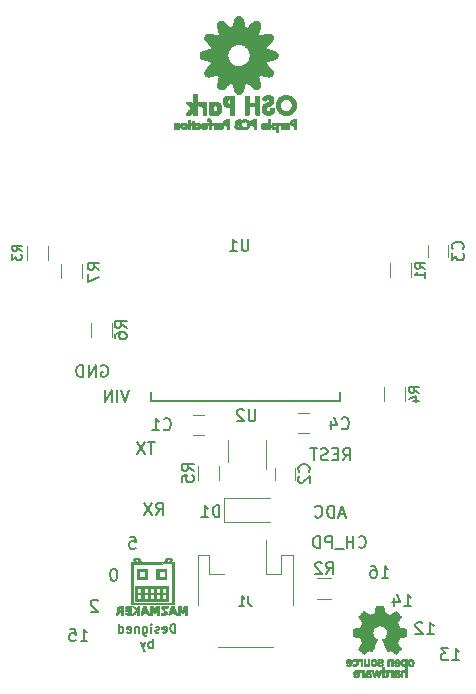
<source format=gbo>
G04 #@! TF.GenerationSoftware,KiCad,Pcbnew,no-vcs-found-077fb3c~59~ubuntu16.04.1*
G04 #@! TF.CreationDate,2017-08-19T10:31:39-06:00*
G04 #@! TF.ProjectId,001,3030312E6B696361645F706362000000,rev?*
G04 #@! TF.SameCoordinates,Original*
G04 #@! TF.FileFunction,Legend,Bot*
G04 #@! TF.FilePolarity,Positive*
%FSLAX46Y46*%
G04 Gerber Fmt 4.6, Leading zero omitted, Abs format (unit mm)*
G04 Created by KiCad (PCBNEW no-vcs-found-077fb3c~59~ubuntu16.04.1) date Sat Aug 19 10:31:39 2017*
%MOMM*%
%LPD*%
G01*
G04 APERTURE LIST*
%ADD10C,0.152400*%
%ADD11C,0.010000*%
%ADD12C,0.120000*%
%ADD13C,0.150000*%
G04 APERTURE END LIST*
D10*
X138826240Y-87446999D02*
X139164906Y-86963189D01*
X139406811Y-87446999D02*
X139406811Y-86430999D01*
X139019763Y-86430999D01*
X138923001Y-86479380D01*
X138874620Y-86527760D01*
X138826240Y-86624522D01*
X138826240Y-86769665D01*
X138874620Y-86866427D01*
X138923001Y-86914808D01*
X139019763Y-86963189D01*
X139406811Y-86963189D01*
X138390811Y-86914808D02*
X138052144Y-86914808D01*
X137907001Y-87446999D02*
X138390811Y-87446999D01*
X138390811Y-86430999D01*
X137907001Y-86430999D01*
X137519954Y-87398618D02*
X137374811Y-87446999D01*
X137132906Y-87446999D01*
X137036144Y-87398618D01*
X136987763Y-87350237D01*
X136939382Y-87253475D01*
X136939382Y-87156713D01*
X136987763Y-87059951D01*
X137036144Y-87011570D01*
X137132906Y-86963189D01*
X137326430Y-86914808D01*
X137423192Y-86866427D01*
X137471573Y-86818046D01*
X137519954Y-86721284D01*
X137519954Y-86624522D01*
X137471573Y-86527760D01*
X137423192Y-86479380D01*
X137326430Y-86430999D01*
X137084525Y-86430999D01*
X136939382Y-86479380D01*
X136649097Y-86430999D02*
X136068525Y-86430999D01*
X136358811Y-87446999D02*
X136358811Y-86430999D01*
X118355775Y-79423260D02*
X118452537Y-79374879D01*
X118597680Y-79374879D01*
X118742822Y-79423260D01*
X118839584Y-79520021D01*
X118887965Y-79616783D01*
X118936346Y-79810307D01*
X118936346Y-79955450D01*
X118887965Y-80148974D01*
X118839584Y-80245736D01*
X118742822Y-80342498D01*
X118597680Y-80390879D01*
X118500918Y-80390879D01*
X118355775Y-80342498D01*
X118307394Y-80294117D01*
X118307394Y-79955450D01*
X118500918Y-79955450D01*
X117871965Y-80390879D02*
X117871965Y-79374879D01*
X117291394Y-80390879D01*
X117291394Y-79374879D01*
X116807584Y-80390879D02*
X116807584Y-79374879D01*
X116565680Y-79374879D01*
X116420537Y-79423260D01*
X116323775Y-79520021D01*
X116275394Y-79616783D01*
X116227013Y-79810307D01*
X116227013Y-79955450D01*
X116275394Y-80148974D01*
X116323775Y-80245736D01*
X116420537Y-80342498D01*
X116565680Y-80390879D01*
X116807584Y-80390879D01*
X148071643Y-104385779D02*
X148652215Y-104385779D01*
X148361929Y-104385779D02*
X148361929Y-103369779D01*
X148458691Y-103514921D01*
X148555453Y-103611683D01*
X148652215Y-103660064D01*
X147732977Y-103369779D02*
X147104024Y-103369779D01*
X147442691Y-103756826D01*
X147297548Y-103756826D01*
X147200786Y-103805207D01*
X147152405Y-103853588D01*
X147104024Y-103950350D01*
X147104024Y-104192255D01*
X147152405Y-104289017D01*
X147200786Y-104337398D01*
X147297548Y-104385779D01*
X147587834Y-104385779D01*
X147684596Y-104337398D01*
X147732977Y-104289017D01*
X120736601Y-81472919D02*
X120397935Y-82488919D01*
X120059268Y-81472919D01*
X119720601Y-82488919D02*
X119720601Y-81472919D01*
X119236792Y-82488919D02*
X119236792Y-81472919D01*
X118656220Y-82488919D01*
X118656220Y-81472919D01*
X124629454Y-102038694D02*
X124629454Y-101276694D01*
X124448025Y-101276694D01*
X124339168Y-101312980D01*
X124266597Y-101385551D01*
X124230311Y-101458122D01*
X124194025Y-101603265D01*
X124194025Y-101712122D01*
X124230311Y-101857265D01*
X124266597Y-101929837D01*
X124339168Y-102002408D01*
X124448025Y-102038694D01*
X124629454Y-102038694D01*
X123577168Y-102002408D02*
X123649740Y-102038694D01*
X123794882Y-102038694D01*
X123867454Y-102002408D01*
X123903740Y-101929837D01*
X123903740Y-101639551D01*
X123867454Y-101566980D01*
X123794882Y-101530694D01*
X123649740Y-101530694D01*
X123577168Y-101566980D01*
X123540882Y-101639551D01*
X123540882Y-101712122D01*
X123903740Y-101784694D01*
X123250597Y-102002408D02*
X123178025Y-102038694D01*
X123032882Y-102038694D01*
X122960311Y-102002408D01*
X122924025Y-101929837D01*
X122924025Y-101893551D01*
X122960311Y-101820980D01*
X123032882Y-101784694D01*
X123141740Y-101784694D01*
X123214311Y-101748408D01*
X123250597Y-101675837D01*
X123250597Y-101639551D01*
X123214311Y-101566980D01*
X123141740Y-101530694D01*
X123032882Y-101530694D01*
X122960311Y-101566980D01*
X122597454Y-102038694D02*
X122597454Y-101530694D01*
X122597454Y-101276694D02*
X122633740Y-101312980D01*
X122597454Y-101349265D01*
X122561168Y-101312980D01*
X122597454Y-101276694D01*
X122597454Y-101349265D01*
X121908025Y-101530694D02*
X121908025Y-102147551D01*
X121944311Y-102220122D01*
X121980597Y-102256408D01*
X122053168Y-102292694D01*
X122162025Y-102292694D01*
X122234597Y-102256408D01*
X121908025Y-102002408D02*
X121980597Y-102038694D01*
X122125740Y-102038694D01*
X122198311Y-102002408D01*
X122234597Y-101966122D01*
X122270882Y-101893551D01*
X122270882Y-101675837D01*
X122234597Y-101603265D01*
X122198311Y-101566980D01*
X122125740Y-101530694D01*
X121980597Y-101530694D01*
X121908025Y-101566980D01*
X121545168Y-101530694D02*
X121545168Y-102038694D01*
X121545168Y-101603265D02*
X121508882Y-101566980D01*
X121436311Y-101530694D01*
X121327454Y-101530694D01*
X121254882Y-101566980D01*
X121218597Y-101639551D01*
X121218597Y-102038694D01*
X120565454Y-102002408D02*
X120638025Y-102038694D01*
X120783168Y-102038694D01*
X120855740Y-102002408D01*
X120892025Y-101929837D01*
X120892025Y-101639551D01*
X120855740Y-101566980D01*
X120783168Y-101530694D01*
X120638025Y-101530694D01*
X120565454Y-101566980D01*
X120529168Y-101639551D01*
X120529168Y-101712122D01*
X120892025Y-101784694D01*
X119876025Y-102038694D02*
X119876025Y-101276694D01*
X119876025Y-102002408D02*
X119948597Y-102038694D01*
X120093740Y-102038694D01*
X120166311Y-102002408D01*
X120202597Y-101966122D01*
X120238882Y-101893551D01*
X120238882Y-101675837D01*
X120202597Y-101603265D01*
X120166311Y-101566980D01*
X120093740Y-101530694D01*
X119948597Y-101530694D01*
X119876025Y-101566980D01*
X122706311Y-103334094D02*
X122706311Y-102572094D01*
X122706311Y-102862380D02*
X122633740Y-102826094D01*
X122488597Y-102826094D01*
X122416025Y-102862380D01*
X122379740Y-102898665D01*
X122343454Y-102971237D01*
X122343454Y-103188951D01*
X122379740Y-103261522D01*
X122416025Y-103297808D01*
X122488597Y-103334094D01*
X122633740Y-103334094D01*
X122706311Y-103297808D01*
X122089454Y-102826094D02*
X121908025Y-103334094D01*
X121726597Y-102826094D02*
X121908025Y-103334094D01*
X121980597Y-103515522D01*
X122016882Y-103551808D01*
X122089454Y-103588094D01*
X123007453Y-92045779D02*
X123346120Y-91561969D01*
X123588024Y-92045779D02*
X123588024Y-91029779D01*
X123200977Y-91029779D01*
X123104215Y-91078160D01*
X123055834Y-91126540D01*
X123007453Y-91223302D01*
X123007453Y-91368445D01*
X123055834Y-91465207D01*
X123104215Y-91513588D01*
X123200977Y-91561969D01*
X123588024Y-91561969D01*
X122668786Y-91029779D02*
X121991453Y-92045779D01*
X121991453Y-91029779D02*
X122668786Y-92045779D01*
X122871215Y-85887659D02*
X122290643Y-85887659D01*
X122580929Y-86903659D02*
X122580929Y-85887659D01*
X122048739Y-85887659D02*
X121371405Y-86903659D01*
X121371405Y-85887659D02*
X122048739Y-86903659D01*
X138976024Y-91995493D02*
X138492215Y-91995493D01*
X139072786Y-92285779D02*
X138734120Y-91269779D01*
X138395453Y-92285779D01*
X138056786Y-92285779D02*
X138056786Y-91269779D01*
X137814881Y-91269779D01*
X137669739Y-91318160D01*
X137572977Y-91414921D01*
X137524596Y-91511683D01*
X137476215Y-91705207D01*
X137476215Y-91850350D01*
X137524596Y-92043874D01*
X137572977Y-92140636D01*
X137669739Y-92237398D01*
X137814881Y-92285779D01*
X138056786Y-92285779D01*
X136460215Y-92189017D02*
X136508596Y-92237398D01*
X136653739Y-92285779D01*
X136750500Y-92285779D01*
X136895643Y-92237398D01*
X136992405Y-92140636D01*
X137040786Y-92043874D01*
X137089167Y-91850350D01*
X137089167Y-91705207D01*
X137040786Y-91511683D01*
X136992405Y-91414921D01*
X136895643Y-91318160D01*
X136750500Y-91269779D01*
X136653739Y-91269779D01*
X136508596Y-91318160D01*
X136460215Y-91366540D01*
X142091643Y-97385779D02*
X142672215Y-97385779D01*
X142381929Y-97385779D02*
X142381929Y-96369779D01*
X142478691Y-96514921D01*
X142575453Y-96611683D01*
X142672215Y-96660064D01*
X141220786Y-96369779D02*
X141414310Y-96369779D01*
X141511072Y-96418160D01*
X141559453Y-96466540D01*
X141656215Y-96611683D01*
X141704596Y-96805207D01*
X141704596Y-97192255D01*
X141656215Y-97289017D01*
X141607834Y-97337398D01*
X141511072Y-97385779D01*
X141317548Y-97385779D01*
X141220786Y-97337398D01*
X141172405Y-97289017D01*
X141124024Y-97192255D01*
X141124024Y-96950350D01*
X141172405Y-96853588D01*
X141220786Y-96805207D01*
X141317548Y-96756826D01*
X141511072Y-96756826D01*
X141607834Y-96805207D01*
X141656215Y-96853588D01*
X141704596Y-96950350D01*
X145921643Y-102175779D02*
X146502215Y-102175779D01*
X146211929Y-102175779D02*
X146211929Y-101159779D01*
X146308691Y-101304921D01*
X146405453Y-101401683D01*
X146502215Y-101450064D01*
X145534596Y-101256540D02*
X145486215Y-101208160D01*
X145389453Y-101159779D01*
X145147548Y-101159779D01*
X145050786Y-101208160D01*
X145002405Y-101256540D01*
X144954024Y-101353302D01*
X144954024Y-101450064D01*
X145002405Y-101595207D01*
X145582977Y-102175779D01*
X144954024Y-102175779D01*
X119466500Y-96619779D02*
X119369739Y-96619779D01*
X119272977Y-96668160D01*
X119224596Y-96716540D01*
X119176215Y-96813302D01*
X119127834Y-97006826D01*
X119127834Y-97248731D01*
X119176215Y-97442255D01*
X119224596Y-97539017D01*
X119272977Y-97587398D01*
X119369739Y-97635779D01*
X119466500Y-97635779D01*
X119563262Y-97587398D01*
X119611643Y-97539017D01*
X119660024Y-97442255D01*
X119708405Y-97248731D01*
X119708405Y-97006826D01*
X119660024Y-96813302D01*
X119611643Y-96716540D01*
X119563262Y-96668160D01*
X119466500Y-96619779D01*
X144001643Y-99805779D02*
X144582215Y-99805779D01*
X144291929Y-99805779D02*
X144291929Y-98789779D01*
X144388691Y-98934921D01*
X144485453Y-99031683D01*
X144582215Y-99080064D01*
X143130786Y-99128445D02*
X143130786Y-99805779D01*
X143372691Y-98741398D02*
X143614596Y-99467112D01*
X142985643Y-99467112D01*
X120766215Y-93909779D02*
X121250024Y-93909779D01*
X121298405Y-94393588D01*
X121250024Y-94345207D01*
X121153262Y-94296826D01*
X120911358Y-94296826D01*
X120814596Y-94345207D01*
X120766215Y-94393588D01*
X120717834Y-94490350D01*
X120717834Y-94732255D01*
X120766215Y-94829017D01*
X120814596Y-94877398D01*
X120911358Y-94925779D01*
X121153262Y-94925779D01*
X121250024Y-94877398D01*
X121298405Y-94829017D01*
X118058405Y-99336540D02*
X118010024Y-99288160D01*
X117913262Y-99239779D01*
X117671358Y-99239779D01*
X117574596Y-99288160D01*
X117526215Y-99336540D01*
X117477834Y-99433302D01*
X117477834Y-99530064D01*
X117526215Y-99675207D01*
X118106786Y-100255779D01*
X117477834Y-100255779D01*
X140138881Y-94769017D02*
X140187262Y-94817398D01*
X140332405Y-94865779D01*
X140429167Y-94865779D01*
X140574310Y-94817398D01*
X140671072Y-94720636D01*
X140719453Y-94623874D01*
X140767834Y-94430350D01*
X140767834Y-94285207D01*
X140719453Y-94091683D01*
X140671072Y-93994921D01*
X140574310Y-93898160D01*
X140429167Y-93849779D01*
X140332405Y-93849779D01*
X140187262Y-93898160D01*
X140138881Y-93946540D01*
X139703453Y-94865779D02*
X139703453Y-93849779D01*
X139703453Y-94333588D02*
X139122881Y-94333588D01*
X139122881Y-94865779D02*
X139122881Y-93849779D01*
X138880977Y-94962540D02*
X138106881Y-94962540D01*
X137864977Y-94865779D02*
X137864977Y-93849779D01*
X137477929Y-93849779D01*
X137381167Y-93898160D01*
X137332786Y-93946540D01*
X137284405Y-94043302D01*
X137284405Y-94188445D01*
X137332786Y-94285207D01*
X137381167Y-94333588D01*
X137477929Y-94381969D01*
X137864977Y-94381969D01*
X136848977Y-94865779D02*
X136848977Y-93849779D01*
X136607072Y-93849779D01*
X136461929Y-93898160D01*
X136365167Y-93994921D01*
X136316786Y-94091683D01*
X136268405Y-94285207D01*
X136268405Y-94430350D01*
X136316786Y-94623874D01*
X136365167Y-94720636D01*
X136461929Y-94817398D01*
X136607072Y-94865779D01*
X136848977Y-94865779D01*
X116611643Y-102725779D02*
X117192215Y-102725779D01*
X116901929Y-102725779D02*
X116901929Y-101709779D01*
X116998691Y-101854921D01*
X117095453Y-101951683D01*
X117192215Y-102000064D01*
X115692405Y-101709779D02*
X116176215Y-101709779D01*
X116224596Y-102193588D01*
X116176215Y-102145207D01*
X116079453Y-102096826D01*
X115837548Y-102096826D01*
X115740786Y-102145207D01*
X115692405Y-102193588D01*
X115644024Y-102290350D01*
X115644024Y-102532255D01*
X115692405Y-102629017D01*
X115740786Y-102677398D01*
X115837548Y-102725779D01*
X116079453Y-102725779D01*
X116176215Y-102677398D01*
X116224596Y-102629017D01*
D11*
G36*
X141553156Y-100091438D02*
X141496308Y-100392990D01*
X141076782Y-100565932D01*
X140825136Y-100394815D01*
X140754662Y-100347170D01*
X140690957Y-100304630D01*
X140636994Y-100269135D01*
X140595747Y-100242630D01*
X140570186Y-100227056D01*
X140563225Y-100223698D01*
X140550685Y-100232334D01*
X140523889Y-100256212D01*
X140485840Y-100292279D01*
X140439541Y-100337487D01*
X140387997Y-100388784D01*
X140334211Y-100443121D01*
X140281185Y-100497448D01*
X140231925Y-100548715D01*
X140189433Y-100593871D01*
X140156713Y-100629866D01*
X140136769Y-100653650D01*
X140132001Y-100661610D01*
X140138863Y-100676285D01*
X140158100Y-100708434D01*
X140187690Y-100754912D01*
X140225610Y-100812576D01*
X140269838Y-100878280D01*
X140295466Y-100915756D01*
X140342179Y-100984188D01*
X140383688Y-101045940D01*
X140417980Y-101097939D01*
X140443040Y-101137112D01*
X140456856Y-101160385D01*
X140458932Y-101165275D01*
X140454225Y-101179175D01*
X140441397Y-101211570D01*
X140422382Y-101257905D01*
X140399117Y-101313626D01*
X140373536Y-101374178D01*
X140347575Y-101435006D01*
X140323170Y-101491556D01*
X140302257Y-101539272D01*
X140286771Y-101573601D01*
X140278648Y-101589988D01*
X140278168Y-101590632D01*
X140265413Y-101593761D01*
X140231443Y-101600741D01*
X140179780Y-101610887D01*
X140113944Y-101623512D01*
X140037456Y-101637929D01*
X139992830Y-101646243D01*
X139911099Y-101661804D01*
X139837277Y-101676612D01*
X139775099Y-101689856D01*
X139728298Y-101700725D01*
X139700611Y-101708409D01*
X139695046Y-101710847D01*
X139689594Y-101727350D01*
X139685196Y-101764620D01*
X139681848Y-101818300D01*
X139679546Y-101884032D01*
X139678288Y-101957457D01*
X139678072Y-102034216D01*
X139678893Y-102109952D01*
X139680749Y-102180306D01*
X139683638Y-102240920D01*
X139687555Y-102287436D01*
X139692498Y-102315495D01*
X139695463Y-102321336D01*
X139713186Y-102328337D01*
X139750739Y-102338347D01*
X139803156Y-102350189D01*
X139865468Y-102362687D01*
X139887220Y-102366730D01*
X139992096Y-102385940D01*
X140074940Y-102401411D01*
X140138490Y-102413757D01*
X140185483Y-102423593D01*
X140218657Y-102431534D01*
X140240749Y-102438196D01*
X140254496Y-102444193D01*
X140262636Y-102450139D01*
X140263775Y-102451314D01*
X140275143Y-102470246D01*
X140292485Y-102507089D01*
X140314070Y-102557333D01*
X140338166Y-102616466D01*
X140363041Y-102679976D01*
X140386963Y-102743352D01*
X140408201Y-102802082D01*
X140425023Y-102851655D01*
X140435698Y-102887559D01*
X140438493Y-102905282D01*
X140438260Y-102905903D01*
X140428789Y-102920390D01*
X140407302Y-102952264D01*
X140376057Y-102998209D01*
X140337313Y-103054905D01*
X140293327Y-103119037D01*
X140280801Y-103137262D01*
X140236136Y-103203334D01*
X140196832Y-103263620D01*
X140165032Y-103314655D01*
X140142875Y-103352980D01*
X140132503Y-103375131D01*
X140132001Y-103377852D01*
X140140715Y-103392156D01*
X140164795Y-103420492D01*
X140201144Y-103459816D01*
X140246667Y-103507081D01*
X140298268Y-103559243D01*
X140352853Y-103613255D01*
X140407326Y-103666073D01*
X140458591Y-103714651D01*
X140503553Y-103755943D01*
X140539116Y-103786905D01*
X140562185Y-103804490D01*
X140568566Y-103807361D01*
X140583421Y-103800598D01*
X140613834Y-103782359D01*
X140654852Y-103755717D01*
X140686411Y-103734272D01*
X140743595Y-103694923D01*
X140811314Y-103648591D01*
X140879240Y-103602333D01*
X140915759Y-103577575D01*
X141039368Y-103493967D01*
X141143129Y-103550070D01*
X141190400Y-103574648D01*
X141230597Y-103593751D01*
X141257794Y-103604647D01*
X141264718Y-103606163D01*
X141273043Y-103594969D01*
X141289466Y-103563337D01*
X141312763Y-103514185D01*
X141341706Y-103450430D01*
X141375070Y-103374991D01*
X141411629Y-103290784D01*
X141450156Y-103200728D01*
X141489426Y-103107741D01*
X141528212Y-103014740D01*
X141565290Y-102924643D01*
X141599431Y-102840368D01*
X141629412Y-102764833D01*
X141654004Y-102700954D01*
X141671984Y-102651651D01*
X141682123Y-102619841D01*
X141683754Y-102608916D01*
X141670829Y-102594981D01*
X141642531Y-102572360D01*
X141604774Y-102545753D01*
X141601605Y-102543648D01*
X141504020Y-102465534D01*
X141425334Y-102374402D01*
X141366229Y-102273165D01*
X141327388Y-102164738D01*
X141309492Y-102052034D01*
X141313223Y-101937968D01*
X141339263Y-101825454D01*
X141388295Y-101717405D01*
X141402720Y-101693765D01*
X141477751Y-101598307D01*
X141566390Y-101521652D01*
X141665571Y-101464200D01*
X141772225Y-101426349D01*
X141883284Y-101408498D01*
X141995681Y-101411045D01*
X142106347Y-101434390D01*
X142212214Y-101478930D01*
X142310215Y-101545065D01*
X142340530Y-101571907D01*
X142417682Y-101655932D01*
X142473902Y-101744386D01*
X142512467Y-101843535D01*
X142533946Y-101941723D01*
X142539248Y-102052117D01*
X142521568Y-102163060D01*
X142482701Y-102270801D01*
X142424443Y-102371589D01*
X142348589Y-102461676D01*
X142256937Y-102537312D01*
X142244892Y-102545284D01*
X142206731Y-102571394D01*
X142177721Y-102594015D01*
X142163852Y-102608459D01*
X142163651Y-102608916D01*
X142166628Y-102624541D01*
X142178431Y-102660002D01*
X142197834Y-102712382D01*
X142223608Y-102778765D01*
X142254529Y-102856234D01*
X142289369Y-102941870D01*
X142326903Y-103032757D01*
X142365903Y-103125979D01*
X142405143Y-103218617D01*
X142443396Y-103307755D01*
X142479437Y-103390475D01*
X142512037Y-103463861D01*
X142539972Y-103524995D01*
X142562015Y-103570961D01*
X142576938Y-103598841D01*
X142582948Y-103606163D01*
X142601311Y-103600461D01*
X142635672Y-103585169D01*
X142680104Y-103563019D01*
X142704537Y-103550070D01*
X142808298Y-103493967D01*
X142931907Y-103577575D01*
X142995006Y-103620407D01*
X143064090Y-103667542D01*
X143128827Y-103711923D01*
X143161254Y-103734272D01*
X143206861Y-103764897D01*
X143245480Y-103789167D01*
X143272072Y-103804007D01*
X143280710Y-103807144D01*
X143293281Y-103798681D01*
X143321104Y-103775056D01*
X143361481Y-103738722D01*
X143411715Y-103692131D01*
X143469108Y-103637737D01*
X143505406Y-103602812D01*
X143568910Y-103540416D01*
X143623793Y-103484608D01*
X143667834Y-103437774D01*
X143698815Y-103402302D01*
X143714518Y-103380581D01*
X143716025Y-103376172D01*
X143709034Y-103359405D01*
X143689714Y-103325502D01*
X143660211Y-103277896D01*
X143622665Y-103220019D01*
X143579220Y-103155304D01*
X143566865Y-103137262D01*
X143521847Y-103071687D01*
X143481460Y-103012648D01*
X143447960Y-102963462D01*
X143423606Y-102927448D01*
X143410656Y-102907922D01*
X143409405Y-102905903D01*
X143411276Y-102890342D01*
X143421207Y-102856129D01*
X143437467Y-102807775D01*
X143458325Y-102749791D01*
X143482047Y-102686690D01*
X143506904Y-102622983D01*
X143531162Y-102563181D01*
X143553091Y-102511796D01*
X143570958Y-102473339D01*
X143583033Y-102452322D01*
X143583891Y-102451314D01*
X143591274Y-102445308D01*
X143603745Y-102439368D01*
X143624040Y-102432880D01*
X143654898Y-102425229D01*
X143699054Y-102415800D01*
X143759246Y-102403979D01*
X143838213Y-102389149D01*
X143938690Y-102370697D01*
X143960445Y-102366730D01*
X144024922Y-102354273D01*
X144081131Y-102342086D01*
X144124107Y-102331346D01*
X144148880Y-102323229D01*
X144152202Y-102321336D01*
X144157676Y-102304558D01*
X144162126Y-102267065D01*
X144165548Y-102213214D01*
X144167939Y-102147364D01*
X144169297Y-102073873D01*
X144169619Y-101997100D01*
X144168901Y-101921403D01*
X144167141Y-101851140D01*
X144164336Y-101790670D01*
X144160482Y-101744350D01*
X144155577Y-101716539D01*
X144152620Y-101710847D01*
X144136157Y-101705106D01*
X144098671Y-101695765D01*
X144043895Y-101683635D01*
X143975565Y-101669527D01*
X143897414Y-101654250D01*
X143854836Y-101646243D01*
X143774049Y-101631141D01*
X143702007Y-101617460D01*
X143642231Y-101605887D01*
X143598241Y-101597107D01*
X143573559Y-101591807D01*
X143569497Y-101590632D01*
X143562631Y-101577385D01*
X143548118Y-101545477D01*
X143527891Y-101499467D01*
X143503886Y-101443912D01*
X143478038Y-101383373D01*
X143452280Y-101322406D01*
X143428547Y-101265571D01*
X143408774Y-101217426D01*
X143394896Y-101182530D01*
X143388846Y-101165441D01*
X143388734Y-101164694D01*
X143395592Y-101151213D01*
X143414818Y-101120190D01*
X143444392Y-101074709D01*
X143482293Y-101017852D01*
X143526500Y-100952703D01*
X143552199Y-100915282D01*
X143599027Y-100846667D01*
X143640619Y-100784372D01*
X143674945Y-100731549D01*
X143699977Y-100691347D01*
X143713685Y-100666920D01*
X143715664Y-100661444D01*
X143707154Y-100648698D01*
X143683627Y-100621483D01*
X143648088Y-100582848D01*
X143603543Y-100535843D01*
X143552997Y-100483515D01*
X143499456Y-100428915D01*
X143445925Y-100375090D01*
X143395409Y-100325090D01*
X143350914Y-100281963D01*
X143315445Y-100248759D01*
X143292007Y-100228526D01*
X143284166Y-100223698D01*
X143271400Y-100230487D01*
X143240864Y-100249562D01*
X143195530Y-100278981D01*
X143138364Y-100316801D01*
X143072336Y-100361081D01*
X143022530Y-100394815D01*
X142770884Y-100565932D01*
X142561121Y-100479461D01*
X142351357Y-100392990D01*
X142294509Y-100091438D01*
X142237660Y-99789886D01*
X141610005Y-99789886D01*
X141553156Y-100091438D01*
X141553156Y-100091438D01*
G37*
X141553156Y-100091438D02*
X141496308Y-100392990D01*
X141076782Y-100565932D01*
X140825136Y-100394815D01*
X140754662Y-100347170D01*
X140690957Y-100304630D01*
X140636994Y-100269135D01*
X140595747Y-100242630D01*
X140570186Y-100227056D01*
X140563225Y-100223698D01*
X140550685Y-100232334D01*
X140523889Y-100256212D01*
X140485840Y-100292279D01*
X140439541Y-100337487D01*
X140387997Y-100388784D01*
X140334211Y-100443121D01*
X140281185Y-100497448D01*
X140231925Y-100548715D01*
X140189433Y-100593871D01*
X140156713Y-100629866D01*
X140136769Y-100653650D01*
X140132001Y-100661610D01*
X140138863Y-100676285D01*
X140158100Y-100708434D01*
X140187690Y-100754912D01*
X140225610Y-100812576D01*
X140269838Y-100878280D01*
X140295466Y-100915756D01*
X140342179Y-100984188D01*
X140383688Y-101045940D01*
X140417980Y-101097939D01*
X140443040Y-101137112D01*
X140456856Y-101160385D01*
X140458932Y-101165275D01*
X140454225Y-101179175D01*
X140441397Y-101211570D01*
X140422382Y-101257905D01*
X140399117Y-101313626D01*
X140373536Y-101374178D01*
X140347575Y-101435006D01*
X140323170Y-101491556D01*
X140302257Y-101539272D01*
X140286771Y-101573601D01*
X140278648Y-101589988D01*
X140278168Y-101590632D01*
X140265413Y-101593761D01*
X140231443Y-101600741D01*
X140179780Y-101610887D01*
X140113944Y-101623512D01*
X140037456Y-101637929D01*
X139992830Y-101646243D01*
X139911099Y-101661804D01*
X139837277Y-101676612D01*
X139775099Y-101689856D01*
X139728298Y-101700725D01*
X139700611Y-101708409D01*
X139695046Y-101710847D01*
X139689594Y-101727350D01*
X139685196Y-101764620D01*
X139681848Y-101818300D01*
X139679546Y-101884032D01*
X139678288Y-101957457D01*
X139678072Y-102034216D01*
X139678893Y-102109952D01*
X139680749Y-102180306D01*
X139683638Y-102240920D01*
X139687555Y-102287436D01*
X139692498Y-102315495D01*
X139695463Y-102321336D01*
X139713186Y-102328337D01*
X139750739Y-102338347D01*
X139803156Y-102350189D01*
X139865468Y-102362687D01*
X139887220Y-102366730D01*
X139992096Y-102385940D01*
X140074940Y-102401411D01*
X140138490Y-102413757D01*
X140185483Y-102423593D01*
X140218657Y-102431534D01*
X140240749Y-102438196D01*
X140254496Y-102444193D01*
X140262636Y-102450139D01*
X140263775Y-102451314D01*
X140275143Y-102470246D01*
X140292485Y-102507089D01*
X140314070Y-102557333D01*
X140338166Y-102616466D01*
X140363041Y-102679976D01*
X140386963Y-102743352D01*
X140408201Y-102802082D01*
X140425023Y-102851655D01*
X140435698Y-102887559D01*
X140438493Y-102905282D01*
X140438260Y-102905903D01*
X140428789Y-102920390D01*
X140407302Y-102952264D01*
X140376057Y-102998209D01*
X140337313Y-103054905D01*
X140293327Y-103119037D01*
X140280801Y-103137262D01*
X140236136Y-103203334D01*
X140196832Y-103263620D01*
X140165032Y-103314655D01*
X140142875Y-103352980D01*
X140132503Y-103375131D01*
X140132001Y-103377852D01*
X140140715Y-103392156D01*
X140164795Y-103420492D01*
X140201144Y-103459816D01*
X140246667Y-103507081D01*
X140298268Y-103559243D01*
X140352853Y-103613255D01*
X140407326Y-103666073D01*
X140458591Y-103714651D01*
X140503553Y-103755943D01*
X140539116Y-103786905D01*
X140562185Y-103804490D01*
X140568566Y-103807361D01*
X140583421Y-103800598D01*
X140613834Y-103782359D01*
X140654852Y-103755717D01*
X140686411Y-103734272D01*
X140743595Y-103694923D01*
X140811314Y-103648591D01*
X140879240Y-103602333D01*
X140915759Y-103577575D01*
X141039368Y-103493967D01*
X141143129Y-103550070D01*
X141190400Y-103574648D01*
X141230597Y-103593751D01*
X141257794Y-103604647D01*
X141264718Y-103606163D01*
X141273043Y-103594969D01*
X141289466Y-103563337D01*
X141312763Y-103514185D01*
X141341706Y-103450430D01*
X141375070Y-103374991D01*
X141411629Y-103290784D01*
X141450156Y-103200728D01*
X141489426Y-103107741D01*
X141528212Y-103014740D01*
X141565290Y-102924643D01*
X141599431Y-102840368D01*
X141629412Y-102764833D01*
X141654004Y-102700954D01*
X141671984Y-102651651D01*
X141682123Y-102619841D01*
X141683754Y-102608916D01*
X141670829Y-102594981D01*
X141642531Y-102572360D01*
X141604774Y-102545753D01*
X141601605Y-102543648D01*
X141504020Y-102465534D01*
X141425334Y-102374402D01*
X141366229Y-102273165D01*
X141327388Y-102164738D01*
X141309492Y-102052034D01*
X141313223Y-101937968D01*
X141339263Y-101825454D01*
X141388295Y-101717405D01*
X141402720Y-101693765D01*
X141477751Y-101598307D01*
X141566390Y-101521652D01*
X141665571Y-101464200D01*
X141772225Y-101426349D01*
X141883284Y-101408498D01*
X141995681Y-101411045D01*
X142106347Y-101434390D01*
X142212214Y-101478930D01*
X142310215Y-101545065D01*
X142340530Y-101571907D01*
X142417682Y-101655932D01*
X142473902Y-101744386D01*
X142512467Y-101843535D01*
X142533946Y-101941723D01*
X142539248Y-102052117D01*
X142521568Y-102163060D01*
X142482701Y-102270801D01*
X142424443Y-102371589D01*
X142348589Y-102461676D01*
X142256937Y-102537312D01*
X142244892Y-102545284D01*
X142206731Y-102571394D01*
X142177721Y-102594015D01*
X142163852Y-102608459D01*
X142163651Y-102608916D01*
X142166628Y-102624541D01*
X142178431Y-102660002D01*
X142197834Y-102712382D01*
X142223608Y-102778765D01*
X142254529Y-102856234D01*
X142289369Y-102941870D01*
X142326903Y-103032757D01*
X142365903Y-103125979D01*
X142405143Y-103218617D01*
X142443396Y-103307755D01*
X142479437Y-103390475D01*
X142512037Y-103463861D01*
X142539972Y-103524995D01*
X142562015Y-103570961D01*
X142576938Y-103598841D01*
X142582948Y-103606163D01*
X142601311Y-103600461D01*
X142635672Y-103585169D01*
X142680104Y-103563019D01*
X142704537Y-103550070D01*
X142808298Y-103493967D01*
X142931907Y-103577575D01*
X142995006Y-103620407D01*
X143064090Y-103667542D01*
X143128827Y-103711923D01*
X143161254Y-103734272D01*
X143206861Y-103764897D01*
X143245480Y-103789167D01*
X143272072Y-103804007D01*
X143280710Y-103807144D01*
X143293281Y-103798681D01*
X143321104Y-103775056D01*
X143361481Y-103738722D01*
X143411715Y-103692131D01*
X143469108Y-103637737D01*
X143505406Y-103602812D01*
X143568910Y-103540416D01*
X143623793Y-103484608D01*
X143667834Y-103437774D01*
X143698815Y-103402302D01*
X143714518Y-103380581D01*
X143716025Y-103376172D01*
X143709034Y-103359405D01*
X143689714Y-103325502D01*
X143660211Y-103277896D01*
X143622665Y-103220019D01*
X143579220Y-103155304D01*
X143566865Y-103137262D01*
X143521847Y-103071687D01*
X143481460Y-103012648D01*
X143447960Y-102963462D01*
X143423606Y-102927448D01*
X143410656Y-102907922D01*
X143409405Y-102905903D01*
X143411276Y-102890342D01*
X143421207Y-102856129D01*
X143437467Y-102807775D01*
X143458325Y-102749791D01*
X143482047Y-102686690D01*
X143506904Y-102622983D01*
X143531162Y-102563181D01*
X143553091Y-102511796D01*
X143570958Y-102473339D01*
X143583033Y-102452322D01*
X143583891Y-102451314D01*
X143591274Y-102445308D01*
X143603745Y-102439368D01*
X143624040Y-102432880D01*
X143654898Y-102425229D01*
X143699054Y-102415800D01*
X143759246Y-102403979D01*
X143838213Y-102389149D01*
X143938690Y-102370697D01*
X143960445Y-102366730D01*
X144024922Y-102354273D01*
X144081131Y-102342086D01*
X144124107Y-102331346D01*
X144148880Y-102323229D01*
X144152202Y-102321336D01*
X144157676Y-102304558D01*
X144162126Y-102267065D01*
X144165548Y-102213214D01*
X144167939Y-102147364D01*
X144169297Y-102073873D01*
X144169619Y-101997100D01*
X144168901Y-101921403D01*
X144167141Y-101851140D01*
X144164336Y-101790670D01*
X144160482Y-101744350D01*
X144155577Y-101716539D01*
X144152620Y-101710847D01*
X144136157Y-101705106D01*
X144098671Y-101695765D01*
X144043895Y-101683635D01*
X143975565Y-101669527D01*
X143897414Y-101654250D01*
X143854836Y-101646243D01*
X143774049Y-101631141D01*
X143702007Y-101617460D01*
X143642231Y-101605887D01*
X143598241Y-101597107D01*
X143573559Y-101591807D01*
X143569497Y-101590632D01*
X143562631Y-101577385D01*
X143548118Y-101545477D01*
X143527891Y-101499467D01*
X143503886Y-101443912D01*
X143478038Y-101383373D01*
X143452280Y-101322406D01*
X143428547Y-101265571D01*
X143408774Y-101217426D01*
X143394896Y-101182530D01*
X143388846Y-101165441D01*
X143388734Y-101164694D01*
X143395592Y-101151213D01*
X143414818Y-101120190D01*
X143444392Y-101074709D01*
X143482293Y-101017852D01*
X143526500Y-100952703D01*
X143552199Y-100915282D01*
X143599027Y-100846667D01*
X143640619Y-100784372D01*
X143674945Y-100731549D01*
X143699977Y-100691347D01*
X143713685Y-100666920D01*
X143715664Y-100661444D01*
X143707154Y-100648698D01*
X143683627Y-100621483D01*
X143648088Y-100582848D01*
X143603543Y-100535843D01*
X143552997Y-100483515D01*
X143499456Y-100428915D01*
X143445925Y-100375090D01*
X143395409Y-100325090D01*
X143350914Y-100281963D01*
X143315445Y-100248759D01*
X143292007Y-100228526D01*
X143284166Y-100223698D01*
X143271400Y-100230487D01*
X143240864Y-100249562D01*
X143195530Y-100278981D01*
X143138364Y-100316801D01*
X143072336Y-100361081D01*
X143022530Y-100394815D01*
X142770884Y-100565932D01*
X142561121Y-100479461D01*
X142351357Y-100392990D01*
X142294509Y-100091438D01*
X142237660Y-99789886D01*
X141610005Y-99789886D01*
X141553156Y-100091438D01*
G36*
X140130660Y-104259450D02*
X140087409Y-104272665D01*
X140059562Y-104289361D01*
X140050491Y-104302565D01*
X140052988Y-104318217D01*
X140069189Y-104342805D01*
X140082888Y-104360220D01*
X140111128Y-104391703D01*
X140132345Y-104404949D01*
X140150432Y-104404084D01*
X140204085Y-104390430D01*
X140243490Y-104391050D01*
X140275488Y-104406524D01*
X140286230Y-104415581D01*
X140320615Y-104447447D01*
X140320615Y-104863599D01*
X140458932Y-104863599D01*
X140458932Y-104260034D01*
X140389773Y-104260034D01*
X140348251Y-104261676D01*
X140326829Y-104267507D01*
X140320618Y-104278881D01*
X140320615Y-104279218D01*
X140317681Y-104291133D01*
X140304416Y-104289579D01*
X140286036Y-104280983D01*
X140248074Y-104264988D01*
X140217248Y-104255365D01*
X140177584Y-104252898D01*
X140130660Y-104259450D01*
X140130660Y-104259450D01*
G37*
X140130660Y-104259450D02*
X140087409Y-104272665D01*
X140059562Y-104289361D01*
X140050491Y-104302565D01*
X140052988Y-104318217D01*
X140069189Y-104342805D01*
X140082888Y-104360220D01*
X140111128Y-104391703D01*
X140132345Y-104404949D01*
X140150432Y-104404084D01*
X140204085Y-104390430D01*
X140243490Y-104391050D01*
X140275488Y-104406524D01*
X140286230Y-104415581D01*
X140320615Y-104447447D01*
X140320615Y-104863599D01*
X140458932Y-104863599D01*
X140458932Y-104260034D01*
X140389773Y-104260034D01*
X140348251Y-104261676D01*
X140326829Y-104267507D01*
X140320618Y-104278881D01*
X140320615Y-104279218D01*
X140317681Y-104291133D01*
X140304416Y-104289579D01*
X140286036Y-104280983D01*
X140248074Y-104264988D01*
X140217248Y-104255365D01*
X140177584Y-104252898D01*
X140130660Y-104259450D01*
G36*
X142684132Y-104270422D02*
X142652837Y-104285370D01*
X142622529Y-104306961D01*
X142599438Y-104331811D01*
X142582620Y-104363507D01*
X142571126Y-104405634D01*
X142564011Y-104461778D01*
X142560327Y-104535526D01*
X142559128Y-104630464D01*
X142559109Y-104640405D01*
X142558833Y-104863599D01*
X142697150Y-104863599D01*
X142697150Y-104657838D01*
X142697248Y-104581609D01*
X142697929Y-104526359D01*
X142699771Y-104487921D01*
X142703353Y-104462126D01*
X142709252Y-104444804D01*
X142718047Y-104431788D01*
X142730300Y-104418927D01*
X142773167Y-104391293D01*
X142819963Y-104386165D01*
X142864544Y-104403637D01*
X142880048Y-104416641D01*
X142891430Y-104428867D01*
X142899601Y-104441960D01*
X142905094Y-104460035D01*
X142908440Y-104487207D01*
X142910171Y-104527590D01*
X142910817Y-104585299D01*
X142910912Y-104655552D01*
X142910912Y-104863599D01*
X143049229Y-104863599D01*
X143049229Y-104260034D01*
X142980070Y-104260034D01*
X142938548Y-104261676D01*
X142917126Y-104267507D01*
X142910915Y-104278881D01*
X142910912Y-104279218D01*
X142908030Y-104290358D01*
X142895319Y-104289094D01*
X142870046Y-104276854D01*
X142812725Y-104258844D01*
X142747157Y-104256841D01*
X142684132Y-104270422D01*
X142684132Y-104270422D01*
G37*
X142684132Y-104270422D02*
X142652837Y-104285370D01*
X142622529Y-104306961D01*
X142599438Y-104331811D01*
X142582620Y-104363507D01*
X142571126Y-104405634D01*
X142564011Y-104461778D01*
X142560327Y-104535526D01*
X142559128Y-104630464D01*
X142559109Y-104640405D01*
X142558833Y-104863599D01*
X142697150Y-104863599D01*
X142697150Y-104657838D01*
X142697248Y-104581609D01*
X142697929Y-104526359D01*
X142699771Y-104487921D01*
X142703353Y-104462126D01*
X142709252Y-104444804D01*
X142718047Y-104431788D01*
X142730300Y-104418927D01*
X142773167Y-104391293D01*
X142819963Y-104386165D01*
X142864544Y-104403637D01*
X142880048Y-104416641D01*
X142891430Y-104428867D01*
X142899601Y-104441960D01*
X142905094Y-104460035D01*
X142908440Y-104487207D01*
X142910171Y-104527590D01*
X142910817Y-104585299D01*
X142910912Y-104655552D01*
X142910912Y-104863599D01*
X143049229Y-104863599D01*
X143049229Y-104260034D01*
X142980070Y-104260034D01*
X142938548Y-104261676D01*
X142917126Y-104267507D01*
X142910915Y-104278881D01*
X142910912Y-104279218D01*
X142908030Y-104290358D01*
X142895319Y-104289094D01*
X142870046Y-104276854D01*
X142812725Y-104258844D01*
X142747157Y-104256841D01*
X142684132Y-104270422D01*
G36*
X139252222Y-104257877D02*
X139220024Y-104265699D01*
X139158295Y-104294341D01*
X139105510Y-104338087D01*
X139068979Y-104390537D01*
X139063960Y-104402313D01*
X139057075Y-104433160D01*
X139052256Y-104478791D01*
X139050615Y-104524912D01*
X139050615Y-104612113D01*
X139232942Y-104612113D01*
X139308141Y-104612398D01*
X139361117Y-104614124D01*
X139394795Y-104618601D01*
X139412100Y-104627140D01*
X139415957Y-104641050D01*
X139409291Y-104661642D01*
X139397350Y-104685735D01*
X139364040Y-104725945D01*
X139317752Y-104745978D01*
X139261176Y-104745325D01*
X139197089Y-104723521D01*
X139141703Y-104696613D01*
X139095745Y-104732952D01*
X139049787Y-104769292D01*
X139093024Y-104809239D01*
X139150746Y-104846983D01*
X139221734Y-104869740D01*
X139298091Y-104876108D01*
X139371921Y-104864688D01*
X139383833Y-104860813D01*
X139448721Y-104826926D01*
X139496990Y-104776406D01*
X139529655Y-104707745D01*
X139547735Y-104619434D01*
X139547945Y-104617541D01*
X139549564Y-104521298D01*
X139543020Y-104486962D01*
X139415268Y-104486962D01*
X139403536Y-104492242D01*
X139371682Y-104496287D01*
X139324723Y-104498596D01*
X139294966Y-104498945D01*
X139239472Y-104498726D01*
X139204774Y-104497336D01*
X139186519Y-104493671D01*
X139180354Y-104486630D01*
X139181925Y-104475110D01*
X139183242Y-104470653D01*
X139205738Y-104428775D01*
X139241117Y-104395024D01*
X139272340Y-104380193D01*
X139313819Y-104381088D01*
X139355851Y-104399584D01*
X139391108Y-104430206D01*
X139412266Y-104467482D01*
X139415268Y-104486962D01*
X139543020Y-104486962D01*
X139533430Y-104436649D01*
X139501422Y-104365611D01*
X139455419Y-104310199D01*
X139397299Y-104272429D01*
X139328940Y-104254316D01*
X139252222Y-104257877D01*
X139252222Y-104257877D01*
G37*
X139252222Y-104257877D02*
X139220024Y-104265699D01*
X139158295Y-104294341D01*
X139105510Y-104338087D01*
X139068979Y-104390537D01*
X139063960Y-104402313D01*
X139057075Y-104433160D01*
X139052256Y-104478791D01*
X139050615Y-104524912D01*
X139050615Y-104612113D01*
X139232942Y-104612113D01*
X139308141Y-104612398D01*
X139361117Y-104614124D01*
X139394795Y-104618601D01*
X139412100Y-104627140D01*
X139415957Y-104641050D01*
X139409291Y-104661642D01*
X139397350Y-104685735D01*
X139364040Y-104725945D01*
X139317752Y-104745978D01*
X139261176Y-104745325D01*
X139197089Y-104723521D01*
X139141703Y-104696613D01*
X139095745Y-104732952D01*
X139049787Y-104769292D01*
X139093024Y-104809239D01*
X139150746Y-104846983D01*
X139221734Y-104869740D01*
X139298091Y-104876108D01*
X139371921Y-104864688D01*
X139383833Y-104860813D01*
X139448721Y-104826926D01*
X139496990Y-104776406D01*
X139529655Y-104707745D01*
X139547735Y-104619434D01*
X139547945Y-104617541D01*
X139549564Y-104521298D01*
X139543020Y-104486962D01*
X139415268Y-104486962D01*
X139403536Y-104492242D01*
X139371682Y-104496287D01*
X139324723Y-104498596D01*
X139294966Y-104498945D01*
X139239472Y-104498726D01*
X139204774Y-104497336D01*
X139186519Y-104493671D01*
X139180354Y-104486630D01*
X139181925Y-104475110D01*
X139183242Y-104470653D01*
X139205738Y-104428775D01*
X139241117Y-104395024D01*
X139272340Y-104380193D01*
X139313819Y-104381088D01*
X139355851Y-104399584D01*
X139391108Y-104430206D01*
X139412266Y-104467482D01*
X139415268Y-104486962D01*
X139543020Y-104486962D01*
X139533430Y-104436649D01*
X139501422Y-104365611D01*
X139455419Y-104310199D01*
X139397299Y-104272429D01*
X139328940Y-104254316D01*
X139252222Y-104257877D01*
G36*
X139712894Y-104265300D02*
X139640040Y-104296250D01*
X139617093Y-104311315D01*
X139587766Y-104334468D01*
X139569356Y-104352673D01*
X139566159Y-104358603D01*
X139575185Y-104371760D01*
X139598283Y-104394087D01*
X139616776Y-104409670D01*
X139667392Y-104450346D01*
X139707360Y-104416715D01*
X139738246Y-104395004D01*
X139768361Y-104387510D01*
X139802828Y-104389340D01*
X139857559Y-104402948D01*
X139895234Y-104431192D01*
X139918129Y-104476853D01*
X139928523Y-104542709D01*
X139928525Y-104542751D01*
X139927626Y-104616359D01*
X139913657Y-104670366D01*
X139885792Y-104707136D01*
X139866795Y-104719588D01*
X139816344Y-104735093D01*
X139762457Y-104735103D01*
X139715574Y-104720058D01*
X139704476Y-104712707D01*
X139676644Y-104693931D01*
X139654884Y-104690854D01*
X139631416Y-104704829D01*
X139605471Y-104729930D01*
X139564404Y-104772300D01*
X139609999Y-104809884D01*
X139680446Y-104852302D01*
X139759887Y-104873205D01*
X139842905Y-104871692D01*
X139897426Y-104857831D01*
X139961150Y-104823555D01*
X140012115Y-104769632D01*
X140035269Y-104731569D01*
X140054021Y-104676956D01*
X140063405Y-104607789D01*
X140063477Y-104532827D01*
X140054296Y-104460829D01*
X140035921Y-104400557D01*
X140033027Y-104394378D01*
X139990168Y-104333771D01*
X139932141Y-104289644D01*
X139863529Y-104262913D01*
X139788919Y-104254493D01*
X139712894Y-104265300D01*
X139712894Y-104265300D01*
G37*
X139712894Y-104265300D02*
X139640040Y-104296250D01*
X139617093Y-104311315D01*
X139587766Y-104334468D01*
X139569356Y-104352673D01*
X139566159Y-104358603D01*
X139575185Y-104371760D01*
X139598283Y-104394087D01*
X139616776Y-104409670D01*
X139667392Y-104450346D01*
X139707360Y-104416715D01*
X139738246Y-104395004D01*
X139768361Y-104387510D01*
X139802828Y-104389340D01*
X139857559Y-104402948D01*
X139895234Y-104431192D01*
X139918129Y-104476853D01*
X139928523Y-104542709D01*
X139928525Y-104542751D01*
X139927626Y-104616359D01*
X139913657Y-104670366D01*
X139885792Y-104707136D01*
X139866795Y-104719588D01*
X139816344Y-104735093D01*
X139762457Y-104735103D01*
X139715574Y-104720058D01*
X139704476Y-104712707D01*
X139676644Y-104693931D01*
X139654884Y-104690854D01*
X139631416Y-104704829D01*
X139605471Y-104729930D01*
X139564404Y-104772300D01*
X139609999Y-104809884D01*
X139680446Y-104852302D01*
X139759887Y-104873205D01*
X139842905Y-104871692D01*
X139897426Y-104857831D01*
X139961150Y-104823555D01*
X140012115Y-104769632D01*
X140035269Y-104731569D01*
X140054021Y-104676956D01*
X140063405Y-104607789D01*
X140063477Y-104532827D01*
X140054296Y-104460829D01*
X140035921Y-104400557D01*
X140033027Y-104394378D01*
X139990168Y-104333771D01*
X139932141Y-104289644D01*
X139863529Y-104262913D01*
X139788919Y-104254493D01*
X139712894Y-104265300D01*
G36*
X140936753Y-104455762D02*
X140935565Y-104547983D01*
X140931223Y-104618030D01*
X140922562Y-104668801D01*
X140908416Y-104703192D01*
X140887620Y-104724099D01*
X140859010Y-104734420D01*
X140823585Y-104737056D01*
X140786484Y-104734102D01*
X140758302Y-104723309D01*
X140737877Y-104701780D01*
X140724041Y-104666619D01*
X140715629Y-104614930D01*
X140711477Y-104543814D01*
X140710417Y-104455762D01*
X140710417Y-104260034D01*
X140572100Y-104260034D01*
X140572100Y-104863599D01*
X140641258Y-104863599D01*
X140682950Y-104861909D01*
X140704419Y-104855976D01*
X140710417Y-104844713D01*
X140714029Y-104834681D01*
X140728406Y-104836803D01*
X140757384Y-104851000D01*
X140823801Y-104872900D01*
X140894245Y-104871348D01*
X140961743Y-104847567D01*
X140993887Y-104828782D01*
X141018405Y-104808442D01*
X141036316Y-104782993D01*
X141048641Y-104748878D01*
X141056397Y-104702541D01*
X141060604Y-104640427D01*
X141062280Y-104558981D01*
X141062496Y-104495998D01*
X141062496Y-104260034D01*
X140936753Y-104260034D01*
X140936753Y-104455762D01*
X140936753Y-104455762D01*
G37*
X140936753Y-104455762D02*
X140935565Y-104547983D01*
X140931223Y-104618030D01*
X140922562Y-104668801D01*
X140908416Y-104703192D01*
X140887620Y-104724099D01*
X140859010Y-104734420D01*
X140823585Y-104737056D01*
X140786484Y-104734102D01*
X140758302Y-104723309D01*
X140737877Y-104701780D01*
X140724041Y-104666619D01*
X140715629Y-104614930D01*
X140711477Y-104543814D01*
X140710417Y-104455762D01*
X140710417Y-104260034D01*
X140572100Y-104260034D01*
X140572100Y-104863599D01*
X140641258Y-104863599D01*
X140682950Y-104861909D01*
X140704419Y-104855976D01*
X140710417Y-104844713D01*
X140714029Y-104834681D01*
X140728406Y-104836803D01*
X140757384Y-104851000D01*
X140823801Y-104872900D01*
X140894245Y-104871348D01*
X140961743Y-104847567D01*
X140993887Y-104828782D01*
X141018405Y-104808442D01*
X141036316Y-104782993D01*
X141048641Y-104748878D01*
X141056397Y-104702541D01*
X141060604Y-104640427D01*
X141062280Y-104558981D01*
X141062496Y-104495998D01*
X141062496Y-104260034D01*
X140936753Y-104260034D01*
X140936753Y-104455762D01*
G36*
X141319358Y-104267475D02*
X141255757Y-104302112D01*
X141205997Y-104356792D01*
X141182552Y-104401262D01*
X141172486Y-104440541D01*
X141165964Y-104496536D01*
X141163169Y-104561041D01*
X141164284Y-104625849D01*
X141169494Y-104682754D01*
X141175579Y-104713147D01*
X141196106Y-104754726D01*
X141231657Y-104798888D01*
X141274501Y-104837507D01*
X141316909Y-104862454D01*
X141317943Y-104862850D01*
X141370567Y-104873751D01*
X141432932Y-104874021D01*
X141492196Y-104864096D01*
X141515080Y-104856142D01*
X141574018Y-104822720D01*
X141616230Y-104778931D01*
X141643964Y-104720958D01*
X141659469Y-104644985D01*
X141662977Y-104605191D01*
X141662530Y-104555186D01*
X141527744Y-104555186D01*
X141523203Y-104628152D01*
X141510134Y-104683754D01*
X141489364Y-104719281D01*
X141474568Y-104729440D01*
X141436656Y-104736524D01*
X141391593Y-104734427D01*
X141352633Y-104724232D01*
X141342416Y-104718624D01*
X141315461Y-104685958D01*
X141297669Y-104635965D01*
X141290096Y-104575125D01*
X141293795Y-104509917D01*
X141302063Y-104470673D01*
X141325800Y-104425225D01*
X141363271Y-104396816D01*
X141408400Y-104386993D01*
X141455109Y-104397307D01*
X141490988Y-104422532D01*
X141509843Y-104443345D01*
X141520848Y-104463859D01*
X141526094Y-104491623D01*
X141527671Y-104534182D01*
X141527744Y-104555186D01*
X141662530Y-104555186D01*
X141662026Y-104499000D01*
X141644732Y-104411921D01*
X141611091Y-104343950D01*
X141561102Y-104295084D01*
X141494764Y-104265319D01*
X141480519Y-104261868D01*
X141394910Y-104253765D01*
X141319358Y-104267475D01*
X141319358Y-104267475D01*
G37*
X141319358Y-104267475D02*
X141255757Y-104302112D01*
X141205997Y-104356792D01*
X141182552Y-104401262D01*
X141172486Y-104440541D01*
X141165964Y-104496536D01*
X141163169Y-104561041D01*
X141164284Y-104625849D01*
X141169494Y-104682754D01*
X141175579Y-104713147D01*
X141196106Y-104754726D01*
X141231657Y-104798888D01*
X141274501Y-104837507D01*
X141316909Y-104862454D01*
X141317943Y-104862850D01*
X141370567Y-104873751D01*
X141432932Y-104874021D01*
X141492196Y-104864096D01*
X141515080Y-104856142D01*
X141574018Y-104822720D01*
X141616230Y-104778931D01*
X141643964Y-104720958D01*
X141659469Y-104644985D01*
X141662977Y-104605191D01*
X141662530Y-104555186D01*
X141527744Y-104555186D01*
X141523203Y-104628152D01*
X141510134Y-104683754D01*
X141489364Y-104719281D01*
X141474568Y-104729440D01*
X141436656Y-104736524D01*
X141391593Y-104734427D01*
X141352633Y-104724232D01*
X141342416Y-104718624D01*
X141315461Y-104685958D01*
X141297669Y-104635965D01*
X141290096Y-104575125D01*
X141293795Y-104509917D01*
X141302063Y-104470673D01*
X141325800Y-104425225D01*
X141363271Y-104396816D01*
X141408400Y-104386993D01*
X141455109Y-104397307D01*
X141490988Y-104422532D01*
X141509843Y-104443345D01*
X141520848Y-104463859D01*
X141526094Y-104491623D01*
X141527671Y-104534182D01*
X141527744Y-104555186D01*
X141662530Y-104555186D01*
X141662026Y-104499000D01*
X141644732Y-104411921D01*
X141611091Y-104343950D01*
X141561102Y-104295084D01*
X141494764Y-104265319D01*
X141480519Y-104261868D01*
X141394910Y-104253765D01*
X141319358Y-104267475D01*
G36*
X141916103Y-104257872D02*
X141868486Y-104266902D01*
X141819086Y-104285790D01*
X141813808Y-104288197D01*
X141776346Y-104307896D01*
X141750403Y-104326201D01*
X141742017Y-104337928D01*
X141750003Y-104357052D01*
X141769400Y-104385270D01*
X141778010Y-104395804D01*
X141813492Y-104437267D01*
X141859235Y-104410278D01*
X141902770Y-104392298D01*
X141953070Y-104382687D01*
X142001308Y-104382080D01*
X142038653Y-104391111D01*
X142047615Y-104396747D01*
X142064683Y-104422591D01*
X142066757Y-104452361D01*
X142053986Y-104475617D01*
X142046432Y-104480128D01*
X142023795Y-104485729D01*
X141984005Y-104492312D01*
X141934954Y-104498603D01*
X141925905Y-104499590D01*
X141847124Y-104513218D01*
X141789984Y-104536366D01*
X141752090Y-104571172D01*
X141731041Y-104619774D01*
X141724485Y-104679138D01*
X141733543Y-104746618D01*
X141762956Y-104799608D01*
X141812842Y-104838203D01*
X141883320Y-104862501D01*
X141961555Y-104872087D01*
X142025354Y-104871972D01*
X142077104Y-104863265D01*
X142112447Y-104851245D01*
X142157103Y-104830300D01*
X142198373Y-104805994D01*
X142213041Y-104795296D01*
X142250763Y-104764504D01*
X142205268Y-104718469D01*
X142159773Y-104672433D01*
X142108048Y-104706663D01*
X142056168Y-104732372D01*
X142000769Y-104745819D01*
X141947515Y-104747238D01*
X141902071Y-104736863D01*
X141870104Y-104714927D01*
X141859782Y-104696418D01*
X141861331Y-104666734D01*
X141886980Y-104644035D01*
X141936660Y-104628360D01*
X141991089Y-104621115D01*
X142074856Y-104607293D01*
X142137087Y-104581216D01*
X142178613Y-104542119D01*
X142200267Y-104489240D01*
X142203267Y-104426546D01*
X142188449Y-104361062D01*
X142154666Y-104311564D01*
X142101615Y-104277828D01*
X142028994Y-104259627D01*
X141975192Y-104256059D01*
X141916103Y-104257872D01*
X141916103Y-104257872D01*
G37*
X141916103Y-104257872D02*
X141868486Y-104266902D01*
X141819086Y-104285790D01*
X141813808Y-104288197D01*
X141776346Y-104307896D01*
X141750403Y-104326201D01*
X141742017Y-104337928D01*
X141750003Y-104357052D01*
X141769400Y-104385270D01*
X141778010Y-104395804D01*
X141813492Y-104437267D01*
X141859235Y-104410278D01*
X141902770Y-104392298D01*
X141953070Y-104382687D01*
X142001308Y-104382080D01*
X142038653Y-104391111D01*
X142047615Y-104396747D01*
X142064683Y-104422591D01*
X142066757Y-104452361D01*
X142053986Y-104475617D01*
X142046432Y-104480128D01*
X142023795Y-104485729D01*
X141984005Y-104492312D01*
X141934954Y-104498603D01*
X141925905Y-104499590D01*
X141847124Y-104513218D01*
X141789984Y-104536366D01*
X141752090Y-104571172D01*
X141731041Y-104619774D01*
X141724485Y-104679138D01*
X141733543Y-104746618D01*
X141762956Y-104799608D01*
X141812842Y-104838203D01*
X141883320Y-104862501D01*
X141961555Y-104872087D01*
X142025354Y-104871972D01*
X142077104Y-104863265D01*
X142112447Y-104851245D01*
X142157103Y-104830300D01*
X142198373Y-104805994D01*
X142213041Y-104795296D01*
X142250763Y-104764504D01*
X142205268Y-104718469D01*
X142159773Y-104672433D01*
X142108048Y-104706663D01*
X142056168Y-104732372D01*
X142000769Y-104745819D01*
X141947515Y-104747238D01*
X141902071Y-104736863D01*
X141870104Y-104714927D01*
X141859782Y-104696418D01*
X141861331Y-104666734D01*
X141886980Y-104644035D01*
X141936660Y-104628360D01*
X141991089Y-104621115D01*
X142074856Y-104607293D01*
X142137087Y-104581216D01*
X142178613Y-104542119D01*
X142200267Y-104489240D01*
X142203267Y-104426546D01*
X142188449Y-104361062D01*
X142154666Y-104311564D01*
X142101615Y-104277828D01*
X142028994Y-104259627D01*
X141975192Y-104256059D01*
X141916103Y-104257872D01*
G36*
X143286819Y-104274034D02*
X143274288Y-104279934D01*
X143230919Y-104311703D01*
X143189910Y-104358066D01*
X143159288Y-104409116D01*
X143150579Y-104432586D01*
X143142632Y-104474511D01*
X143137894Y-104525177D01*
X143137319Y-104546099D01*
X143137249Y-104612113D01*
X143517203Y-104612113D01*
X143509103Y-104646693D01*
X143489224Y-104687590D01*
X143454467Y-104722934D01*
X143413118Y-104745702D01*
X143386769Y-104750430D01*
X143351036Y-104744693D01*
X143308402Y-104730302D01*
X143293919Y-104723682D01*
X143240360Y-104696933D01*
X143194653Y-104731796D01*
X143168278Y-104755375D01*
X143154244Y-104774837D01*
X143153534Y-104780549D01*
X143166071Y-104794393D01*
X143193548Y-104815432D01*
X143218486Y-104831845D01*
X143285784Y-104861350D01*
X143361230Y-104874704D01*
X143436008Y-104871232D01*
X143495615Y-104853083D01*
X143557061Y-104814204D01*
X143600728Y-104763015D01*
X143628046Y-104696787D01*
X143640442Y-104612791D01*
X143641541Y-104574356D01*
X143637142Y-104486281D01*
X143636602Y-104483719D01*
X143510702Y-104483719D01*
X143507235Y-104491978D01*
X143492983Y-104496533D01*
X143463590Y-104498485D01*
X143414695Y-104498937D01*
X143395868Y-104498945D01*
X143338587Y-104498263D01*
X143302261Y-104495784D01*
X143282724Y-104490863D01*
X143275810Y-104482854D01*
X143275565Y-104480282D01*
X143283456Y-104459843D01*
X143303205Y-104431209D01*
X143311695Y-104421183D01*
X143343214Y-104392828D01*
X143376069Y-104381679D01*
X143393771Y-104380747D01*
X143441659Y-104392401D01*
X143481819Y-104423705D01*
X143507293Y-104469172D01*
X143507745Y-104470653D01*
X143510702Y-104483719D01*
X143636602Y-104483719D01*
X143622512Y-104416930D01*
X143596158Y-104361445D01*
X143563927Y-104322059D01*
X143504337Y-104279351D01*
X143434288Y-104256529D01*
X143359781Y-104254466D01*
X143286819Y-104274034D01*
X143286819Y-104274034D01*
G37*
X143286819Y-104274034D02*
X143274288Y-104279934D01*
X143230919Y-104311703D01*
X143189910Y-104358066D01*
X143159288Y-104409116D01*
X143150579Y-104432586D01*
X143142632Y-104474511D01*
X143137894Y-104525177D01*
X143137319Y-104546099D01*
X143137249Y-104612113D01*
X143517203Y-104612113D01*
X143509103Y-104646693D01*
X143489224Y-104687590D01*
X143454467Y-104722934D01*
X143413118Y-104745702D01*
X143386769Y-104750430D01*
X143351036Y-104744693D01*
X143308402Y-104730302D01*
X143293919Y-104723682D01*
X143240360Y-104696933D01*
X143194653Y-104731796D01*
X143168278Y-104755375D01*
X143154244Y-104774837D01*
X143153534Y-104780549D01*
X143166071Y-104794393D01*
X143193548Y-104815432D01*
X143218486Y-104831845D01*
X143285784Y-104861350D01*
X143361230Y-104874704D01*
X143436008Y-104871232D01*
X143495615Y-104853083D01*
X143557061Y-104814204D01*
X143600728Y-104763015D01*
X143628046Y-104696787D01*
X143640442Y-104612791D01*
X143641541Y-104574356D01*
X143637142Y-104486281D01*
X143636602Y-104483719D01*
X143510702Y-104483719D01*
X143507235Y-104491978D01*
X143492983Y-104496533D01*
X143463590Y-104498485D01*
X143414695Y-104498937D01*
X143395868Y-104498945D01*
X143338587Y-104498263D01*
X143302261Y-104495784D01*
X143282724Y-104490863D01*
X143275810Y-104482854D01*
X143275565Y-104480282D01*
X143283456Y-104459843D01*
X143303205Y-104431209D01*
X143311695Y-104421183D01*
X143343214Y-104392828D01*
X143376069Y-104381679D01*
X143393771Y-104380747D01*
X143441659Y-104392401D01*
X143481819Y-104423705D01*
X143507293Y-104469172D01*
X143507745Y-104470653D01*
X143510702Y-104483719D01*
X143636602Y-104483719D01*
X143622512Y-104416930D01*
X143596158Y-104361445D01*
X143563927Y-104322059D01*
X143504337Y-104279351D01*
X143434288Y-104256529D01*
X143359781Y-104254466D01*
X143286819Y-104274034D01*
G36*
X144468381Y-104266568D02*
X144402599Y-104295651D01*
X144352660Y-104344213D01*
X144318494Y-104412328D01*
X144300027Y-104500071D01*
X144298703Y-104513771D01*
X144297666Y-104610359D01*
X144311113Y-104695022D01*
X144338228Y-104763641D01*
X144352747Y-104785714D01*
X144403321Y-104832431D01*
X144467729Y-104862688D01*
X144539786Y-104875244D01*
X144613305Y-104868859D01*
X144669192Y-104849192D01*
X144717252Y-104816049D01*
X144756532Y-104772595D01*
X144757212Y-104771578D01*
X144773164Y-104744758D01*
X144783530Y-104717788D01*
X144789808Y-104683752D01*
X144793493Y-104635730D01*
X144795117Y-104596351D01*
X144795792Y-104560639D01*
X144670075Y-104560639D01*
X144668846Y-104596190D01*
X144664386Y-104643514D01*
X144656517Y-104673885D01*
X144642327Y-104695492D01*
X144629037Y-104708114D01*
X144581922Y-104734542D01*
X144532625Y-104738073D01*
X144486713Y-104719059D01*
X144463758Y-104697751D01*
X144447216Y-104676279D01*
X144437541Y-104655733D01*
X144433294Y-104628994D01*
X144433040Y-104588943D01*
X144434348Y-104552058D01*
X144437163Y-104499367D01*
X144441625Y-104465192D01*
X144449668Y-104442900D01*
X144463223Y-104425862D01*
X144473965Y-104416123D01*
X144518897Y-104390543D01*
X144567369Y-104389267D01*
X144608014Y-104404419D01*
X144642687Y-104436062D01*
X144663344Y-104488040D01*
X144670075Y-104560639D01*
X144795792Y-104560639D01*
X144796599Y-104518041D01*
X144794068Y-104459476D01*
X144786482Y-104415427D01*
X144772801Y-104380668D01*
X144751985Y-104349971D01*
X144744267Y-104340856D01*
X144696009Y-104295441D01*
X144644248Y-104268913D01*
X144580948Y-104257799D01*
X144550081Y-104256891D01*
X144468381Y-104266568D01*
X144468381Y-104266568D01*
G37*
X144468381Y-104266568D02*
X144402599Y-104295651D01*
X144352660Y-104344213D01*
X144318494Y-104412328D01*
X144300027Y-104500071D01*
X144298703Y-104513771D01*
X144297666Y-104610359D01*
X144311113Y-104695022D01*
X144338228Y-104763641D01*
X144352747Y-104785714D01*
X144403321Y-104832431D01*
X144467729Y-104862688D01*
X144539786Y-104875244D01*
X144613305Y-104868859D01*
X144669192Y-104849192D01*
X144717252Y-104816049D01*
X144756532Y-104772595D01*
X144757212Y-104771578D01*
X144773164Y-104744758D01*
X144783530Y-104717788D01*
X144789808Y-104683752D01*
X144793493Y-104635730D01*
X144795117Y-104596351D01*
X144795792Y-104560639D01*
X144670075Y-104560639D01*
X144668846Y-104596190D01*
X144664386Y-104643514D01*
X144656517Y-104673885D01*
X144642327Y-104695492D01*
X144629037Y-104708114D01*
X144581922Y-104734542D01*
X144532625Y-104738073D01*
X144486713Y-104719059D01*
X144463758Y-104697751D01*
X144447216Y-104676279D01*
X144437541Y-104655733D01*
X144433294Y-104628994D01*
X144433040Y-104588943D01*
X144434348Y-104552058D01*
X144437163Y-104499367D01*
X144441625Y-104465192D01*
X144449668Y-104442900D01*
X144463223Y-104425862D01*
X144473965Y-104416123D01*
X144518897Y-104390543D01*
X144567369Y-104389267D01*
X144608014Y-104404419D01*
X144642687Y-104436062D01*
X144663344Y-104488040D01*
X144670075Y-104560639D01*
X144795792Y-104560639D01*
X144796599Y-104518041D01*
X144794068Y-104459476D01*
X144786482Y-104415427D01*
X144772801Y-104380668D01*
X144751985Y-104349971D01*
X144744267Y-104340856D01*
X144696009Y-104295441D01*
X144644248Y-104268913D01*
X144580948Y-104257799D01*
X144550081Y-104256891D01*
X144468381Y-104266568D01*
G36*
X139897539Y-105206390D02*
X139837435Y-105222017D01*
X139787099Y-105254268D01*
X139762727Y-105278360D01*
X139722775Y-105335315D01*
X139699878Y-105401385D01*
X139692012Y-105482602D01*
X139691972Y-105489168D01*
X139691902Y-105555183D01*
X140071856Y-105555183D01*
X140063757Y-105589762D01*
X140049133Y-105621079D01*
X140023539Y-105653711D01*
X140018185Y-105658920D01*
X139972177Y-105687114D01*
X139919710Y-105691895D01*
X139859317Y-105673346D01*
X139849080Y-105668351D01*
X139817681Y-105653165D01*
X139796650Y-105644514D01*
X139792981Y-105643713D01*
X139780172Y-105651483D01*
X139755742Y-105670492D01*
X139743341Y-105680880D01*
X139717644Y-105704741D01*
X139709205Y-105720497D01*
X139715062Y-105734991D01*
X139718192Y-105738954D01*
X139739395Y-105756299D01*
X139774382Y-105777379D01*
X139798783Y-105789685D01*
X139868048Y-105811366D01*
X139944732Y-105818391D01*
X140017355Y-105810067D01*
X140037694Y-105804106D01*
X140100644Y-105770372D01*
X140147305Y-105718465D01*
X140177947Y-105647879D01*
X140192838Y-105558112D01*
X140194473Y-105511173D01*
X140189699Y-105442833D01*
X140069130Y-105442833D01*
X140057468Y-105447885D01*
X140026122Y-105451849D01*
X139980549Y-105454188D01*
X139949674Y-105454589D01*
X139894139Y-105454203D01*
X139859087Y-105452395D01*
X139839858Y-105448193D01*
X139831790Y-105440623D01*
X139830219Y-105429638D01*
X139840999Y-105395801D01*
X139868140Y-105362360D01*
X139903843Y-105336692D01*
X139939560Y-105326192D01*
X139988072Y-105335506D01*
X140030067Y-105362433D01*
X140059184Y-105401247D01*
X140069130Y-105442833D01*
X140189699Y-105442833D01*
X140187521Y-105411656D01*
X140166065Y-105332369D01*
X140129650Y-105272683D01*
X140077823Y-105231969D01*
X140010130Y-105209599D01*
X139973458Y-105205291D01*
X139897539Y-105206390D01*
X139897539Y-105206390D01*
G37*
X139897539Y-105206390D02*
X139837435Y-105222017D01*
X139787099Y-105254268D01*
X139762727Y-105278360D01*
X139722775Y-105335315D01*
X139699878Y-105401385D01*
X139692012Y-105482602D01*
X139691972Y-105489168D01*
X139691902Y-105555183D01*
X140071856Y-105555183D01*
X140063757Y-105589762D01*
X140049133Y-105621079D01*
X140023539Y-105653711D01*
X140018185Y-105658920D01*
X139972177Y-105687114D01*
X139919710Y-105691895D01*
X139859317Y-105673346D01*
X139849080Y-105668351D01*
X139817681Y-105653165D01*
X139796650Y-105644514D01*
X139792981Y-105643713D01*
X139780172Y-105651483D01*
X139755742Y-105670492D01*
X139743341Y-105680880D01*
X139717644Y-105704741D01*
X139709205Y-105720497D01*
X139715062Y-105734991D01*
X139718192Y-105738954D01*
X139739395Y-105756299D01*
X139774382Y-105777379D01*
X139798783Y-105789685D01*
X139868048Y-105811366D01*
X139944732Y-105818391D01*
X140017355Y-105810067D01*
X140037694Y-105804106D01*
X140100644Y-105770372D01*
X140147305Y-105718465D01*
X140177947Y-105647879D01*
X140192838Y-105558112D01*
X140194473Y-105511173D01*
X140189699Y-105442833D01*
X140069130Y-105442833D01*
X140057468Y-105447885D01*
X140026122Y-105451849D01*
X139980549Y-105454188D01*
X139949674Y-105454589D01*
X139894139Y-105454203D01*
X139859087Y-105452395D01*
X139839858Y-105448193D01*
X139831790Y-105440623D01*
X139830219Y-105429638D01*
X139840999Y-105395801D01*
X139868140Y-105362360D01*
X139903843Y-105336692D01*
X139939560Y-105326192D01*
X139988072Y-105335506D01*
X140030067Y-105362433D01*
X140059184Y-105401247D01*
X140069130Y-105442833D01*
X140189699Y-105442833D01*
X140187521Y-105411656D01*
X140166065Y-105332369D01*
X140129650Y-105272683D01*
X140077823Y-105231969D01*
X140010130Y-105209599D01*
X139973458Y-105205291D01*
X139897539Y-105206390D01*
G36*
X140294865Y-105202906D02*
X140246525Y-105212435D01*
X140219006Y-105226545D01*
X140190056Y-105249988D01*
X140231244Y-105301991D01*
X140256638Y-105333484D01*
X140273882Y-105348848D01*
X140291018Y-105351196D01*
X140316093Y-105343637D01*
X140327863Y-105339361D01*
X140375850Y-105333051D01*
X140419796Y-105346576D01*
X140452060Y-105377130D01*
X140457301Y-105386872D01*
X140463008Y-105412678D01*
X140467414Y-105460237D01*
X140470309Y-105526178D01*
X140471489Y-105607130D01*
X140471506Y-105618646D01*
X140471506Y-105819242D01*
X140609823Y-105819242D01*
X140609823Y-105203103D01*
X140540664Y-105203103D01*
X140500787Y-105204145D01*
X140480013Y-105208778D01*
X140472331Y-105219269D01*
X140471506Y-105229165D01*
X140471506Y-105255226D01*
X140438375Y-105229165D01*
X140400385Y-105211385D01*
X140349350Y-105202594D01*
X140294865Y-105202906D01*
X140294865Y-105202906D01*
G37*
X140294865Y-105202906D02*
X140246525Y-105212435D01*
X140219006Y-105226545D01*
X140190056Y-105249988D01*
X140231244Y-105301991D01*
X140256638Y-105333484D01*
X140273882Y-105348848D01*
X140291018Y-105351196D01*
X140316093Y-105343637D01*
X140327863Y-105339361D01*
X140375850Y-105333051D01*
X140419796Y-105346576D01*
X140452060Y-105377130D01*
X140457301Y-105386872D01*
X140463008Y-105412678D01*
X140467414Y-105460237D01*
X140470309Y-105526178D01*
X140471489Y-105607130D01*
X140471506Y-105618646D01*
X140471506Y-105819242D01*
X140609823Y-105819242D01*
X140609823Y-105203103D01*
X140540664Y-105203103D01*
X140500787Y-105204145D01*
X140480013Y-105208778D01*
X140472331Y-105219269D01*
X140471506Y-105229165D01*
X140471506Y-105255226D01*
X140438375Y-105229165D01*
X140400385Y-105211385D01*
X140349350Y-105202594D01*
X140294865Y-105202906D01*
G36*
X140891709Y-105206837D02*
X140838709Y-105219710D01*
X140823389Y-105226530D01*
X140793692Y-105244394D01*
X140770900Y-105264513D01*
X140754037Y-105290382D01*
X140742122Y-105325493D01*
X140734178Y-105373340D01*
X140729226Y-105437416D01*
X140726289Y-105521214D01*
X140725173Y-105577188D01*
X140721068Y-105819242D01*
X140791188Y-105819242D01*
X140833727Y-105817458D01*
X140855644Y-105811362D01*
X140861308Y-105801126D01*
X140864299Y-105790057D01*
X140877669Y-105792174D01*
X140895887Y-105801049D01*
X140941496Y-105814653D01*
X141000113Y-105818319D01*
X141061766Y-105812323D01*
X141116482Y-105796941D01*
X141121390Y-105794806D01*
X141171397Y-105759675D01*
X141204364Y-105710839D01*
X141219533Y-105653753D01*
X141218374Y-105633244D01*
X141094612Y-105633244D01*
X141083707Y-105660845D01*
X141051375Y-105680624D01*
X140999210Y-105691239D01*
X140971333Y-105692648D01*
X140924873Y-105689040D01*
X140893991Y-105675017D01*
X140886456Y-105668351D01*
X140866044Y-105632086D01*
X140861308Y-105599193D01*
X140861308Y-105555183D01*
X140922607Y-105555183D01*
X140993864Y-105558815D01*
X141043844Y-105570238D01*
X141075424Y-105590244D01*
X141082494Y-105599163D01*
X141094612Y-105633244D01*
X141218374Y-105633244D01*
X141216149Y-105593876D01*
X141193457Y-105536664D01*
X141162496Y-105498000D01*
X141143744Y-105481284D01*
X141125387Y-105470298D01*
X141101501Y-105463600D01*
X141066163Y-105459746D01*
X141013451Y-105457293D01*
X140992543Y-105456588D01*
X140861308Y-105452299D01*
X140861500Y-105412578D01*
X140866583Y-105370825D01*
X140884958Y-105345578D01*
X140922081Y-105329450D01*
X140923077Y-105329162D01*
X140975710Y-105322820D01*
X141027214Y-105331104D01*
X141065490Y-105351247D01*
X141080848Y-105361193D01*
X141097390Y-105359817D01*
X141122845Y-105345407D01*
X141137792Y-105335237D01*
X141167029Y-105313508D01*
X141185140Y-105297220D01*
X141188046Y-105292557D01*
X141176080Y-105268425D01*
X141140724Y-105239605D01*
X141125367Y-105229881D01*
X141081219Y-105213134D01*
X141021722Y-105203647D01*
X140955633Y-105201515D01*
X140891709Y-105206837D01*
X140891709Y-105206837D01*
G37*
X140891709Y-105206837D02*
X140838709Y-105219710D01*
X140823389Y-105226530D01*
X140793692Y-105244394D01*
X140770900Y-105264513D01*
X140754037Y-105290382D01*
X140742122Y-105325493D01*
X140734178Y-105373340D01*
X140729226Y-105437416D01*
X140726289Y-105521214D01*
X140725173Y-105577188D01*
X140721068Y-105819242D01*
X140791188Y-105819242D01*
X140833727Y-105817458D01*
X140855644Y-105811362D01*
X140861308Y-105801126D01*
X140864299Y-105790057D01*
X140877669Y-105792174D01*
X140895887Y-105801049D01*
X140941496Y-105814653D01*
X141000113Y-105818319D01*
X141061766Y-105812323D01*
X141116482Y-105796941D01*
X141121390Y-105794806D01*
X141171397Y-105759675D01*
X141204364Y-105710839D01*
X141219533Y-105653753D01*
X141218374Y-105633244D01*
X141094612Y-105633244D01*
X141083707Y-105660845D01*
X141051375Y-105680624D01*
X140999210Y-105691239D01*
X140971333Y-105692648D01*
X140924873Y-105689040D01*
X140893991Y-105675017D01*
X140886456Y-105668351D01*
X140866044Y-105632086D01*
X140861308Y-105599193D01*
X140861308Y-105555183D01*
X140922607Y-105555183D01*
X140993864Y-105558815D01*
X141043844Y-105570238D01*
X141075424Y-105590244D01*
X141082494Y-105599163D01*
X141094612Y-105633244D01*
X141218374Y-105633244D01*
X141216149Y-105593876D01*
X141193457Y-105536664D01*
X141162496Y-105498000D01*
X141143744Y-105481284D01*
X141125387Y-105470298D01*
X141101501Y-105463600D01*
X141066163Y-105459746D01*
X141013451Y-105457293D01*
X140992543Y-105456588D01*
X140861308Y-105452299D01*
X140861500Y-105412578D01*
X140866583Y-105370825D01*
X140884958Y-105345578D01*
X140922081Y-105329450D01*
X140923077Y-105329162D01*
X140975710Y-105322820D01*
X141027214Y-105331104D01*
X141065490Y-105351247D01*
X141080848Y-105361193D01*
X141097390Y-105359817D01*
X141122845Y-105345407D01*
X141137792Y-105335237D01*
X141167029Y-105313508D01*
X141185140Y-105297220D01*
X141188046Y-105292557D01*
X141176080Y-105268425D01*
X141140724Y-105239605D01*
X141125367Y-105229881D01*
X141081219Y-105213134D01*
X141021722Y-105203647D01*
X140955633Y-105201515D01*
X140891709Y-105206837D01*
G36*
X141648596Y-105205657D02*
X141598865Y-105209391D01*
X141468829Y-105599193D01*
X141448442Y-105530034D01*
X141436174Y-105487294D01*
X141420035Y-105429535D01*
X141402608Y-105366045D01*
X141393394Y-105331990D01*
X141358732Y-105203103D01*
X141215729Y-105203103D01*
X141258474Y-105338277D01*
X141279524Y-105404762D01*
X141304953Y-105484959D01*
X141331510Y-105568613D01*
X141355218Y-105643202D01*
X141409218Y-105812955D01*
X141467522Y-105816748D01*
X141525825Y-105820542D01*
X141557441Y-105716154D01*
X141576938Y-105651309D01*
X141598216Y-105579820D01*
X141616812Y-105516683D01*
X141617546Y-105514170D01*
X141631436Y-105471389D01*
X141643691Y-105442199D01*
X141652274Y-105431161D01*
X141654038Y-105432438D01*
X141660229Y-105449550D01*
X141671992Y-105486207D01*
X141687895Y-105537798D01*
X141706506Y-105599714D01*
X141716577Y-105633772D01*
X141771113Y-105819242D01*
X141886856Y-105819242D01*
X141979383Y-105526891D01*
X142005376Y-105444882D01*
X142029054Y-105370407D01*
X142049300Y-105306964D01*
X142064994Y-105258052D01*
X142075018Y-105227169D01*
X142078065Y-105218146D01*
X142075653Y-105208907D01*
X142056712Y-105204861D01*
X142017297Y-105205266D01*
X142011127Y-105205572D01*
X141938034Y-105209391D01*
X141890163Y-105385430D01*
X141872567Y-105449631D01*
X141856843Y-105506069D01*
X141844374Y-105549842D01*
X141836546Y-105576050D01*
X141835100Y-105580323D01*
X141829106Y-105575410D01*
X141817019Y-105549952D01*
X141800227Y-105507417D01*
X141780117Y-105451270D01*
X141763117Y-105400550D01*
X141698326Y-105201924D01*
X141648596Y-105205657D01*
X141648596Y-105205657D01*
G37*
X141648596Y-105205657D02*
X141598865Y-105209391D01*
X141468829Y-105599193D01*
X141448442Y-105530034D01*
X141436174Y-105487294D01*
X141420035Y-105429535D01*
X141402608Y-105366045D01*
X141393394Y-105331990D01*
X141358732Y-105203103D01*
X141215729Y-105203103D01*
X141258474Y-105338277D01*
X141279524Y-105404762D01*
X141304953Y-105484959D01*
X141331510Y-105568613D01*
X141355218Y-105643202D01*
X141409218Y-105812955D01*
X141467522Y-105816748D01*
X141525825Y-105820542D01*
X141557441Y-105716154D01*
X141576938Y-105651309D01*
X141598216Y-105579820D01*
X141616812Y-105516683D01*
X141617546Y-105514170D01*
X141631436Y-105471389D01*
X141643691Y-105442199D01*
X141652274Y-105431161D01*
X141654038Y-105432438D01*
X141660229Y-105449550D01*
X141671992Y-105486207D01*
X141687895Y-105537798D01*
X141706506Y-105599714D01*
X141716577Y-105633772D01*
X141771113Y-105819242D01*
X141886856Y-105819242D01*
X141979383Y-105526891D01*
X142005376Y-105444882D01*
X142029054Y-105370407D01*
X142049300Y-105306964D01*
X142064994Y-105258052D01*
X142075018Y-105227169D01*
X142078065Y-105218146D01*
X142075653Y-105208907D01*
X142056712Y-105204861D01*
X142017297Y-105205266D01*
X142011127Y-105205572D01*
X141938034Y-105209391D01*
X141890163Y-105385430D01*
X141872567Y-105449631D01*
X141856843Y-105506069D01*
X141844374Y-105549842D01*
X141836546Y-105576050D01*
X141835100Y-105580323D01*
X141829106Y-105575410D01*
X141817019Y-105549952D01*
X141800227Y-105507417D01*
X141780117Y-105451270D01*
X141763117Y-105400550D01*
X141698326Y-105201924D01*
X141648596Y-105205657D01*
G36*
X142131308Y-105819242D02*
X142200466Y-105819242D01*
X142240608Y-105818065D01*
X142261514Y-105813192D01*
X142269042Y-105802606D01*
X142269625Y-105795449D01*
X142270894Y-105781096D01*
X142278899Y-105778343D01*
X142299935Y-105787191D01*
X142316293Y-105795449D01*
X142379097Y-105815017D01*
X142447368Y-105816149D01*
X142502872Y-105801555D01*
X142554558Y-105766297D01*
X142593958Y-105714255D01*
X142615533Y-105652870D01*
X142616082Y-105649438D01*
X142619287Y-105611991D01*
X142620881Y-105558233D01*
X142620753Y-105517575D01*
X142483399Y-105517575D01*
X142480217Y-105571614D01*
X142472979Y-105616155D01*
X142463180Y-105641308D01*
X142426109Y-105675680D01*
X142382094Y-105688002D01*
X142336704Y-105678038D01*
X142297917Y-105648315D01*
X142283228Y-105628325D01*
X142274639Y-105604470D01*
X142270616Y-105569650D01*
X142269625Y-105517350D01*
X142271398Y-105465559D01*
X142276083Y-105420054D01*
X142282723Y-105389601D01*
X142283830Y-105386872D01*
X142310611Y-105354420D01*
X142349699Y-105336603D01*
X142393435Y-105333726D01*
X142434158Y-105346094D01*
X142464207Y-105374013D01*
X142467324Y-105379568D01*
X142477081Y-105413442D01*
X142482397Y-105462148D01*
X142483399Y-105517575D01*
X142620753Y-105517575D01*
X142620688Y-105496960D01*
X142619784Y-105463983D01*
X142613634Y-105382401D01*
X142600853Y-105321150D01*
X142579591Y-105275869D01*
X142547998Y-105242199D01*
X142517327Y-105222434D01*
X142474474Y-105208540D01*
X142421176Y-105203774D01*
X142366600Y-105207656D01*
X142319912Y-105219702D01*
X142295244Y-105234113D01*
X142269625Y-105257298D01*
X142269625Y-104964193D01*
X142131308Y-104964193D01*
X142131308Y-105819242D01*
X142131308Y-105819242D01*
G37*
X142131308Y-105819242D02*
X142200466Y-105819242D01*
X142240608Y-105818065D01*
X142261514Y-105813192D01*
X142269042Y-105802606D01*
X142269625Y-105795449D01*
X142270894Y-105781096D01*
X142278899Y-105778343D01*
X142299935Y-105787191D01*
X142316293Y-105795449D01*
X142379097Y-105815017D01*
X142447368Y-105816149D01*
X142502872Y-105801555D01*
X142554558Y-105766297D01*
X142593958Y-105714255D01*
X142615533Y-105652870D01*
X142616082Y-105649438D01*
X142619287Y-105611991D01*
X142620881Y-105558233D01*
X142620753Y-105517575D01*
X142483399Y-105517575D01*
X142480217Y-105571614D01*
X142472979Y-105616155D01*
X142463180Y-105641308D01*
X142426109Y-105675680D01*
X142382094Y-105688002D01*
X142336704Y-105678038D01*
X142297917Y-105648315D01*
X142283228Y-105628325D01*
X142274639Y-105604470D01*
X142270616Y-105569650D01*
X142269625Y-105517350D01*
X142271398Y-105465559D01*
X142276083Y-105420054D01*
X142282723Y-105389601D01*
X142283830Y-105386872D01*
X142310611Y-105354420D01*
X142349699Y-105336603D01*
X142393435Y-105333726D01*
X142434158Y-105346094D01*
X142464207Y-105374013D01*
X142467324Y-105379568D01*
X142477081Y-105413442D01*
X142482397Y-105462148D01*
X142483399Y-105517575D01*
X142620753Y-105517575D01*
X142620688Y-105496960D01*
X142619784Y-105463983D01*
X142613634Y-105382401D01*
X142600853Y-105321150D01*
X142579591Y-105275869D01*
X142547998Y-105242199D01*
X142517327Y-105222434D01*
X142474474Y-105208540D01*
X142421176Y-105203774D01*
X142366600Y-105207656D01*
X142319912Y-105219702D01*
X142295244Y-105234113D01*
X142269625Y-105257298D01*
X142269625Y-104964193D01*
X142131308Y-104964193D01*
X142131308Y-105819242D01*
G36*
X142923476Y-105204440D02*
X142904659Y-105210080D01*
X142898593Y-105222473D01*
X142898338Y-105228067D01*
X142897249Y-105243650D01*
X142889752Y-105246096D01*
X142869501Y-105235413D01*
X142857471Y-105228114D01*
X142819520Y-105212483D01*
X142774192Y-105204754D01*
X142726664Y-105204160D01*
X142682115Y-105209933D01*
X142645722Y-105221304D01*
X142622663Y-105237508D01*
X142618116Y-105257775D01*
X142620411Y-105263263D01*
X142637140Y-105286046D01*
X142663083Y-105314067D01*
X142667775Y-105318597D01*
X142692503Y-105339425D01*
X142713838Y-105346155D01*
X142743675Y-105341458D01*
X142755628Y-105338337D01*
X142792825Y-105330841D01*
X142818979Y-105334212D01*
X142841066Y-105346101D01*
X142861298Y-105362055D01*
X142876199Y-105382120D01*
X142886554Y-105410122D01*
X142893149Y-105449887D01*
X142896769Y-105505243D01*
X142898198Y-105580014D01*
X142898338Y-105625160D01*
X142898338Y-105819242D01*
X143024080Y-105819242D01*
X143024080Y-105203103D01*
X142961209Y-105203103D01*
X142923476Y-105204440D01*
X142923476Y-105204440D01*
G37*
X142923476Y-105204440D02*
X142904659Y-105210080D01*
X142898593Y-105222473D01*
X142898338Y-105228067D01*
X142897249Y-105243650D01*
X142889752Y-105246096D01*
X142869501Y-105235413D01*
X142857471Y-105228114D01*
X142819520Y-105212483D01*
X142774192Y-105204754D01*
X142726664Y-105204160D01*
X142682115Y-105209933D01*
X142645722Y-105221304D01*
X142622663Y-105237508D01*
X142618116Y-105257775D01*
X142620411Y-105263263D01*
X142637140Y-105286046D01*
X142663083Y-105314067D01*
X142667775Y-105318597D01*
X142692503Y-105339425D01*
X142713838Y-105346155D01*
X142743675Y-105341458D01*
X142755628Y-105338337D01*
X142792825Y-105330841D01*
X142818979Y-105334212D01*
X142841066Y-105346101D01*
X142861298Y-105362055D01*
X142876199Y-105382120D01*
X142886554Y-105410122D01*
X142893149Y-105449887D01*
X142896769Y-105505243D01*
X142898198Y-105580014D01*
X142898338Y-105625160D01*
X142898338Y-105819242D01*
X143024080Y-105819242D01*
X143024080Y-105203103D01*
X142961209Y-105203103D01*
X142923476Y-105204440D01*
G36*
X143314330Y-105207975D02*
X143255175Y-105223759D01*
X143210143Y-105252368D01*
X143178366Y-105289839D01*
X143168486Y-105305831D01*
X143161193Y-105322583D01*
X143156094Y-105344012D01*
X143152799Y-105374036D01*
X143150917Y-105416574D01*
X143150057Y-105475542D01*
X143149827Y-105554860D01*
X143149823Y-105575904D01*
X143149823Y-105819242D01*
X143210179Y-105819242D01*
X143248677Y-105816546D01*
X143277143Y-105809715D01*
X143284275Y-105805503D01*
X143303772Y-105798233D01*
X143323686Y-105805503D01*
X143356473Y-105814580D01*
X143404098Y-105818233D01*
X143456884Y-105816648D01*
X143505156Y-105810009D01*
X143533338Y-105801492D01*
X143587873Y-105766483D01*
X143621955Y-105717899D01*
X143637277Y-105653302D01*
X143637419Y-105651643D01*
X143636075Y-105622986D01*
X143514476Y-105622986D01*
X143503846Y-105655581D01*
X143486530Y-105673925D01*
X143451772Y-105687799D01*
X143405893Y-105693337D01*
X143359108Y-105690611D01*
X143321634Y-105679694D01*
X143311135Y-105672689D01*
X143292788Y-105640324D01*
X143288140Y-105603531D01*
X143288140Y-105555183D01*
X143357702Y-105555183D01*
X143423787Y-105560270D01*
X143473884Y-105574683D01*
X143505049Y-105597149D01*
X143514476Y-105622986D01*
X143636075Y-105622986D01*
X143634107Y-105581067D01*
X143610830Y-105525265D01*
X143567068Y-105483067D01*
X143561019Y-105479228D01*
X143535027Y-105466729D01*
X143502855Y-105459160D01*
X143457880Y-105455481D01*
X143404451Y-105454636D01*
X143288140Y-105454589D01*
X143288140Y-105405831D01*
X143293073Y-105368001D01*
X143305663Y-105342656D01*
X143307137Y-105341307D01*
X143335154Y-105330220D01*
X143377446Y-105325923D01*
X143424184Y-105328035D01*
X143465538Y-105336176D01*
X143490077Y-105348385D01*
X143503373Y-105358166D01*
X143517414Y-105360033D01*
X143536791Y-105352020D01*
X143566096Y-105332159D01*
X143609923Y-105298483D01*
X143613945Y-105295329D01*
X143611884Y-105283656D01*
X143594688Y-105264242D01*
X143568553Y-105242668D01*
X143539672Y-105224516D01*
X143530598Y-105220229D01*
X143497500Y-105211676D01*
X143449000Y-105205575D01*
X143394815Y-105203128D01*
X143392281Y-105203123D01*
X143314330Y-105207975D01*
X143314330Y-105207975D01*
G37*
X143314330Y-105207975D02*
X143255175Y-105223759D01*
X143210143Y-105252368D01*
X143178366Y-105289839D01*
X143168486Y-105305831D01*
X143161193Y-105322583D01*
X143156094Y-105344012D01*
X143152799Y-105374036D01*
X143150917Y-105416574D01*
X143150057Y-105475542D01*
X143149827Y-105554860D01*
X143149823Y-105575904D01*
X143149823Y-105819242D01*
X143210179Y-105819242D01*
X143248677Y-105816546D01*
X143277143Y-105809715D01*
X143284275Y-105805503D01*
X143303772Y-105798233D01*
X143323686Y-105805503D01*
X143356473Y-105814580D01*
X143404098Y-105818233D01*
X143456884Y-105816648D01*
X143505156Y-105810009D01*
X143533338Y-105801492D01*
X143587873Y-105766483D01*
X143621955Y-105717899D01*
X143637277Y-105653302D01*
X143637419Y-105651643D01*
X143636075Y-105622986D01*
X143514476Y-105622986D01*
X143503846Y-105655581D01*
X143486530Y-105673925D01*
X143451772Y-105687799D01*
X143405893Y-105693337D01*
X143359108Y-105690611D01*
X143321634Y-105679694D01*
X143311135Y-105672689D01*
X143292788Y-105640324D01*
X143288140Y-105603531D01*
X143288140Y-105555183D01*
X143357702Y-105555183D01*
X143423787Y-105560270D01*
X143473884Y-105574683D01*
X143505049Y-105597149D01*
X143514476Y-105622986D01*
X143636075Y-105622986D01*
X143634107Y-105581067D01*
X143610830Y-105525265D01*
X143567068Y-105483067D01*
X143561019Y-105479228D01*
X143535027Y-105466729D01*
X143502855Y-105459160D01*
X143457880Y-105455481D01*
X143404451Y-105454636D01*
X143288140Y-105454589D01*
X143288140Y-105405831D01*
X143293073Y-105368001D01*
X143305663Y-105342656D01*
X143307137Y-105341307D01*
X143335154Y-105330220D01*
X143377446Y-105325923D01*
X143424184Y-105328035D01*
X143465538Y-105336176D01*
X143490077Y-105348385D01*
X143503373Y-105358166D01*
X143517414Y-105360033D01*
X143536791Y-105352020D01*
X143566096Y-105332159D01*
X143609923Y-105298483D01*
X143613945Y-105295329D01*
X143611884Y-105283656D01*
X143594688Y-105264242D01*
X143568553Y-105242668D01*
X143539672Y-105224516D01*
X143530598Y-105220229D01*
X143497500Y-105211676D01*
X143449000Y-105205575D01*
X143394815Y-105203128D01*
X143392281Y-105203123D01*
X143314330Y-105207975D01*
G36*
X143838879Y-104270604D02*
X143812367Y-104283702D01*
X143779673Y-104306526D01*
X143755845Y-104331416D01*
X143739526Y-104362669D01*
X143729360Y-104404586D01*
X143723992Y-104461464D01*
X143722064Y-104537604D01*
X143721951Y-104570337D01*
X143722281Y-104642076D01*
X143723647Y-104693347D01*
X143726620Y-104728824D01*
X143731769Y-104753183D01*
X143739663Y-104771100D01*
X143747877Y-104783322D01*
X143800307Y-104835325D01*
X143862050Y-104866604D01*
X143928656Y-104876012D01*
X143995678Y-104862400D01*
X144016912Y-104852774D01*
X144067744Y-104826279D01*
X144067744Y-105241472D01*
X144030645Y-105222288D01*
X143981763Y-105207445D01*
X143921681Y-105203642D01*
X143861684Y-105210663D01*
X143816376Y-105226433D01*
X143778795Y-105256467D01*
X143746684Y-105299444D01*
X143744270Y-105303856D01*
X143734087Y-105324641D01*
X143726650Y-105345590D01*
X143721531Y-105370968D01*
X143718301Y-105405038D01*
X143716533Y-105452061D01*
X143715797Y-105516302D01*
X143715664Y-105588596D01*
X143715664Y-105819242D01*
X143853981Y-105819242D01*
X143853981Y-105393953D01*
X143892669Y-105361399D01*
X143932858Y-105335360D01*
X143970917Y-105330625D01*
X144009186Y-105342809D01*
X144029582Y-105354740D01*
X144044762Y-105371733D01*
X144055558Y-105397415D01*
X144062803Y-105435411D01*
X144067328Y-105489346D01*
X144069964Y-105562845D01*
X144070892Y-105611767D01*
X144074031Y-105812955D01*
X144140046Y-105816756D01*
X144206060Y-105820556D01*
X144206060Y-104572070D01*
X144067744Y-104572070D01*
X144064217Y-104641674D01*
X144052335Y-104689989D01*
X144030140Y-104720051D01*
X143995679Y-104734891D01*
X143960862Y-104737856D01*
X143921449Y-104734448D01*
X143895291Y-104721037D01*
X143878934Y-104703316D01*
X143866057Y-104684255D01*
X143858392Y-104663021D01*
X143854981Y-104633269D01*
X143854869Y-104588656D01*
X143856017Y-104551300D01*
X143858652Y-104495024D01*
X143862576Y-104458078D01*
X143869183Y-104434643D01*
X143879869Y-104418900D01*
X143889953Y-104409800D01*
X143932090Y-104389957D01*
X143981960Y-104386752D01*
X144010596Y-104393588D01*
X144038948Y-104417884D01*
X144057729Y-104465148D01*
X144066832Y-104535044D01*
X144067744Y-104572070D01*
X144206060Y-104572070D01*
X144206060Y-104260034D01*
X144136902Y-104260034D01*
X144095380Y-104261676D01*
X144073958Y-104267507D01*
X144067746Y-104278881D01*
X144067744Y-104279218D01*
X144064862Y-104290358D01*
X144052150Y-104289093D01*
X144026877Y-104276853D01*
X143967989Y-104258127D01*
X143901735Y-104256159D01*
X143838879Y-104270604D01*
X143838879Y-104270604D01*
G37*
X143838879Y-104270604D02*
X143812367Y-104283702D01*
X143779673Y-104306526D01*
X143755845Y-104331416D01*
X143739526Y-104362669D01*
X143729360Y-104404586D01*
X143723992Y-104461464D01*
X143722064Y-104537604D01*
X143721951Y-104570337D01*
X143722281Y-104642076D01*
X143723647Y-104693347D01*
X143726620Y-104728824D01*
X143731769Y-104753183D01*
X143739663Y-104771100D01*
X143747877Y-104783322D01*
X143800307Y-104835325D01*
X143862050Y-104866604D01*
X143928656Y-104876012D01*
X143995678Y-104862400D01*
X144016912Y-104852774D01*
X144067744Y-104826279D01*
X144067744Y-105241472D01*
X144030645Y-105222288D01*
X143981763Y-105207445D01*
X143921681Y-105203642D01*
X143861684Y-105210663D01*
X143816376Y-105226433D01*
X143778795Y-105256467D01*
X143746684Y-105299444D01*
X143744270Y-105303856D01*
X143734087Y-105324641D01*
X143726650Y-105345590D01*
X143721531Y-105370968D01*
X143718301Y-105405038D01*
X143716533Y-105452061D01*
X143715797Y-105516302D01*
X143715664Y-105588596D01*
X143715664Y-105819242D01*
X143853981Y-105819242D01*
X143853981Y-105393953D01*
X143892669Y-105361399D01*
X143932858Y-105335360D01*
X143970917Y-105330625D01*
X144009186Y-105342809D01*
X144029582Y-105354740D01*
X144044762Y-105371733D01*
X144055558Y-105397415D01*
X144062803Y-105435411D01*
X144067328Y-105489346D01*
X144069964Y-105562845D01*
X144070892Y-105611767D01*
X144074031Y-105812955D01*
X144140046Y-105816756D01*
X144206060Y-105820556D01*
X144206060Y-104572070D01*
X144067744Y-104572070D01*
X144064217Y-104641674D01*
X144052335Y-104689989D01*
X144030140Y-104720051D01*
X143995679Y-104734891D01*
X143960862Y-104737856D01*
X143921449Y-104734448D01*
X143895291Y-104721037D01*
X143878934Y-104703316D01*
X143866057Y-104684255D01*
X143858392Y-104663021D01*
X143854981Y-104633269D01*
X143854869Y-104588656D01*
X143856017Y-104551300D01*
X143858652Y-104495024D01*
X143862576Y-104458078D01*
X143869183Y-104434643D01*
X143879869Y-104418900D01*
X143889953Y-104409800D01*
X143932090Y-104389957D01*
X143981960Y-104386752D01*
X144010596Y-104393588D01*
X144038948Y-104417884D01*
X144057729Y-104465148D01*
X144066832Y-104535044D01*
X144067744Y-104572070D01*
X144206060Y-104572070D01*
X144206060Y-104260034D01*
X144136902Y-104260034D01*
X144095380Y-104261676D01*
X144073958Y-104267507D01*
X144067746Y-104278881D01*
X144067744Y-104279218D01*
X144064862Y-104290358D01*
X144052150Y-104289093D01*
X144026877Y-104276853D01*
X143967989Y-104258127D01*
X143901735Y-104256159D01*
X143838879Y-104270604D01*
G36*
X126156886Y-56873360D02*
X126156654Y-56983025D01*
X126155996Y-57083080D01*
X126154968Y-57170183D01*
X126153628Y-57240996D01*
X126152034Y-57292179D01*
X126150243Y-57320392D01*
X126149150Y-57324916D01*
X126136583Y-57315505D01*
X126109005Y-57290171D01*
X126071044Y-57253260D01*
X126043997Y-57226138D01*
X125946582Y-57127360D01*
X125741290Y-57127360D01*
X125660041Y-57127746D01*
X125602995Y-57129183D01*
X125566140Y-57132093D01*
X125545462Y-57136897D01*
X125536949Y-57144014D01*
X125535997Y-57148885D01*
X125545604Y-57165074D01*
X125572382Y-57197548D01*
X125613264Y-57242916D01*
X125665185Y-57297792D01*
X125725080Y-57358786D01*
X125733553Y-57367249D01*
X125794193Y-57428437D01*
X125847299Y-57483494D01*
X125889820Y-57529135D01*
X125918706Y-57562075D01*
X125930906Y-57579028D01*
X125931109Y-57579951D01*
X125921570Y-57598865D01*
X125897786Y-57626578D01*
X125888775Y-57635360D01*
X125862060Y-57664065D01*
X125847402Y-57687106D01*
X125846442Y-57691517D01*
X125836942Y-57709840D01*
X125812490Y-57739365D01*
X125789997Y-57762360D01*
X125758761Y-57795118D01*
X125738263Y-57821881D01*
X125733553Y-57832916D01*
X125724058Y-57851072D01*
X125699618Y-57880482D01*
X125677109Y-57903471D01*
X125645872Y-57936229D01*
X125625374Y-57962992D01*
X125620664Y-57974027D01*
X125611169Y-57992183D01*
X125586729Y-58021593D01*
X125564220Y-58044582D01*
X125523173Y-58092505D01*
X125507865Y-58132331D01*
X125507775Y-58135198D01*
X125507775Y-58171582D01*
X125705331Y-58171582D01*
X125784522Y-58171205D01*
X125839643Y-58169762D01*
X125874841Y-58166787D01*
X125894263Y-58161810D01*
X125902054Y-58154365D01*
X125902886Y-58149309D01*
X125912487Y-58127697D01*
X125937171Y-58095894D01*
X125959331Y-58072804D01*
X125990568Y-58040046D01*
X126011066Y-58013284D01*
X126015775Y-58002249D01*
X126025271Y-57984092D01*
X126049711Y-57954682D01*
X126072220Y-57931693D01*
X126103613Y-57897742D01*
X126124106Y-57868312D01*
X126128664Y-57855188D01*
X126135952Y-57835710D01*
X126142775Y-57832916D01*
X126148969Y-57846473D01*
X126153552Y-57884993D01*
X126156255Y-57945250D01*
X126156886Y-58002249D01*
X126156886Y-58171582D01*
X126467331Y-58171582D01*
X126467331Y-56421804D01*
X126156886Y-56421804D01*
X126156886Y-56873360D01*
X126156886Y-56873360D01*
G37*
X126156886Y-56873360D02*
X126156654Y-56983025D01*
X126155996Y-57083080D01*
X126154968Y-57170183D01*
X126153628Y-57240996D01*
X126152034Y-57292179D01*
X126150243Y-57320392D01*
X126149150Y-57324916D01*
X126136583Y-57315505D01*
X126109005Y-57290171D01*
X126071044Y-57253260D01*
X126043997Y-57226138D01*
X125946582Y-57127360D01*
X125741290Y-57127360D01*
X125660041Y-57127746D01*
X125602995Y-57129183D01*
X125566140Y-57132093D01*
X125545462Y-57136897D01*
X125536949Y-57144014D01*
X125535997Y-57148885D01*
X125545604Y-57165074D01*
X125572382Y-57197548D01*
X125613264Y-57242916D01*
X125665185Y-57297792D01*
X125725080Y-57358786D01*
X125733553Y-57367249D01*
X125794193Y-57428437D01*
X125847299Y-57483494D01*
X125889820Y-57529135D01*
X125918706Y-57562075D01*
X125930906Y-57579028D01*
X125931109Y-57579951D01*
X125921570Y-57598865D01*
X125897786Y-57626578D01*
X125888775Y-57635360D01*
X125862060Y-57664065D01*
X125847402Y-57687106D01*
X125846442Y-57691517D01*
X125836942Y-57709840D01*
X125812490Y-57739365D01*
X125789997Y-57762360D01*
X125758761Y-57795118D01*
X125738263Y-57821881D01*
X125733553Y-57832916D01*
X125724058Y-57851072D01*
X125699618Y-57880482D01*
X125677109Y-57903471D01*
X125645872Y-57936229D01*
X125625374Y-57962992D01*
X125620664Y-57974027D01*
X125611169Y-57992183D01*
X125586729Y-58021593D01*
X125564220Y-58044582D01*
X125523173Y-58092505D01*
X125507865Y-58132331D01*
X125507775Y-58135198D01*
X125507775Y-58171582D01*
X125705331Y-58171582D01*
X125784522Y-58171205D01*
X125839643Y-58169762D01*
X125874841Y-58166787D01*
X125894263Y-58161810D01*
X125902054Y-58154365D01*
X125902886Y-58149309D01*
X125912487Y-58127697D01*
X125937171Y-58095894D01*
X125959331Y-58072804D01*
X125990568Y-58040046D01*
X126011066Y-58013284D01*
X126015775Y-58002249D01*
X126025271Y-57984092D01*
X126049711Y-57954682D01*
X126072220Y-57931693D01*
X126103613Y-57897742D01*
X126124106Y-57868312D01*
X126128664Y-57855188D01*
X126135952Y-57835710D01*
X126142775Y-57832916D01*
X126148969Y-57846473D01*
X126153552Y-57884993D01*
X126156255Y-57945250D01*
X126156886Y-58002249D01*
X126156886Y-58171582D01*
X126467331Y-58171582D01*
X126467331Y-56421804D01*
X126156886Y-56421804D01*
X126156886Y-56873360D01*
G36*
X126712222Y-57100479D02*
X126664828Y-57104233D01*
X126639659Y-57109992D01*
X126636664Y-57113249D01*
X126625167Y-57125605D01*
X126614490Y-57127360D01*
X126586392Y-57136741D01*
X126572156Y-57147519D01*
X126560018Y-57170957D01*
X126553362Y-57204954D01*
X126552705Y-57239153D01*
X126558565Y-57263196D01*
X126566109Y-57268471D01*
X126577574Y-57280290D01*
X126580220Y-57296693D01*
X126586129Y-57319623D01*
X126594331Y-57324916D01*
X126605796Y-57336734D01*
X126608442Y-57353138D01*
X126614351Y-57376068D01*
X126622553Y-57381360D01*
X126634018Y-57393179D01*
X126636664Y-57409582D01*
X126641398Y-57428046D01*
X126660529Y-57436207D01*
X126693109Y-57437804D01*
X126728454Y-57434675D01*
X126748114Y-57426856D01*
X126749553Y-57423693D01*
X126762177Y-57415333D01*
X126794170Y-57410273D01*
X126814061Y-57409582D01*
X126871127Y-57417054D01*
X126906813Y-57438580D01*
X126918886Y-57472074D01*
X126926203Y-57491491D01*
X126932997Y-57494249D01*
X126937839Y-57508140D01*
X126941724Y-57548963D01*
X126944598Y-57615440D01*
X126946409Y-57706297D01*
X126947103Y-57820256D01*
X126947109Y-57832916D01*
X126947109Y-58171582D01*
X127257553Y-58171582D01*
X127257553Y-57127360D01*
X127088220Y-57127360D01*
X127013889Y-57126230D01*
X126958894Y-57123020D01*
X126926463Y-57117999D01*
X126918886Y-57113249D01*
X126905471Y-57106694D01*
X126867934Y-57101954D01*
X126810341Y-57099437D01*
X126777775Y-57099138D01*
X126712222Y-57100479D01*
X126712222Y-57100479D01*
G37*
X126712222Y-57100479D02*
X126664828Y-57104233D01*
X126639659Y-57109992D01*
X126636664Y-57113249D01*
X126625167Y-57125605D01*
X126614490Y-57127360D01*
X126586392Y-57136741D01*
X126572156Y-57147519D01*
X126560018Y-57170957D01*
X126553362Y-57204954D01*
X126552705Y-57239153D01*
X126558565Y-57263196D01*
X126566109Y-57268471D01*
X126577574Y-57280290D01*
X126580220Y-57296693D01*
X126586129Y-57319623D01*
X126594331Y-57324916D01*
X126605796Y-57336734D01*
X126608442Y-57353138D01*
X126614351Y-57376068D01*
X126622553Y-57381360D01*
X126634018Y-57393179D01*
X126636664Y-57409582D01*
X126641398Y-57428046D01*
X126660529Y-57436207D01*
X126693109Y-57437804D01*
X126728454Y-57434675D01*
X126748114Y-57426856D01*
X126749553Y-57423693D01*
X126762177Y-57415333D01*
X126794170Y-57410273D01*
X126814061Y-57409582D01*
X126871127Y-57417054D01*
X126906813Y-57438580D01*
X126918886Y-57472074D01*
X126926203Y-57491491D01*
X126932997Y-57494249D01*
X126937839Y-57508140D01*
X126941724Y-57548963D01*
X126944598Y-57615440D01*
X126946409Y-57706297D01*
X126947103Y-57820256D01*
X126947109Y-57832916D01*
X126947109Y-58171582D01*
X127257553Y-58171582D01*
X127257553Y-57127360D01*
X127088220Y-57127360D01*
X127013889Y-57126230D01*
X126958894Y-57123020D01*
X126926463Y-57117999D01*
X126918886Y-57113249D01*
X126905471Y-57106694D01*
X126867934Y-57101954D01*
X126810341Y-57099437D01*
X126777775Y-57099138D01*
X126712222Y-57100479D01*
G36*
X129185797Y-56563607D02*
X129104192Y-56565627D01*
X129046377Y-56568892D01*
X129013992Y-56573323D01*
X129007331Y-56577027D01*
X128994812Y-56585863D01*
X128963539Y-56590778D01*
X128950886Y-56591138D01*
X128915541Y-56594267D01*
X128895881Y-56602086D01*
X128894442Y-56605249D01*
X128882991Y-56617718D01*
X128872969Y-56619360D01*
X128851951Y-56629279D01*
X128819386Y-56654881D01*
X128781507Y-56689931D01*
X128744547Y-56728197D01*
X128714740Y-56763444D01*
X128698321Y-56789440D01*
X128696886Y-56795442D01*
X128689362Y-56814417D01*
X128682775Y-56816916D01*
X128671310Y-56828734D01*
X128668664Y-56845138D01*
X128662755Y-56868068D01*
X128654553Y-56873360D01*
X128648359Y-56886917D01*
X128643776Y-56925438D01*
X128641073Y-56985694D01*
X128640442Y-57042693D01*
X128641572Y-57117024D01*
X128644782Y-57172019D01*
X128649803Y-57204450D01*
X128654553Y-57212027D01*
X128664753Y-57224213D01*
X128668664Y-57251245D01*
X128679410Y-57290649D01*
X128696886Y-57310804D01*
X128718762Y-57333488D01*
X128725109Y-57349839D01*
X128735480Y-57373856D01*
X128760108Y-57403010D01*
X128789260Y-57427570D01*
X128813074Y-57437804D01*
X128835090Y-57448246D01*
X128852109Y-57466027D01*
X128883462Y-57488809D01*
X128911668Y-57494249D01*
X128940017Y-57498634D01*
X128950886Y-57508360D01*
X128963148Y-57518268D01*
X128992693Y-57522470D01*
X128993220Y-57522471D01*
X129022943Y-57526558D01*
X129035550Y-57536407D01*
X129035553Y-57536582D01*
X129048756Y-57543570D01*
X129084801Y-57548481D01*
X129138343Y-57550646D01*
X129148442Y-57550693D01*
X129261331Y-57550693D01*
X129261331Y-58171582D01*
X129571775Y-58171582D01*
X129571775Y-56873360D01*
X129261331Y-56873360D01*
X129261331Y-57240249D01*
X129176664Y-57240249D01*
X129131566Y-57238107D01*
X129100991Y-57232510D01*
X129091997Y-57226138D01*
X129080536Y-57213695D01*
X129070360Y-57212027D01*
X129048250Y-57202629D01*
X129016606Y-57178766D01*
X128999805Y-57163108D01*
X128968533Y-57127206D01*
X128954235Y-57093767D01*
X128950886Y-57050219D01*
X128953670Y-57012187D01*
X128960717Y-56989275D01*
X128964997Y-56986249D01*
X128977354Y-56974751D01*
X128979109Y-56964074D01*
X128991049Y-56932197D01*
X129018897Y-56907803D01*
X129041601Y-56901582D01*
X129061017Y-56894266D01*
X129063775Y-56887471D01*
X129076827Y-56880232D01*
X129111808Y-56875231D01*
X129162457Y-56873360D01*
X129261331Y-56873360D01*
X129571775Y-56873360D01*
X129571775Y-56562916D01*
X129289553Y-56562916D01*
X129185797Y-56563607D01*
X129185797Y-56563607D01*
G37*
X129185797Y-56563607D02*
X129104192Y-56565627D01*
X129046377Y-56568892D01*
X129013992Y-56573323D01*
X129007331Y-56577027D01*
X128994812Y-56585863D01*
X128963539Y-56590778D01*
X128950886Y-56591138D01*
X128915541Y-56594267D01*
X128895881Y-56602086D01*
X128894442Y-56605249D01*
X128882991Y-56617718D01*
X128872969Y-56619360D01*
X128851951Y-56629279D01*
X128819386Y-56654881D01*
X128781507Y-56689931D01*
X128744547Y-56728197D01*
X128714740Y-56763444D01*
X128698321Y-56789440D01*
X128696886Y-56795442D01*
X128689362Y-56814417D01*
X128682775Y-56816916D01*
X128671310Y-56828734D01*
X128668664Y-56845138D01*
X128662755Y-56868068D01*
X128654553Y-56873360D01*
X128648359Y-56886917D01*
X128643776Y-56925438D01*
X128641073Y-56985694D01*
X128640442Y-57042693D01*
X128641572Y-57117024D01*
X128644782Y-57172019D01*
X128649803Y-57204450D01*
X128654553Y-57212027D01*
X128664753Y-57224213D01*
X128668664Y-57251245D01*
X128679410Y-57290649D01*
X128696886Y-57310804D01*
X128718762Y-57333488D01*
X128725109Y-57349839D01*
X128735480Y-57373856D01*
X128760108Y-57403010D01*
X128789260Y-57427570D01*
X128813074Y-57437804D01*
X128835090Y-57448246D01*
X128852109Y-57466027D01*
X128883462Y-57488809D01*
X128911668Y-57494249D01*
X128940017Y-57498634D01*
X128950886Y-57508360D01*
X128963148Y-57518268D01*
X128992693Y-57522470D01*
X128993220Y-57522471D01*
X129022943Y-57526558D01*
X129035550Y-57536407D01*
X129035553Y-57536582D01*
X129048756Y-57543570D01*
X129084801Y-57548481D01*
X129138343Y-57550646D01*
X129148442Y-57550693D01*
X129261331Y-57550693D01*
X129261331Y-58171582D01*
X129571775Y-58171582D01*
X129571775Y-56873360D01*
X129261331Y-56873360D01*
X129261331Y-57240249D01*
X129176664Y-57240249D01*
X129131566Y-57238107D01*
X129100991Y-57232510D01*
X129091997Y-57226138D01*
X129080536Y-57213695D01*
X129070360Y-57212027D01*
X129048250Y-57202629D01*
X129016606Y-57178766D01*
X128999805Y-57163108D01*
X128968533Y-57127206D01*
X128954235Y-57093767D01*
X128950886Y-57050219D01*
X128953670Y-57012187D01*
X128960717Y-56989275D01*
X128964997Y-56986249D01*
X128977354Y-56974751D01*
X128979109Y-56964074D01*
X128991049Y-56932197D01*
X129018897Y-56907803D01*
X129041601Y-56901582D01*
X129061017Y-56894266D01*
X129063775Y-56887471D01*
X129076827Y-56880232D01*
X129111808Y-56875231D01*
X129162457Y-56873360D01*
X129261331Y-56873360D01*
X129571775Y-56873360D01*
X129571775Y-56562916D01*
X129289553Y-56562916D01*
X129185797Y-56563607D01*
G36*
X131406220Y-57155582D02*
X130869997Y-57155582D01*
X130869997Y-56562916D01*
X130531331Y-56562916D01*
X130531331Y-58171582D01*
X130680505Y-58171582D01*
X130755122Y-58170393D01*
X130805815Y-58166490D01*
X130836799Y-58159372D01*
X130849839Y-58151423D01*
X130856465Y-58139889D01*
X130861533Y-58118069D01*
X130865227Y-58082740D01*
X130867731Y-58030677D01*
X130869230Y-57958656D01*
X130869908Y-57863451D01*
X130869997Y-57798646D01*
X130869997Y-57466027D01*
X131406220Y-57466027D01*
X131406220Y-57798646D01*
X131406517Y-57908276D01*
X131407532Y-57992914D01*
X131409450Y-58055783D01*
X131412453Y-58100108D01*
X131416727Y-58129114D01*
X131422456Y-58146025D01*
X131426378Y-58151423D01*
X131445103Y-58161346D01*
X131480307Y-58167669D01*
X131536202Y-58170894D01*
X131595712Y-58171582D01*
X131744886Y-58171582D01*
X131744886Y-56562916D01*
X131406220Y-56562916D01*
X131406220Y-57155582D01*
X131406220Y-57155582D01*
G37*
X131406220Y-57155582D02*
X130869997Y-57155582D01*
X130869997Y-56562916D01*
X130531331Y-56562916D01*
X130531331Y-58171582D01*
X130680505Y-58171582D01*
X130755122Y-58170393D01*
X130805815Y-58166490D01*
X130836799Y-58159372D01*
X130849839Y-58151423D01*
X130856465Y-58139889D01*
X130861533Y-58118069D01*
X130865227Y-58082740D01*
X130867731Y-58030677D01*
X130869230Y-57958656D01*
X130869908Y-57863451D01*
X130869997Y-57798646D01*
X130869997Y-57466027D01*
X131406220Y-57466027D01*
X131406220Y-57798646D01*
X131406517Y-57908276D01*
X131407532Y-57992914D01*
X131409450Y-58055783D01*
X131412453Y-58100108D01*
X131416727Y-58129114D01*
X131422456Y-58146025D01*
X131426378Y-58151423D01*
X131445103Y-58161346D01*
X131480307Y-58167669D01*
X131536202Y-58170894D01*
X131595712Y-58171582D01*
X131744886Y-58171582D01*
X131744886Y-56562916D01*
X131406220Y-56562916D01*
X131406220Y-57155582D01*
G36*
X127963627Y-57100364D02*
X127912374Y-57103826D01*
X127883512Y-57109194D01*
X127878442Y-57113249D01*
X127866676Y-57124875D01*
X127851396Y-57127360D01*
X127824844Y-57135495D01*
X127816118Y-57144999D01*
X127806851Y-57155376D01*
X127799655Y-57144999D01*
X127785940Y-57136709D01*
X127752069Y-57131193D01*
X127695273Y-57128173D01*
X127623266Y-57127360D01*
X127455109Y-57127360D01*
X127455109Y-57629312D01*
X127455274Y-57765386D01*
X127455839Y-57875873D01*
X127456904Y-57963409D01*
X127458571Y-58030627D01*
X127460942Y-58080162D01*
X127464119Y-58114648D01*
X127468204Y-58136721D01*
X127473297Y-58149013D01*
X127475267Y-58151423D01*
X127496147Y-58159639D01*
X127536019Y-58165958D01*
X127588090Y-58170253D01*
X127645569Y-58172394D01*
X127701662Y-58172253D01*
X127749578Y-58169701D01*
X127782524Y-58164607D01*
X127793775Y-58157471D01*
X127805594Y-58146006D01*
X127821997Y-58143360D01*
X127844928Y-58149269D01*
X127850220Y-58157471D01*
X127862738Y-58166307D01*
X127894012Y-58171222D01*
X127906664Y-58171582D01*
X127942010Y-58174712D01*
X127961669Y-58182530D01*
X127963109Y-58185693D01*
X127975627Y-58194530D01*
X128006901Y-58199445D01*
X128019553Y-58199804D01*
X128054899Y-58196675D01*
X128074558Y-58188856D01*
X128075997Y-58185693D01*
X128088689Y-58177644D01*
X128121138Y-58172534D01*
X128146553Y-58171582D01*
X128186801Y-58169044D01*
X128212347Y-58162554D01*
X128217109Y-58157471D01*
X128228927Y-58146006D01*
X128245331Y-58143360D01*
X128268261Y-58137451D01*
X128269001Y-58136304D01*
X127765553Y-58136304D01*
X127758497Y-58143360D01*
X127751442Y-58136304D01*
X127758497Y-58129249D01*
X127765553Y-58136304D01*
X128269001Y-58136304D01*
X128273553Y-58129249D01*
X128285008Y-58116790D01*
X128295091Y-58115138D01*
X128317341Y-58105101D01*
X128349770Y-58079648D01*
X128385394Y-58045763D01*
X128417228Y-58010432D01*
X128438285Y-57980641D01*
X128442886Y-57967342D01*
X128450391Y-57948327D01*
X128456997Y-57945804D01*
X128468463Y-57933986D01*
X128471109Y-57917582D01*
X128477018Y-57894652D01*
X128485220Y-57889360D01*
X128495128Y-57877098D01*
X128499330Y-57847553D01*
X128499331Y-57847027D01*
X128503418Y-57817303D01*
X128513266Y-57804697D01*
X128513442Y-57804693D01*
X128519636Y-57791136D01*
X128524219Y-57752616D01*
X128526922Y-57692359D01*
X128527396Y-57649471D01*
X128217109Y-57649471D01*
X128214570Y-57689719D01*
X128208081Y-57715265D01*
X128202997Y-57720027D01*
X128191532Y-57731845D01*
X128188886Y-57748249D01*
X128182977Y-57771179D01*
X128174775Y-57776471D01*
X128162419Y-57787968D01*
X128160664Y-57798646D01*
X128148724Y-57830523D01*
X128120876Y-57854917D01*
X128098172Y-57861138D01*
X128078755Y-57868454D01*
X128075997Y-57875249D01*
X128063144Y-57882765D01*
X128029567Y-57887861D01*
X127991331Y-57889360D01*
X127946233Y-57887218D01*
X127915657Y-57881622D01*
X127906664Y-57875249D01*
X127895167Y-57862893D01*
X127884490Y-57861138D01*
X127852612Y-57849198D01*
X127828218Y-57821349D01*
X127821997Y-57798646D01*
X127814681Y-57779229D01*
X127807886Y-57776471D01*
X127797979Y-57764209D01*
X127793776Y-57734664D01*
X127793775Y-57734138D01*
X127789688Y-57704414D01*
X127779840Y-57691808D01*
X127779664Y-57691804D01*
X127770828Y-57679286D01*
X127765913Y-57648012D01*
X127765553Y-57635360D01*
X127768683Y-57600014D01*
X127776501Y-57580355D01*
X127779664Y-57578916D01*
X127790221Y-57566825D01*
X127793775Y-57543167D01*
X127803749Y-57512158D01*
X127828692Y-57475036D01*
X127861141Y-57440150D01*
X127893629Y-57415846D01*
X127913249Y-57409582D01*
X127932328Y-57402107D01*
X127934886Y-57395471D01*
X127947405Y-57386635D01*
X127978678Y-57381720D01*
X127991331Y-57381360D01*
X128026676Y-57384490D01*
X128046336Y-57392308D01*
X128047775Y-57395471D01*
X128059237Y-57407914D01*
X128069412Y-57409582D01*
X128097146Y-57420734D01*
X128130346Y-57448623D01*
X128161547Y-57484904D01*
X128183284Y-57521229D01*
X128188886Y-57543167D01*
X128193659Y-57569911D01*
X128202997Y-57578916D01*
X128211047Y-57591607D01*
X128216156Y-57624056D01*
X128217109Y-57649471D01*
X128527396Y-57649471D01*
X128527553Y-57635360D01*
X128526423Y-57561029D01*
X128523213Y-57506035D01*
X128518192Y-57473603D01*
X128513442Y-57466027D01*
X128503534Y-57453765D01*
X128499332Y-57424220D01*
X128499331Y-57423693D01*
X128495243Y-57393970D01*
X128485395Y-57381363D01*
X128485220Y-57381360D01*
X128473755Y-57369541D01*
X128471109Y-57353138D01*
X128465199Y-57330208D01*
X128456997Y-57324916D01*
X128444555Y-57313454D01*
X128442886Y-57303278D01*
X128432928Y-57280207D01*
X128408303Y-57248645D01*
X128376889Y-57216681D01*
X128346563Y-57192401D01*
X128326527Y-57183804D01*
X128304652Y-57173368D01*
X128287664Y-57155582D01*
X128256311Y-57132800D01*
X128228105Y-57127360D01*
X128199756Y-57122975D01*
X128188886Y-57113249D01*
X128175393Y-57106882D01*
X128137318Y-57102222D01*
X128078266Y-57099599D01*
X128033664Y-57099138D01*
X127963627Y-57100364D01*
X127963627Y-57100364D01*
G37*
X127963627Y-57100364D02*
X127912374Y-57103826D01*
X127883512Y-57109194D01*
X127878442Y-57113249D01*
X127866676Y-57124875D01*
X127851396Y-57127360D01*
X127824844Y-57135495D01*
X127816118Y-57144999D01*
X127806851Y-57155376D01*
X127799655Y-57144999D01*
X127785940Y-57136709D01*
X127752069Y-57131193D01*
X127695273Y-57128173D01*
X127623266Y-57127360D01*
X127455109Y-57127360D01*
X127455109Y-57629312D01*
X127455274Y-57765386D01*
X127455839Y-57875873D01*
X127456904Y-57963409D01*
X127458571Y-58030627D01*
X127460942Y-58080162D01*
X127464119Y-58114648D01*
X127468204Y-58136721D01*
X127473297Y-58149013D01*
X127475267Y-58151423D01*
X127496147Y-58159639D01*
X127536019Y-58165958D01*
X127588090Y-58170253D01*
X127645569Y-58172394D01*
X127701662Y-58172253D01*
X127749578Y-58169701D01*
X127782524Y-58164607D01*
X127793775Y-58157471D01*
X127805594Y-58146006D01*
X127821997Y-58143360D01*
X127844928Y-58149269D01*
X127850220Y-58157471D01*
X127862738Y-58166307D01*
X127894012Y-58171222D01*
X127906664Y-58171582D01*
X127942010Y-58174712D01*
X127961669Y-58182530D01*
X127963109Y-58185693D01*
X127975627Y-58194530D01*
X128006901Y-58199445D01*
X128019553Y-58199804D01*
X128054899Y-58196675D01*
X128074558Y-58188856D01*
X128075997Y-58185693D01*
X128088689Y-58177644D01*
X128121138Y-58172534D01*
X128146553Y-58171582D01*
X128186801Y-58169044D01*
X128212347Y-58162554D01*
X128217109Y-58157471D01*
X128228927Y-58146006D01*
X128245331Y-58143360D01*
X128268261Y-58137451D01*
X128269001Y-58136304D01*
X127765553Y-58136304D01*
X127758497Y-58143360D01*
X127751442Y-58136304D01*
X127758497Y-58129249D01*
X127765553Y-58136304D01*
X128269001Y-58136304D01*
X128273553Y-58129249D01*
X128285008Y-58116790D01*
X128295091Y-58115138D01*
X128317341Y-58105101D01*
X128349770Y-58079648D01*
X128385394Y-58045763D01*
X128417228Y-58010432D01*
X128438285Y-57980641D01*
X128442886Y-57967342D01*
X128450391Y-57948327D01*
X128456997Y-57945804D01*
X128468463Y-57933986D01*
X128471109Y-57917582D01*
X128477018Y-57894652D01*
X128485220Y-57889360D01*
X128495128Y-57877098D01*
X128499330Y-57847553D01*
X128499331Y-57847027D01*
X128503418Y-57817303D01*
X128513266Y-57804697D01*
X128513442Y-57804693D01*
X128519636Y-57791136D01*
X128524219Y-57752616D01*
X128526922Y-57692359D01*
X128527396Y-57649471D01*
X128217109Y-57649471D01*
X128214570Y-57689719D01*
X128208081Y-57715265D01*
X128202997Y-57720027D01*
X128191532Y-57731845D01*
X128188886Y-57748249D01*
X128182977Y-57771179D01*
X128174775Y-57776471D01*
X128162419Y-57787968D01*
X128160664Y-57798646D01*
X128148724Y-57830523D01*
X128120876Y-57854917D01*
X128098172Y-57861138D01*
X128078755Y-57868454D01*
X128075997Y-57875249D01*
X128063144Y-57882765D01*
X128029567Y-57887861D01*
X127991331Y-57889360D01*
X127946233Y-57887218D01*
X127915657Y-57881622D01*
X127906664Y-57875249D01*
X127895167Y-57862893D01*
X127884490Y-57861138D01*
X127852612Y-57849198D01*
X127828218Y-57821349D01*
X127821997Y-57798646D01*
X127814681Y-57779229D01*
X127807886Y-57776471D01*
X127797979Y-57764209D01*
X127793776Y-57734664D01*
X127793775Y-57734138D01*
X127789688Y-57704414D01*
X127779840Y-57691808D01*
X127779664Y-57691804D01*
X127770828Y-57679286D01*
X127765913Y-57648012D01*
X127765553Y-57635360D01*
X127768683Y-57600014D01*
X127776501Y-57580355D01*
X127779664Y-57578916D01*
X127790221Y-57566825D01*
X127793775Y-57543167D01*
X127803749Y-57512158D01*
X127828692Y-57475036D01*
X127861141Y-57440150D01*
X127893629Y-57415846D01*
X127913249Y-57409582D01*
X127932328Y-57402107D01*
X127934886Y-57395471D01*
X127947405Y-57386635D01*
X127978678Y-57381720D01*
X127991331Y-57381360D01*
X128026676Y-57384490D01*
X128046336Y-57392308D01*
X128047775Y-57395471D01*
X128059237Y-57407914D01*
X128069412Y-57409582D01*
X128097146Y-57420734D01*
X128130346Y-57448623D01*
X128161547Y-57484904D01*
X128183284Y-57521229D01*
X128188886Y-57543167D01*
X128193659Y-57569911D01*
X128202997Y-57578916D01*
X128211047Y-57591607D01*
X128216156Y-57624056D01*
X128217109Y-57649471D01*
X128527396Y-57649471D01*
X128527553Y-57635360D01*
X128526423Y-57561029D01*
X128523213Y-57506035D01*
X128518192Y-57473603D01*
X128513442Y-57466027D01*
X128503534Y-57453765D01*
X128499332Y-57424220D01*
X128499331Y-57423693D01*
X128495243Y-57393970D01*
X128485395Y-57381363D01*
X128485220Y-57381360D01*
X128473755Y-57369541D01*
X128471109Y-57353138D01*
X128465199Y-57330208D01*
X128456997Y-57324916D01*
X128444555Y-57313454D01*
X128442886Y-57303278D01*
X128432928Y-57280207D01*
X128408303Y-57248645D01*
X128376889Y-57216681D01*
X128346563Y-57192401D01*
X128326527Y-57183804D01*
X128304652Y-57173368D01*
X128287664Y-57155582D01*
X128256311Y-57132800D01*
X128228105Y-57127360D01*
X128199756Y-57122975D01*
X128188886Y-57113249D01*
X128175393Y-57106882D01*
X128137318Y-57102222D01*
X128078266Y-57099599D01*
X128033664Y-57099138D01*
X127963627Y-57100364D01*
G36*
X132376111Y-56535823D02*
X132321117Y-56539033D01*
X132288685Y-56544054D01*
X132281109Y-56548804D01*
X132268991Y-56559263D01*
X132244437Y-56562916D01*
X132205717Y-56575037D01*
X132168220Y-56605249D01*
X132139540Y-56631961D01*
X132116555Y-56646621D01*
X132112161Y-56647582D01*
X132086028Y-56658849D01*
X132063142Y-56684171D01*
X132055331Y-56706959D01*
X132044877Y-56729274D01*
X132027109Y-56746360D01*
X132005067Y-56771718D01*
X131998886Y-56791808D01*
X131992328Y-56812990D01*
X131984775Y-56816916D01*
X131973310Y-56828734D01*
X131970664Y-56845138D01*
X131980642Y-56868722D01*
X131998886Y-56873360D01*
X132021816Y-56879269D01*
X132027109Y-56887471D01*
X132038778Y-56899376D01*
X132052216Y-56901582D01*
X132079498Y-56912229D01*
X132097664Y-56929804D01*
X132123022Y-56951846D01*
X132143113Y-56958027D01*
X132164294Y-56964585D01*
X132168220Y-56972138D01*
X132180326Y-56982637D01*
X132204505Y-56986249D01*
X132242647Y-56977092D01*
X132271466Y-56954576D01*
X132281109Y-56929804D01*
X132292671Y-56903388D01*
X132319068Y-56880937D01*
X132343601Y-56873360D01*
X132363017Y-56866043D01*
X132365775Y-56859249D01*
X132378538Y-56851541D01*
X132411479Y-56846416D01*
X132443857Y-56845138D01*
X132492009Y-56847127D01*
X132524429Y-56856275D01*
X132553504Y-56877354D01*
X132570857Y-56894056D01*
X132599805Y-56928697D01*
X132617355Y-56960678D01*
X132619775Y-56972138D01*
X132608480Y-57004074D01*
X132580144Y-57040466D01*
X132543093Y-57073398D01*
X132505653Y-57094955D01*
X132486190Y-57099138D01*
X132459447Y-57103910D01*
X132450442Y-57113249D01*
X132438623Y-57124714D01*
X132422220Y-57127360D01*
X132399290Y-57133269D01*
X132393997Y-57141471D01*
X132382179Y-57152936D01*
X132365775Y-57155582D01*
X132342845Y-57161492D01*
X132337553Y-57169693D01*
X132325291Y-57179601D01*
X132295746Y-57183803D01*
X132295220Y-57183804D01*
X132265496Y-57187892D01*
X132252890Y-57197740D01*
X132252886Y-57197916D01*
X132241217Y-57209820D01*
X132227779Y-57212027D01*
X132200497Y-57222673D01*
X132182331Y-57240249D01*
X132159718Y-57262120D01*
X132143468Y-57268471D01*
X132121794Y-57278487D01*
X132091335Y-57303206D01*
X132060081Y-57334639D01*
X132036023Y-57364794D01*
X132027109Y-57384830D01*
X132016672Y-57406706D01*
X131998886Y-57423693D01*
X131976740Y-57453716D01*
X131970664Y-57497364D01*
X131967364Y-57531541D01*
X131959174Y-57549764D01*
X131956553Y-57550693D01*
X131949565Y-57563896D01*
X131944654Y-57599941D01*
X131942489Y-57653483D01*
X131942442Y-57663582D01*
X131944092Y-57719488D01*
X131948598Y-57758773D01*
X131955291Y-57776095D01*
X131956553Y-57776471D01*
X131965389Y-57788990D01*
X131970304Y-57820263D01*
X131970664Y-57832916D01*
X131973794Y-57868261D01*
X131981612Y-57887921D01*
X131984775Y-57889360D01*
X131997252Y-57900807D01*
X131998886Y-57910788D01*
X132008735Y-57930886D01*
X132034495Y-57963480D01*
X132070488Y-58002892D01*
X132111035Y-58043443D01*
X132150456Y-58079453D01*
X132183074Y-58105245D01*
X132203208Y-58115138D01*
X132203236Y-58115138D01*
X132222182Y-58122676D01*
X132224664Y-58129249D01*
X132236483Y-58140714D01*
X132252886Y-58143360D01*
X132275816Y-58149269D01*
X132281109Y-58157471D01*
X132293800Y-58165521D01*
X132326249Y-58170630D01*
X132351664Y-58171582D01*
X132391912Y-58174120D01*
X132417458Y-58180610D01*
X132422220Y-58185693D01*
X132434911Y-58193743D01*
X132467360Y-58198852D01*
X132492775Y-58199804D01*
X132533023Y-58197266D01*
X132558569Y-58190776D01*
X132563331Y-58185693D01*
X132575850Y-58176857D01*
X132607123Y-58171942D01*
X132619775Y-58171582D01*
X132655121Y-58168452D01*
X132674780Y-58160634D01*
X132676220Y-58157471D01*
X132688337Y-58147013D01*
X132712892Y-58143360D01*
X132751611Y-58131238D01*
X132789109Y-58101027D01*
X132819388Y-58074143D01*
X132845867Y-58059560D01*
X132851215Y-58058693D01*
X132870177Y-58047148D01*
X132873775Y-58033586D01*
X132884422Y-58006304D01*
X132901997Y-57988138D01*
X132924039Y-57962780D01*
X132930220Y-57942689D01*
X132936778Y-57921508D01*
X132944331Y-57917582D01*
X132955796Y-57905763D01*
X132958442Y-57889360D01*
X132964351Y-57866430D01*
X132972553Y-57861138D01*
X132981389Y-57848619D01*
X132986304Y-57817346D01*
X132986664Y-57804693D01*
X132989794Y-57769348D01*
X132997612Y-57749688D01*
X133000775Y-57748249D01*
X133012121Y-57736875D01*
X133014352Y-57710162D01*
X133008195Y-57679223D01*
X132994728Y-57655519D01*
X132967461Y-57642507D01*
X132923881Y-57635751D01*
X132910061Y-57635360D01*
X132871843Y-57632598D01*
X132848710Y-57625600D01*
X132845553Y-57621249D01*
X132832700Y-57613732D01*
X132799123Y-57608637D01*
X132760886Y-57607138D01*
X132676220Y-57607138D01*
X132676220Y-57677693D01*
X132673681Y-57717941D01*
X132667192Y-57743487D01*
X132662109Y-57748249D01*
X132649694Y-57759722D01*
X132647997Y-57770057D01*
X132636268Y-57800027D01*
X132607551Y-57830750D01*
X132571554Y-57853821D01*
X132542806Y-57861138D01*
X132515981Y-57865889D01*
X132506886Y-57875249D01*
X132495068Y-57886714D01*
X132478664Y-57889360D01*
X132455734Y-57883451D01*
X132450442Y-57875249D01*
X132438352Y-57864692D01*
X132414694Y-57861138D01*
X132378360Y-57849624D01*
X132336166Y-57818171D01*
X132330027Y-57812219D01*
X132301105Y-57780123D01*
X132286526Y-57750941D01*
X132281516Y-57712286D01*
X132281109Y-57685219D01*
X132283415Y-57642570D01*
X132289368Y-57614210D01*
X132295220Y-57607138D01*
X132307635Y-57595664D01*
X132309331Y-57585330D01*
X132320055Y-57558475D01*
X132345683Y-57527818D01*
X132376401Y-57503175D01*
X132400412Y-57494249D01*
X132419598Y-57486825D01*
X132422220Y-57480138D01*
X132434038Y-57468673D01*
X132450442Y-57466027D01*
X132473372Y-57460117D01*
X132478664Y-57451916D01*
X132490926Y-57442008D01*
X132520471Y-57437805D01*
X132520997Y-57437804D01*
X132550721Y-57433717D01*
X132563328Y-57423869D01*
X132563331Y-57423693D01*
X132575150Y-57412228D01*
X132591553Y-57409582D01*
X132614483Y-57403673D01*
X132619775Y-57395471D01*
X132631594Y-57384006D01*
X132647997Y-57381360D01*
X132670928Y-57375451D01*
X132676220Y-57367249D01*
X132687889Y-57355344D01*
X132701327Y-57353138D01*
X132728609Y-57342491D01*
X132746775Y-57324916D01*
X132769609Y-57303030D01*
X132786176Y-57296693D01*
X132814587Y-57285260D01*
X132838354Y-57259370D01*
X132845553Y-57237316D01*
X132856007Y-57215002D01*
X132873775Y-57197916D01*
X132895816Y-57172558D01*
X132901997Y-57152467D01*
X132908556Y-57131285D01*
X132916109Y-57127360D01*
X132922476Y-57113867D01*
X132927135Y-57075791D01*
X132929759Y-57016740D01*
X132930220Y-56972138D01*
X132928993Y-56902100D01*
X132925532Y-56850848D01*
X132920163Y-56821986D01*
X132916109Y-56816916D01*
X132904644Y-56805097D01*
X132901997Y-56788693D01*
X132896088Y-56765763D01*
X132887886Y-56760471D01*
X132875444Y-56749009D01*
X132873775Y-56738834D01*
X132863521Y-56714813D01*
X132838145Y-56682800D01*
X132805724Y-56650873D01*
X132774336Y-56627109D01*
X132754301Y-56619360D01*
X132735223Y-56611885D01*
X132732664Y-56605249D01*
X132720845Y-56593784D01*
X132704442Y-56591138D01*
X132681512Y-56585228D01*
X132676220Y-56577027D01*
X132664401Y-56565562D01*
X132647997Y-56562916D01*
X132625067Y-56557006D01*
X132619775Y-56548804D01*
X132606218Y-56542610D01*
X132567698Y-56538027D01*
X132507441Y-56535325D01*
X132450442Y-56534693D01*
X132376111Y-56535823D01*
X132376111Y-56535823D01*
G37*
X132376111Y-56535823D02*
X132321117Y-56539033D01*
X132288685Y-56544054D01*
X132281109Y-56548804D01*
X132268991Y-56559263D01*
X132244437Y-56562916D01*
X132205717Y-56575037D01*
X132168220Y-56605249D01*
X132139540Y-56631961D01*
X132116555Y-56646621D01*
X132112161Y-56647582D01*
X132086028Y-56658849D01*
X132063142Y-56684171D01*
X132055331Y-56706959D01*
X132044877Y-56729274D01*
X132027109Y-56746360D01*
X132005067Y-56771718D01*
X131998886Y-56791808D01*
X131992328Y-56812990D01*
X131984775Y-56816916D01*
X131973310Y-56828734D01*
X131970664Y-56845138D01*
X131980642Y-56868722D01*
X131998886Y-56873360D01*
X132021816Y-56879269D01*
X132027109Y-56887471D01*
X132038778Y-56899376D01*
X132052216Y-56901582D01*
X132079498Y-56912229D01*
X132097664Y-56929804D01*
X132123022Y-56951846D01*
X132143113Y-56958027D01*
X132164294Y-56964585D01*
X132168220Y-56972138D01*
X132180326Y-56982637D01*
X132204505Y-56986249D01*
X132242647Y-56977092D01*
X132271466Y-56954576D01*
X132281109Y-56929804D01*
X132292671Y-56903388D01*
X132319068Y-56880937D01*
X132343601Y-56873360D01*
X132363017Y-56866043D01*
X132365775Y-56859249D01*
X132378538Y-56851541D01*
X132411479Y-56846416D01*
X132443857Y-56845138D01*
X132492009Y-56847127D01*
X132524429Y-56856275D01*
X132553504Y-56877354D01*
X132570857Y-56894056D01*
X132599805Y-56928697D01*
X132617355Y-56960678D01*
X132619775Y-56972138D01*
X132608480Y-57004074D01*
X132580144Y-57040466D01*
X132543093Y-57073398D01*
X132505653Y-57094955D01*
X132486190Y-57099138D01*
X132459447Y-57103910D01*
X132450442Y-57113249D01*
X132438623Y-57124714D01*
X132422220Y-57127360D01*
X132399290Y-57133269D01*
X132393997Y-57141471D01*
X132382179Y-57152936D01*
X132365775Y-57155582D01*
X132342845Y-57161492D01*
X132337553Y-57169693D01*
X132325291Y-57179601D01*
X132295746Y-57183803D01*
X132295220Y-57183804D01*
X132265496Y-57187892D01*
X132252890Y-57197740D01*
X132252886Y-57197916D01*
X132241217Y-57209820D01*
X132227779Y-57212027D01*
X132200497Y-57222673D01*
X132182331Y-57240249D01*
X132159718Y-57262120D01*
X132143468Y-57268471D01*
X132121794Y-57278487D01*
X132091335Y-57303206D01*
X132060081Y-57334639D01*
X132036023Y-57364794D01*
X132027109Y-57384830D01*
X132016672Y-57406706D01*
X131998886Y-57423693D01*
X131976740Y-57453716D01*
X131970664Y-57497364D01*
X131967364Y-57531541D01*
X131959174Y-57549764D01*
X131956553Y-57550693D01*
X131949565Y-57563896D01*
X131944654Y-57599941D01*
X131942489Y-57653483D01*
X131942442Y-57663582D01*
X131944092Y-57719488D01*
X131948598Y-57758773D01*
X131955291Y-57776095D01*
X131956553Y-57776471D01*
X131965389Y-57788990D01*
X131970304Y-57820263D01*
X131970664Y-57832916D01*
X131973794Y-57868261D01*
X131981612Y-57887921D01*
X131984775Y-57889360D01*
X131997252Y-57900807D01*
X131998886Y-57910788D01*
X132008735Y-57930886D01*
X132034495Y-57963480D01*
X132070488Y-58002892D01*
X132111035Y-58043443D01*
X132150456Y-58079453D01*
X132183074Y-58105245D01*
X132203208Y-58115138D01*
X132203236Y-58115138D01*
X132222182Y-58122676D01*
X132224664Y-58129249D01*
X132236483Y-58140714D01*
X132252886Y-58143360D01*
X132275816Y-58149269D01*
X132281109Y-58157471D01*
X132293800Y-58165521D01*
X132326249Y-58170630D01*
X132351664Y-58171582D01*
X132391912Y-58174120D01*
X132417458Y-58180610D01*
X132422220Y-58185693D01*
X132434911Y-58193743D01*
X132467360Y-58198852D01*
X132492775Y-58199804D01*
X132533023Y-58197266D01*
X132558569Y-58190776D01*
X132563331Y-58185693D01*
X132575850Y-58176857D01*
X132607123Y-58171942D01*
X132619775Y-58171582D01*
X132655121Y-58168452D01*
X132674780Y-58160634D01*
X132676220Y-58157471D01*
X132688337Y-58147013D01*
X132712892Y-58143360D01*
X132751611Y-58131238D01*
X132789109Y-58101027D01*
X132819388Y-58074143D01*
X132845867Y-58059560D01*
X132851215Y-58058693D01*
X132870177Y-58047148D01*
X132873775Y-58033586D01*
X132884422Y-58006304D01*
X132901997Y-57988138D01*
X132924039Y-57962780D01*
X132930220Y-57942689D01*
X132936778Y-57921508D01*
X132944331Y-57917582D01*
X132955796Y-57905763D01*
X132958442Y-57889360D01*
X132964351Y-57866430D01*
X132972553Y-57861138D01*
X132981389Y-57848619D01*
X132986304Y-57817346D01*
X132986664Y-57804693D01*
X132989794Y-57769348D01*
X132997612Y-57749688D01*
X133000775Y-57748249D01*
X133012121Y-57736875D01*
X133014352Y-57710162D01*
X133008195Y-57679223D01*
X132994728Y-57655519D01*
X132967461Y-57642507D01*
X132923881Y-57635751D01*
X132910061Y-57635360D01*
X132871843Y-57632598D01*
X132848710Y-57625600D01*
X132845553Y-57621249D01*
X132832700Y-57613732D01*
X132799123Y-57608637D01*
X132760886Y-57607138D01*
X132676220Y-57607138D01*
X132676220Y-57677693D01*
X132673681Y-57717941D01*
X132667192Y-57743487D01*
X132662109Y-57748249D01*
X132649694Y-57759722D01*
X132647997Y-57770057D01*
X132636268Y-57800027D01*
X132607551Y-57830750D01*
X132571554Y-57853821D01*
X132542806Y-57861138D01*
X132515981Y-57865889D01*
X132506886Y-57875249D01*
X132495068Y-57886714D01*
X132478664Y-57889360D01*
X132455734Y-57883451D01*
X132450442Y-57875249D01*
X132438352Y-57864692D01*
X132414694Y-57861138D01*
X132378360Y-57849624D01*
X132336166Y-57818171D01*
X132330027Y-57812219D01*
X132301105Y-57780123D01*
X132286526Y-57750941D01*
X132281516Y-57712286D01*
X132281109Y-57685219D01*
X132283415Y-57642570D01*
X132289368Y-57614210D01*
X132295220Y-57607138D01*
X132307635Y-57595664D01*
X132309331Y-57585330D01*
X132320055Y-57558475D01*
X132345683Y-57527818D01*
X132376401Y-57503175D01*
X132400412Y-57494249D01*
X132419598Y-57486825D01*
X132422220Y-57480138D01*
X132434038Y-57468673D01*
X132450442Y-57466027D01*
X132473372Y-57460117D01*
X132478664Y-57451916D01*
X132490926Y-57442008D01*
X132520471Y-57437805D01*
X132520997Y-57437804D01*
X132550721Y-57433717D01*
X132563328Y-57423869D01*
X132563331Y-57423693D01*
X132575150Y-57412228D01*
X132591553Y-57409582D01*
X132614483Y-57403673D01*
X132619775Y-57395471D01*
X132631594Y-57384006D01*
X132647997Y-57381360D01*
X132670928Y-57375451D01*
X132676220Y-57367249D01*
X132687889Y-57355344D01*
X132701327Y-57353138D01*
X132728609Y-57342491D01*
X132746775Y-57324916D01*
X132769609Y-57303030D01*
X132786176Y-57296693D01*
X132814587Y-57285260D01*
X132838354Y-57259370D01*
X132845553Y-57237316D01*
X132856007Y-57215002D01*
X132873775Y-57197916D01*
X132895816Y-57172558D01*
X132901997Y-57152467D01*
X132908556Y-57131285D01*
X132916109Y-57127360D01*
X132922476Y-57113867D01*
X132927135Y-57075791D01*
X132929759Y-57016740D01*
X132930220Y-56972138D01*
X132928993Y-56902100D01*
X132925532Y-56850848D01*
X132920163Y-56821986D01*
X132916109Y-56816916D01*
X132904644Y-56805097D01*
X132901997Y-56788693D01*
X132896088Y-56765763D01*
X132887886Y-56760471D01*
X132875444Y-56749009D01*
X132873775Y-56738834D01*
X132863521Y-56714813D01*
X132838145Y-56682800D01*
X132805724Y-56650873D01*
X132774336Y-56627109D01*
X132754301Y-56619360D01*
X132735223Y-56611885D01*
X132732664Y-56605249D01*
X132720845Y-56593784D01*
X132704442Y-56591138D01*
X132681512Y-56585228D01*
X132676220Y-56577027D01*
X132664401Y-56565562D01*
X132647997Y-56562916D01*
X132625067Y-56557006D01*
X132619775Y-56548804D01*
X132606218Y-56542610D01*
X132567698Y-56538027D01*
X132507441Y-56535325D01*
X132450442Y-56534693D01*
X132376111Y-56535823D01*
G36*
X133902293Y-56535606D02*
X133836691Y-56538238D01*
X133794157Y-56542428D01*
X133777106Y-56548016D01*
X133776886Y-56548804D01*
X133764624Y-56558712D01*
X133735080Y-56562914D01*
X133734553Y-56562916D01*
X133704829Y-56567003D01*
X133692223Y-56576851D01*
X133692220Y-56577027D01*
X133680401Y-56588492D01*
X133663997Y-56591138D01*
X133641067Y-56597047D01*
X133635775Y-56605249D01*
X133623957Y-56616714D01*
X133607553Y-56619360D01*
X133584623Y-56625269D01*
X133579331Y-56633471D01*
X133567662Y-56645376D01*
X133554224Y-56647582D01*
X133526942Y-56658229D01*
X133508775Y-56675804D01*
X133486162Y-56697675D01*
X133469912Y-56704027D01*
X133449002Y-56713808D01*
X133418908Y-56737935D01*
X133387634Y-56768579D01*
X133363183Y-56797911D01*
X133353553Y-56817839D01*
X133344012Y-56836827D01*
X133320222Y-56864584D01*
X133311220Y-56873360D01*
X133284336Y-56903639D01*
X133269753Y-56930119D01*
X133268886Y-56935466D01*
X133261680Y-56955122D01*
X133254775Y-56958027D01*
X133243310Y-56969845D01*
X133240664Y-56986249D01*
X133234755Y-57009179D01*
X133226553Y-57014471D01*
X133215088Y-57026290D01*
X133212442Y-57042693D01*
X133206533Y-57065623D01*
X133198331Y-57070916D01*
X133189494Y-57083434D01*
X133184580Y-57114707D01*
X133184220Y-57127360D01*
X133181090Y-57162706D01*
X133173272Y-57182365D01*
X133170109Y-57183804D01*
X133164074Y-57197415D01*
X133159564Y-57236309D01*
X133156803Y-57297574D01*
X133155997Y-57367249D01*
X133157045Y-57445703D01*
X133160036Y-57504332D01*
X133164749Y-57540225D01*
X133170109Y-57550693D01*
X133180016Y-57562955D01*
X133184219Y-57592500D01*
X133184220Y-57593027D01*
X133188307Y-57622750D01*
X133198155Y-57635357D01*
X133198331Y-57635360D01*
X133208239Y-57647622D01*
X133212441Y-57677167D01*
X133212442Y-57677693D01*
X133216529Y-57707417D01*
X133226377Y-57720023D01*
X133226553Y-57720027D01*
X133238458Y-57731696D01*
X133240664Y-57745134D01*
X133251311Y-57772416D01*
X133268886Y-57790582D01*
X133290752Y-57813109D01*
X133297109Y-57829236D01*
X133306839Y-57847670D01*
X133332272Y-57878934D01*
X133367772Y-57917393D01*
X133407699Y-57957410D01*
X133446418Y-57993346D01*
X133478291Y-58019565D01*
X133497681Y-58030430D01*
X133498343Y-58030471D01*
X133520048Y-58040901D01*
X133536997Y-58058693D01*
X133562355Y-58080734D01*
X133582446Y-58086916D01*
X133603628Y-58093474D01*
X133607553Y-58101027D01*
X133619372Y-58112492D01*
X133635775Y-58115138D01*
X133658705Y-58121047D01*
X133663997Y-58129249D01*
X133676260Y-58139157D01*
X133705804Y-58143359D01*
X133706331Y-58143360D01*
X133736054Y-58147447D01*
X133748661Y-58157295D01*
X133748664Y-58157471D01*
X133761517Y-58164987D01*
X133795095Y-58170083D01*
X133833331Y-58171582D01*
X133878429Y-58173724D01*
X133909004Y-58179321D01*
X133917997Y-58185693D01*
X133930689Y-58193743D01*
X133963138Y-58198852D01*
X133988553Y-58199804D01*
X134028801Y-58197266D01*
X134054347Y-58190776D01*
X134059109Y-58185693D01*
X134072160Y-58178455D01*
X134107141Y-58173453D01*
X134157791Y-58171582D01*
X134157886Y-58171582D01*
X134208557Y-58169718D01*
X134243570Y-58164720D01*
X134256664Y-58157485D01*
X134256664Y-58157471D01*
X134268483Y-58146006D01*
X134284886Y-58143360D01*
X134307816Y-58137451D01*
X134313109Y-58129249D01*
X134325295Y-58119049D01*
X134352327Y-58115138D01*
X134391731Y-58104392D01*
X134411886Y-58086916D01*
X134434389Y-58065052D01*
X134450481Y-58058693D01*
X134467833Y-58049008D01*
X134499170Y-58023201D01*
X134539617Y-57986147D01*
X134584299Y-57942721D01*
X134628343Y-57897797D01*
X134666874Y-57856250D01*
X134695017Y-57822953D01*
X134707898Y-57802783D01*
X134708220Y-57800954D01*
X134718647Y-57779298D01*
X134736442Y-57762360D01*
X134758483Y-57737002D01*
X134764664Y-57716911D01*
X134771223Y-57695730D01*
X134778775Y-57691804D01*
X134787612Y-57679286D01*
X134792527Y-57648012D01*
X134792886Y-57635360D01*
X134796016Y-57600014D01*
X134803834Y-57580355D01*
X134806997Y-57578916D01*
X134812621Y-57565186D01*
X134816930Y-57525473D01*
X134819788Y-57461991D01*
X134821056Y-57376954D01*
X134821077Y-57367153D01*
X134510664Y-57367153D01*
X134510664Y-57367249D01*
X134508800Y-57417919D01*
X134503802Y-57452932D01*
X134496567Y-57466027D01*
X134496553Y-57466027D01*
X134486645Y-57478289D01*
X134482443Y-57507833D01*
X134482442Y-57508360D01*
X134478355Y-57538084D01*
X134468506Y-57550690D01*
X134468331Y-57550693D01*
X134456866Y-57562512D01*
X134454220Y-57578916D01*
X134448310Y-57601846D01*
X134440109Y-57607138D01*
X134427650Y-57618593D01*
X134425997Y-57628676D01*
X134416181Y-57650085D01*
X134391299Y-57682049D01*
X134358201Y-57717569D01*
X134323740Y-57749647D01*
X134294765Y-57771284D01*
X134281317Y-57776471D01*
X134259522Y-57786904D01*
X134242553Y-57804693D01*
X134217195Y-57826734D01*
X134197105Y-57832916D01*
X134175923Y-57839474D01*
X134171997Y-57847027D01*
X134159306Y-57855076D01*
X134126857Y-57860185D01*
X134101442Y-57861138D01*
X134061194Y-57863676D01*
X134035648Y-57870166D01*
X134030886Y-57875249D01*
X134019068Y-57886714D01*
X134002664Y-57889360D01*
X133979734Y-57883451D01*
X133974442Y-57875249D01*
X133961751Y-57867199D01*
X133929302Y-57862090D01*
X133903886Y-57861138D01*
X133863638Y-57858599D01*
X133838092Y-57852110D01*
X133833331Y-57847027D01*
X133821144Y-57836826D01*
X133794113Y-57832916D01*
X133754709Y-57822170D01*
X133734553Y-57804693D01*
X133711940Y-57782822D01*
X133695690Y-57776471D01*
X133673220Y-57766246D01*
X133642481Y-57740961D01*
X133611350Y-57708707D01*
X133587704Y-57677569D01*
X133579331Y-57656997D01*
X133571856Y-57637918D01*
X133565220Y-57635360D01*
X133553755Y-57623541D01*
X133551109Y-57607138D01*
X133545199Y-57584208D01*
X133536997Y-57578916D01*
X133525532Y-57567097D01*
X133522886Y-57550693D01*
X133516977Y-57527763D01*
X133508775Y-57522471D01*
X133502581Y-57508914D01*
X133497998Y-57470393D01*
X133495296Y-57410137D01*
X133494664Y-57353138D01*
X133495794Y-57278807D01*
X133499004Y-57223812D01*
X133504025Y-57191381D01*
X133508775Y-57183804D01*
X133520240Y-57171986D01*
X133522886Y-57155582D01*
X133528796Y-57132652D01*
X133536997Y-57127360D01*
X133549474Y-57115912D01*
X133551109Y-57105932D01*
X133560957Y-57085834D01*
X133586718Y-57053240D01*
X133622711Y-57013827D01*
X133663257Y-56973277D01*
X133702679Y-56937266D01*
X133735296Y-56911475D01*
X133755430Y-56901582D01*
X133755458Y-56901582D01*
X133774404Y-56894044D01*
X133776886Y-56887471D01*
X133789148Y-56877563D01*
X133818693Y-56873361D01*
X133819220Y-56873360D01*
X133848943Y-56869273D01*
X133861550Y-56859424D01*
X133861553Y-56859249D01*
X133874874Y-56852487D01*
X133911749Y-56847664D01*
X133967545Y-56845294D01*
X133988553Y-56845138D01*
X134049406Y-56846618D01*
X134092815Y-56850715D01*
X134114146Y-56856915D01*
X134115553Y-56859249D01*
X134127815Y-56869157D01*
X134157360Y-56873359D01*
X134157886Y-56873360D01*
X134187610Y-56877447D01*
X134200216Y-56887295D01*
X134200220Y-56887471D01*
X134211889Y-56899376D01*
X134225327Y-56901582D01*
X134252609Y-56912229D01*
X134270775Y-56929804D01*
X134293458Y-56951680D01*
X134309810Y-56958027D01*
X134333827Y-56968398D01*
X134362981Y-56993026D01*
X134387541Y-57022178D01*
X134397775Y-57045992D01*
X134408217Y-57068008D01*
X134425997Y-57085027D01*
X134448039Y-57110385D01*
X134454220Y-57130475D01*
X134460778Y-57151657D01*
X134468331Y-57155582D01*
X134477167Y-57168101D01*
X134482082Y-57199374D01*
X134482442Y-57212027D01*
X134485572Y-57247372D01*
X134493390Y-57267032D01*
X134496553Y-57268471D01*
X134503792Y-57281523D01*
X134508794Y-57316504D01*
X134510664Y-57367153D01*
X134821077Y-57367153D01*
X134821109Y-57353138D01*
X134820250Y-57263169D01*
X134817768Y-57194213D01*
X134813801Y-57148484D01*
X134808486Y-57128197D01*
X134806997Y-57127360D01*
X134797090Y-57115098D01*
X134792887Y-57085553D01*
X134792886Y-57085027D01*
X134788799Y-57055303D01*
X134778951Y-57042697D01*
X134778775Y-57042693D01*
X134767310Y-57030875D01*
X134764664Y-57014471D01*
X134758755Y-56991541D01*
X134750553Y-56986249D01*
X134738648Y-56974580D01*
X134736442Y-56961142D01*
X134725795Y-56933860D01*
X134708220Y-56915693D01*
X134686354Y-56893166D01*
X134679997Y-56877039D01*
X134670145Y-56857944D01*
X134644381Y-56826292D01*
X134608396Y-56787687D01*
X134567881Y-56747733D01*
X134528528Y-56712035D01*
X134496026Y-56686195D01*
X134476068Y-56675819D01*
X134475648Y-56675804D01*
X134456702Y-56668266D01*
X134454220Y-56661693D01*
X134442551Y-56649788D01*
X134429113Y-56647582D01*
X134401831Y-56636935D01*
X134383664Y-56619360D01*
X134352311Y-56596577D01*
X134324105Y-56591138D01*
X134295756Y-56586753D01*
X134284886Y-56577027D01*
X134272624Y-56567119D01*
X134243080Y-56562917D01*
X134242553Y-56562916D01*
X134212829Y-56558828D01*
X134200223Y-56548980D01*
X134200220Y-56548804D01*
X134186524Y-56543054D01*
X134147044Y-56538680D01*
X134084194Y-56535845D01*
X134000385Y-56534708D01*
X133988553Y-56534693D01*
X133902293Y-56535606D01*
X133902293Y-56535606D01*
G37*
X133902293Y-56535606D02*
X133836691Y-56538238D01*
X133794157Y-56542428D01*
X133777106Y-56548016D01*
X133776886Y-56548804D01*
X133764624Y-56558712D01*
X133735080Y-56562914D01*
X133734553Y-56562916D01*
X133704829Y-56567003D01*
X133692223Y-56576851D01*
X133692220Y-56577027D01*
X133680401Y-56588492D01*
X133663997Y-56591138D01*
X133641067Y-56597047D01*
X133635775Y-56605249D01*
X133623957Y-56616714D01*
X133607553Y-56619360D01*
X133584623Y-56625269D01*
X133579331Y-56633471D01*
X133567662Y-56645376D01*
X133554224Y-56647582D01*
X133526942Y-56658229D01*
X133508775Y-56675804D01*
X133486162Y-56697675D01*
X133469912Y-56704027D01*
X133449002Y-56713808D01*
X133418908Y-56737935D01*
X133387634Y-56768579D01*
X133363183Y-56797911D01*
X133353553Y-56817839D01*
X133344012Y-56836827D01*
X133320222Y-56864584D01*
X133311220Y-56873360D01*
X133284336Y-56903639D01*
X133269753Y-56930119D01*
X133268886Y-56935466D01*
X133261680Y-56955122D01*
X133254775Y-56958027D01*
X133243310Y-56969845D01*
X133240664Y-56986249D01*
X133234755Y-57009179D01*
X133226553Y-57014471D01*
X133215088Y-57026290D01*
X133212442Y-57042693D01*
X133206533Y-57065623D01*
X133198331Y-57070916D01*
X133189494Y-57083434D01*
X133184580Y-57114707D01*
X133184220Y-57127360D01*
X133181090Y-57162706D01*
X133173272Y-57182365D01*
X133170109Y-57183804D01*
X133164074Y-57197415D01*
X133159564Y-57236309D01*
X133156803Y-57297574D01*
X133155997Y-57367249D01*
X133157045Y-57445703D01*
X133160036Y-57504332D01*
X133164749Y-57540225D01*
X133170109Y-57550693D01*
X133180016Y-57562955D01*
X133184219Y-57592500D01*
X133184220Y-57593027D01*
X133188307Y-57622750D01*
X133198155Y-57635357D01*
X133198331Y-57635360D01*
X133208239Y-57647622D01*
X133212441Y-57677167D01*
X133212442Y-57677693D01*
X133216529Y-57707417D01*
X133226377Y-57720023D01*
X133226553Y-57720027D01*
X133238458Y-57731696D01*
X133240664Y-57745134D01*
X133251311Y-57772416D01*
X133268886Y-57790582D01*
X133290752Y-57813109D01*
X133297109Y-57829236D01*
X133306839Y-57847670D01*
X133332272Y-57878934D01*
X133367772Y-57917393D01*
X133407699Y-57957410D01*
X133446418Y-57993346D01*
X133478291Y-58019565D01*
X133497681Y-58030430D01*
X133498343Y-58030471D01*
X133520048Y-58040901D01*
X133536997Y-58058693D01*
X133562355Y-58080734D01*
X133582446Y-58086916D01*
X133603628Y-58093474D01*
X133607553Y-58101027D01*
X133619372Y-58112492D01*
X133635775Y-58115138D01*
X133658705Y-58121047D01*
X133663997Y-58129249D01*
X133676260Y-58139157D01*
X133705804Y-58143359D01*
X133706331Y-58143360D01*
X133736054Y-58147447D01*
X133748661Y-58157295D01*
X133748664Y-58157471D01*
X133761517Y-58164987D01*
X133795095Y-58170083D01*
X133833331Y-58171582D01*
X133878429Y-58173724D01*
X133909004Y-58179321D01*
X133917997Y-58185693D01*
X133930689Y-58193743D01*
X133963138Y-58198852D01*
X133988553Y-58199804D01*
X134028801Y-58197266D01*
X134054347Y-58190776D01*
X134059109Y-58185693D01*
X134072160Y-58178455D01*
X134107141Y-58173453D01*
X134157791Y-58171582D01*
X134157886Y-58171582D01*
X134208557Y-58169718D01*
X134243570Y-58164720D01*
X134256664Y-58157485D01*
X134256664Y-58157471D01*
X134268483Y-58146006D01*
X134284886Y-58143360D01*
X134307816Y-58137451D01*
X134313109Y-58129249D01*
X134325295Y-58119049D01*
X134352327Y-58115138D01*
X134391731Y-58104392D01*
X134411886Y-58086916D01*
X134434389Y-58065052D01*
X134450481Y-58058693D01*
X134467833Y-58049008D01*
X134499170Y-58023201D01*
X134539617Y-57986147D01*
X134584299Y-57942721D01*
X134628343Y-57897797D01*
X134666874Y-57856250D01*
X134695017Y-57822953D01*
X134707898Y-57802783D01*
X134708220Y-57800954D01*
X134718647Y-57779298D01*
X134736442Y-57762360D01*
X134758483Y-57737002D01*
X134764664Y-57716911D01*
X134771223Y-57695730D01*
X134778775Y-57691804D01*
X134787612Y-57679286D01*
X134792527Y-57648012D01*
X134792886Y-57635360D01*
X134796016Y-57600014D01*
X134803834Y-57580355D01*
X134806997Y-57578916D01*
X134812621Y-57565186D01*
X134816930Y-57525473D01*
X134819788Y-57461991D01*
X134821056Y-57376954D01*
X134821077Y-57367153D01*
X134510664Y-57367153D01*
X134510664Y-57367249D01*
X134508800Y-57417919D01*
X134503802Y-57452932D01*
X134496567Y-57466027D01*
X134496553Y-57466027D01*
X134486645Y-57478289D01*
X134482443Y-57507833D01*
X134482442Y-57508360D01*
X134478355Y-57538084D01*
X134468506Y-57550690D01*
X134468331Y-57550693D01*
X134456866Y-57562512D01*
X134454220Y-57578916D01*
X134448310Y-57601846D01*
X134440109Y-57607138D01*
X134427650Y-57618593D01*
X134425997Y-57628676D01*
X134416181Y-57650085D01*
X134391299Y-57682049D01*
X134358201Y-57717569D01*
X134323740Y-57749647D01*
X134294765Y-57771284D01*
X134281317Y-57776471D01*
X134259522Y-57786904D01*
X134242553Y-57804693D01*
X134217195Y-57826734D01*
X134197105Y-57832916D01*
X134175923Y-57839474D01*
X134171997Y-57847027D01*
X134159306Y-57855076D01*
X134126857Y-57860185D01*
X134101442Y-57861138D01*
X134061194Y-57863676D01*
X134035648Y-57870166D01*
X134030886Y-57875249D01*
X134019068Y-57886714D01*
X134002664Y-57889360D01*
X133979734Y-57883451D01*
X133974442Y-57875249D01*
X133961751Y-57867199D01*
X133929302Y-57862090D01*
X133903886Y-57861138D01*
X133863638Y-57858599D01*
X133838092Y-57852110D01*
X133833331Y-57847027D01*
X133821144Y-57836826D01*
X133794113Y-57832916D01*
X133754709Y-57822170D01*
X133734553Y-57804693D01*
X133711940Y-57782822D01*
X133695690Y-57776471D01*
X133673220Y-57766246D01*
X133642481Y-57740961D01*
X133611350Y-57708707D01*
X133587704Y-57677569D01*
X133579331Y-57656997D01*
X133571856Y-57637918D01*
X133565220Y-57635360D01*
X133553755Y-57623541D01*
X133551109Y-57607138D01*
X133545199Y-57584208D01*
X133536997Y-57578916D01*
X133525532Y-57567097D01*
X133522886Y-57550693D01*
X133516977Y-57527763D01*
X133508775Y-57522471D01*
X133502581Y-57508914D01*
X133497998Y-57470393D01*
X133495296Y-57410137D01*
X133494664Y-57353138D01*
X133495794Y-57278807D01*
X133499004Y-57223812D01*
X133504025Y-57191381D01*
X133508775Y-57183804D01*
X133520240Y-57171986D01*
X133522886Y-57155582D01*
X133528796Y-57132652D01*
X133536997Y-57127360D01*
X133549474Y-57115912D01*
X133551109Y-57105932D01*
X133560957Y-57085834D01*
X133586718Y-57053240D01*
X133622711Y-57013827D01*
X133663257Y-56973277D01*
X133702679Y-56937266D01*
X133735296Y-56911475D01*
X133755430Y-56901582D01*
X133755458Y-56901582D01*
X133774404Y-56894044D01*
X133776886Y-56887471D01*
X133789148Y-56877563D01*
X133818693Y-56873361D01*
X133819220Y-56873360D01*
X133848943Y-56869273D01*
X133861550Y-56859424D01*
X133861553Y-56859249D01*
X133874874Y-56852487D01*
X133911749Y-56847664D01*
X133967545Y-56845294D01*
X133988553Y-56845138D01*
X134049406Y-56846618D01*
X134092815Y-56850715D01*
X134114146Y-56856915D01*
X134115553Y-56859249D01*
X134127815Y-56869157D01*
X134157360Y-56873359D01*
X134157886Y-56873360D01*
X134187610Y-56877447D01*
X134200216Y-56887295D01*
X134200220Y-56887471D01*
X134211889Y-56899376D01*
X134225327Y-56901582D01*
X134252609Y-56912229D01*
X134270775Y-56929804D01*
X134293458Y-56951680D01*
X134309810Y-56958027D01*
X134333827Y-56968398D01*
X134362981Y-56993026D01*
X134387541Y-57022178D01*
X134397775Y-57045992D01*
X134408217Y-57068008D01*
X134425997Y-57085027D01*
X134448039Y-57110385D01*
X134454220Y-57130475D01*
X134460778Y-57151657D01*
X134468331Y-57155582D01*
X134477167Y-57168101D01*
X134482082Y-57199374D01*
X134482442Y-57212027D01*
X134485572Y-57247372D01*
X134493390Y-57267032D01*
X134496553Y-57268471D01*
X134503792Y-57281523D01*
X134508794Y-57316504D01*
X134510664Y-57367153D01*
X134821077Y-57367153D01*
X134821109Y-57353138D01*
X134820250Y-57263169D01*
X134817768Y-57194213D01*
X134813801Y-57148484D01*
X134808486Y-57128197D01*
X134806997Y-57127360D01*
X134797090Y-57115098D01*
X134792887Y-57085553D01*
X134792886Y-57085027D01*
X134788799Y-57055303D01*
X134778951Y-57042697D01*
X134778775Y-57042693D01*
X134767310Y-57030875D01*
X134764664Y-57014471D01*
X134758755Y-56991541D01*
X134750553Y-56986249D01*
X134738648Y-56974580D01*
X134736442Y-56961142D01*
X134725795Y-56933860D01*
X134708220Y-56915693D01*
X134686354Y-56893166D01*
X134679997Y-56877039D01*
X134670145Y-56857944D01*
X134644381Y-56826292D01*
X134608396Y-56787687D01*
X134567881Y-56747733D01*
X134528528Y-56712035D01*
X134496026Y-56686195D01*
X134476068Y-56675819D01*
X134475648Y-56675804D01*
X134456702Y-56668266D01*
X134454220Y-56661693D01*
X134442551Y-56649788D01*
X134429113Y-56647582D01*
X134401831Y-56636935D01*
X134383664Y-56619360D01*
X134352311Y-56596577D01*
X134324105Y-56591138D01*
X134295756Y-56586753D01*
X134284886Y-56577027D01*
X134272624Y-56567119D01*
X134243080Y-56562917D01*
X134242553Y-56562916D01*
X134212829Y-56558828D01*
X134200223Y-56548980D01*
X134200220Y-56548804D01*
X134186524Y-56543054D01*
X134147044Y-56538680D01*
X134084194Y-56535845D01*
X134000385Y-56534708D01*
X133988553Y-56534693D01*
X133902293Y-56535606D01*
G36*
X125729545Y-58596724D02*
X125710564Y-58604249D01*
X125705368Y-58620642D01*
X125705331Y-58623138D01*
X125699421Y-58646068D01*
X125691220Y-58651360D01*
X125681312Y-58663622D01*
X125677110Y-58693167D01*
X125677109Y-58693693D01*
X125681196Y-58723417D01*
X125691044Y-58736023D01*
X125691220Y-58736027D01*
X125702685Y-58747845D01*
X125705331Y-58764249D01*
X125709138Y-58781445D01*
X125725278Y-58789630D01*
X125760833Y-58791693D01*
X125772359Y-58791608D01*
X125821797Y-58786798D01*
X125855418Y-58771221D01*
X125871136Y-58756834D01*
X125896894Y-58713708D01*
X125897673Y-58671270D01*
X125876429Y-58634229D01*
X125836116Y-58607292D01*
X125779692Y-58595167D01*
X125769472Y-58594916D01*
X125729545Y-58596724D01*
X125729545Y-58596724D01*
G37*
X125729545Y-58596724D02*
X125710564Y-58604249D01*
X125705368Y-58620642D01*
X125705331Y-58623138D01*
X125699421Y-58646068D01*
X125691220Y-58651360D01*
X125681312Y-58663622D01*
X125677110Y-58693167D01*
X125677109Y-58693693D01*
X125681196Y-58723417D01*
X125691044Y-58736023D01*
X125691220Y-58736027D01*
X125702685Y-58747845D01*
X125705331Y-58764249D01*
X125709138Y-58781445D01*
X125725278Y-58789630D01*
X125760833Y-58791693D01*
X125772359Y-58791608D01*
X125821797Y-58786798D01*
X125855418Y-58771221D01*
X125871136Y-58756834D01*
X125896894Y-58713708D01*
X125897673Y-58671270D01*
X125876429Y-58634229D01*
X125836116Y-58607292D01*
X125779692Y-58595167D01*
X125769472Y-58594916D01*
X125729545Y-58596724D01*
G36*
X124627446Y-58850523D02*
X124593180Y-58857068D01*
X124568281Y-58871131D01*
X124554634Y-58883552D01*
X124531002Y-58913085D01*
X124520084Y-58938363D01*
X124519997Y-58939996D01*
X124512574Y-58959183D01*
X124505886Y-58961804D01*
X124500078Y-58975484D01*
X124495677Y-59014853D01*
X124492853Y-59077403D01*
X124491780Y-59160629D01*
X124491775Y-59167423D01*
X124492421Y-59256306D01*
X124495245Y-59320837D01*
X124501575Y-59364875D01*
X124512739Y-59392277D01*
X124530065Y-59406902D01*
X124554882Y-59412607D01*
X124576442Y-59413360D01*
X124610183Y-59410604D01*
X124633659Y-59399525D01*
X124648676Y-59375909D01*
X124657041Y-59335539D01*
X124660561Y-59274202D01*
X124661109Y-59215804D01*
X124662364Y-59136761D01*
X124667202Y-59081723D01*
X124677231Y-59046543D01*
X124694059Y-59027075D01*
X124719295Y-59019170D01*
X124737712Y-59018249D01*
X124761065Y-59021176D01*
X124771447Y-59035270D01*
X124773978Y-59068498D01*
X124773997Y-59074693D01*
X124777127Y-59110039D01*
X124784945Y-59129698D01*
X124788109Y-59131138D01*
X124795347Y-59144189D01*
X124800349Y-59179170D01*
X124802220Y-59229820D01*
X124802220Y-59229916D01*
X124800355Y-59280586D01*
X124795358Y-59315599D01*
X124788122Y-59328693D01*
X124788109Y-59328693D01*
X124775572Y-59338978D01*
X124776539Y-59362574D01*
X124789988Y-59388594D01*
X124794156Y-59393201D01*
X124823026Y-59406861D01*
X124865967Y-59412294D01*
X124910868Y-59409572D01*
X124945618Y-59398767D01*
X124953914Y-59392252D01*
X124961377Y-59369701D01*
X124966984Y-59325006D01*
X124970762Y-59263980D01*
X124972741Y-59192436D01*
X124972947Y-59116189D01*
X124971410Y-59041051D01*
X124968156Y-58972835D01*
X124963214Y-58917357D01*
X124956612Y-58880427D01*
X124951394Y-58869074D01*
X124925633Y-58856494D01*
X124886575Y-58850030D01*
X124844814Y-58849856D01*
X124810946Y-58856142D01*
X124796340Y-58866554D01*
X124787073Y-58876932D01*
X124779877Y-58866554D01*
X124759977Y-58855495D01*
X124714280Y-58849717D01*
X124680458Y-58848916D01*
X124627446Y-58850523D01*
X124627446Y-58850523D01*
G37*
X124627446Y-58850523D02*
X124593180Y-58857068D01*
X124568281Y-58871131D01*
X124554634Y-58883552D01*
X124531002Y-58913085D01*
X124520084Y-58938363D01*
X124519997Y-58939996D01*
X124512574Y-58959183D01*
X124505886Y-58961804D01*
X124500078Y-58975484D01*
X124495677Y-59014853D01*
X124492853Y-59077403D01*
X124491780Y-59160629D01*
X124491775Y-59167423D01*
X124492421Y-59256306D01*
X124495245Y-59320837D01*
X124501575Y-59364875D01*
X124512739Y-59392277D01*
X124530065Y-59406902D01*
X124554882Y-59412607D01*
X124576442Y-59413360D01*
X124610183Y-59410604D01*
X124633659Y-59399525D01*
X124648676Y-59375909D01*
X124657041Y-59335539D01*
X124660561Y-59274202D01*
X124661109Y-59215804D01*
X124662364Y-59136761D01*
X124667202Y-59081723D01*
X124677231Y-59046543D01*
X124694059Y-59027075D01*
X124719295Y-59019170D01*
X124737712Y-59018249D01*
X124761065Y-59021176D01*
X124771447Y-59035270D01*
X124773978Y-59068498D01*
X124773997Y-59074693D01*
X124777127Y-59110039D01*
X124784945Y-59129698D01*
X124788109Y-59131138D01*
X124795347Y-59144189D01*
X124800349Y-59179170D01*
X124802220Y-59229820D01*
X124802220Y-59229916D01*
X124800355Y-59280586D01*
X124795358Y-59315599D01*
X124788122Y-59328693D01*
X124788109Y-59328693D01*
X124775572Y-59338978D01*
X124776539Y-59362574D01*
X124789988Y-59388594D01*
X124794156Y-59393201D01*
X124823026Y-59406861D01*
X124865967Y-59412294D01*
X124910868Y-59409572D01*
X124945618Y-59398767D01*
X124953914Y-59392252D01*
X124961377Y-59369701D01*
X124966984Y-59325006D01*
X124970762Y-59263980D01*
X124972741Y-59192436D01*
X124972947Y-59116189D01*
X124971410Y-59041051D01*
X124968156Y-58972835D01*
X124963214Y-58917357D01*
X124956612Y-58880427D01*
X124951394Y-58869074D01*
X124925633Y-58856494D01*
X124886575Y-58850030D01*
X124844814Y-58849856D01*
X124810946Y-58856142D01*
X124796340Y-58866554D01*
X124787073Y-58876932D01*
X124779877Y-58866554D01*
X124759977Y-58855495D01*
X124714280Y-58849717D01*
X124680458Y-58848916D01*
X124627446Y-58850523D01*
G36*
X125282537Y-58850566D02*
X125243251Y-58855071D01*
X125225929Y-58861764D01*
X125225553Y-58863027D01*
X125213734Y-58874492D01*
X125197331Y-58877138D01*
X125174401Y-58883047D01*
X125169109Y-58891249D01*
X125157611Y-58903605D01*
X125146934Y-58905360D01*
X125115057Y-58917300D01*
X125090663Y-58945148D01*
X125084442Y-58967852D01*
X125077125Y-58987269D01*
X125070331Y-58990027D01*
X125061494Y-59002545D01*
X125056580Y-59033819D01*
X125056220Y-59046471D01*
X125053090Y-59081817D01*
X125045272Y-59101476D01*
X125042109Y-59102916D01*
X125032201Y-59115178D01*
X125027999Y-59144722D01*
X125027997Y-59145249D01*
X125032085Y-59174972D01*
X125041933Y-59187579D01*
X125042109Y-59187582D01*
X125052676Y-59199669D01*
X125056220Y-59223231D01*
X125066084Y-59251778D01*
X125091241Y-59289226D01*
X125125036Y-59328284D01*
X125160813Y-59361662D01*
X125191918Y-59382071D01*
X125204015Y-59385138D01*
X125223031Y-59392643D01*
X125225553Y-59399249D01*
X125238605Y-59406487D01*
X125273586Y-59411489D01*
X125324235Y-59413360D01*
X125324331Y-59413360D01*
X125375001Y-59411495D01*
X125410014Y-59406498D01*
X125423109Y-59399263D01*
X125423109Y-59399249D01*
X125434927Y-59387784D01*
X125451331Y-59385138D01*
X125474261Y-59379228D01*
X125479553Y-59371027D01*
X125491050Y-59358671D01*
X125501728Y-59356916D01*
X125533605Y-59344976D01*
X125557999Y-59317127D01*
X125564220Y-59294423D01*
X125571536Y-59275007D01*
X125578331Y-59272249D01*
X125589796Y-59260430D01*
X125592442Y-59244027D01*
X125598351Y-59221097D01*
X125606553Y-59215804D01*
X125614069Y-59202951D01*
X125619165Y-59169374D01*
X125620664Y-59131138D01*
X125444275Y-59131138D01*
X125436584Y-59193633D01*
X125412316Y-59234110D01*
X125369679Y-59254590D01*
X125331659Y-59258138D01*
X125282256Y-59251903D01*
X125248094Y-59230621D01*
X125244072Y-59226388D01*
X125212376Y-59175267D01*
X125206315Y-59117479D01*
X125213291Y-59081573D01*
X125233491Y-59038063D01*
X125267765Y-59013456D01*
X125321422Y-59004385D01*
X125335327Y-59004138D01*
X125389253Y-59013445D01*
X125424276Y-59042387D01*
X125441708Y-59092491D01*
X125444275Y-59131138D01*
X125620664Y-59131138D01*
X125618522Y-59086039D01*
X125612926Y-59055464D01*
X125606553Y-59046471D01*
X125595088Y-59034652D01*
X125592442Y-59018249D01*
X125586533Y-58995319D01*
X125578331Y-58990027D01*
X125565916Y-58978553D01*
X125564220Y-58968219D01*
X125553496Y-58941364D01*
X125527867Y-58910707D01*
X125497150Y-58886063D01*
X125473139Y-58877138D01*
X125453952Y-58869714D01*
X125451331Y-58863027D01*
X125438128Y-58856038D01*
X125402083Y-58851128D01*
X125348541Y-58848963D01*
X125338442Y-58848916D01*
X125282537Y-58850566D01*
X125282537Y-58850566D01*
G37*
X125282537Y-58850566D02*
X125243251Y-58855071D01*
X125225929Y-58861764D01*
X125225553Y-58863027D01*
X125213734Y-58874492D01*
X125197331Y-58877138D01*
X125174401Y-58883047D01*
X125169109Y-58891249D01*
X125157611Y-58903605D01*
X125146934Y-58905360D01*
X125115057Y-58917300D01*
X125090663Y-58945148D01*
X125084442Y-58967852D01*
X125077125Y-58987269D01*
X125070331Y-58990027D01*
X125061494Y-59002545D01*
X125056580Y-59033819D01*
X125056220Y-59046471D01*
X125053090Y-59081817D01*
X125045272Y-59101476D01*
X125042109Y-59102916D01*
X125032201Y-59115178D01*
X125027999Y-59144722D01*
X125027997Y-59145249D01*
X125032085Y-59174972D01*
X125041933Y-59187579D01*
X125042109Y-59187582D01*
X125052676Y-59199669D01*
X125056220Y-59223231D01*
X125066084Y-59251778D01*
X125091241Y-59289226D01*
X125125036Y-59328284D01*
X125160813Y-59361662D01*
X125191918Y-59382071D01*
X125204015Y-59385138D01*
X125223031Y-59392643D01*
X125225553Y-59399249D01*
X125238605Y-59406487D01*
X125273586Y-59411489D01*
X125324235Y-59413360D01*
X125324331Y-59413360D01*
X125375001Y-59411495D01*
X125410014Y-59406498D01*
X125423109Y-59399263D01*
X125423109Y-59399249D01*
X125434927Y-59387784D01*
X125451331Y-59385138D01*
X125474261Y-59379228D01*
X125479553Y-59371027D01*
X125491050Y-59358671D01*
X125501728Y-59356916D01*
X125533605Y-59344976D01*
X125557999Y-59317127D01*
X125564220Y-59294423D01*
X125571536Y-59275007D01*
X125578331Y-59272249D01*
X125589796Y-59260430D01*
X125592442Y-59244027D01*
X125598351Y-59221097D01*
X125606553Y-59215804D01*
X125614069Y-59202951D01*
X125619165Y-59169374D01*
X125620664Y-59131138D01*
X125444275Y-59131138D01*
X125436584Y-59193633D01*
X125412316Y-59234110D01*
X125369679Y-59254590D01*
X125331659Y-59258138D01*
X125282256Y-59251903D01*
X125248094Y-59230621D01*
X125244072Y-59226388D01*
X125212376Y-59175267D01*
X125206315Y-59117479D01*
X125213291Y-59081573D01*
X125233491Y-59038063D01*
X125267765Y-59013456D01*
X125321422Y-59004385D01*
X125335327Y-59004138D01*
X125389253Y-59013445D01*
X125424276Y-59042387D01*
X125441708Y-59092491D01*
X125444275Y-59131138D01*
X125620664Y-59131138D01*
X125618522Y-59086039D01*
X125612926Y-59055464D01*
X125606553Y-59046471D01*
X125595088Y-59034652D01*
X125592442Y-59018249D01*
X125586533Y-58995319D01*
X125578331Y-58990027D01*
X125565916Y-58978553D01*
X125564220Y-58968219D01*
X125553496Y-58941364D01*
X125527867Y-58910707D01*
X125497150Y-58886063D01*
X125473139Y-58877138D01*
X125453952Y-58869714D01*
X125451331Y-58863027D01*
X125438128Y-58856038D01*
X125402083Y-58851128D01*
X125348541Y-58848963D01*
X125338442Y-58848916D01*
X125282537Y-58850566D01*
G36*
X125705331Y-59413360D02*
X125772359Y-59412823D01*
X125819974Y-59408128D01*
X125852119Y-59396454D01*
X125857025Y-59392252D01*
X125863918Y-59374861D01*
X125868972Y-59338895D01*
X125872342Y-59281865D01*
X125874184Y-59201284D01*
X125874664Y-59110567D01*
X125874664Y-58848916D01*
X125705331Y-58848916D01*
X125705331Y-59413360D01*
X125705331Y-59413360D01*
G37*
X125705331Y-59413360D02*
X125772359Y-59412823D01*
X125819974Y-59408128D01*
X125852119Y-59396454D01*
X125857025Y-59392252D01*
X125863918Y-59374861D01*
X125868972Y-59338895D01*
X125872342Y-59281865D01*
X125874184Y-59201284D01*
X125874664Y-59110567D01*
X125874664Y-58848916D01*
X125705331Y-58848916D01*
X125705331Y-59413360D01*
G36*
X126015775Y-58848916D02*
X125931109Y-58848916D01*
X125931109Y-59018249D01*
X126015775Y-59018249D01*
X126015775Y-59195646D01*
X126016681Y-59278712D01*
X126020452Y-59337648D01*
X126028667Y-59376515D01*
X126042908Y-59399377D01*
X126064752Y-59410295D01*
X126095781Y-59413332D01*
X126100442Y-59413360D01*
X126132745Y-59411031D01*
X126155665Y-59401334D01*
X126170780Y-59380209D01*
X126179671Y-59343591D01*
X126183917Y-59287420D01*
X126185098Y-59207632D01*
X126185109Y-59195646D01*
X126185363Y-59122201D01*
X126186611Y-59072405D01*
X126189580Y-59041686D01*
X126194998Y-59025473D01*
X126203591Y-59019193D01*
X126213331Y-59018249D01*
X126233989Y-59024901D01*
X126241262Y-59049654D01*
X126241553Y-59060582D01*
X126245050Y-59090567D01*
X126261543Y-59101619D01*
X126283886Y-59102916D01*
X126316844Y-59097054D01*
X126326220Y-59080741D01*
X126331989Y-59065286D01*
X126293294Y-59065286D01*
X126291357Y-59073675D01*
X126283886Y-59074693D01*
X126272271Y-59069530D01*
X126274479Y-59065286D01*
X126291226Y-59063597D01*
X126293294Y-59065286D01*
X126331989Y-59065286D01*
X126338829Y-59046962D01*
X126374182Y-59025358D01*
X126424997Y-59018249D01*
X126477894Y-59025275D01*
X126509250Y-59048729D01*
X126522644Y-59092180D01*
X126523775Y-59116660D01*
X126516770Y-59167497D01*
X126492538Y-59205894D01*
X126489139Y-59209390D01*
X126447779Y-59238126D01*
X126407237Y-59239234D01*
X126365295Y-59212587D01*
X126354442Y-59201693D01*
X126314398Y-59170067D01*
X126278225Y-59159360D01*
X126258601Y-59160784D01*
X126247627Y-59169289D01*
X126242792Y-59191225D01*
X126241584Y-59232940D01*
X126241553Y-59252090D01*
X126245901Y-59318923D01*
X126259763Y-59361385D01*
X126284361Y-59382080D01*
X126304045Y-59385138D01*
X126323462Y-59392454D01*
X126326220Y-59399249D01*
X126339271Y-59406487D01*
X126374252Y-59411489D01*
X126424902Y-59413360D01*
X126424997Y-59413360D01*
X126475668Y-59411495D01*
X126510681Y-59406498D01*
X126523775Y-59399263D01*
X126523775Y-59399249D01*
X126535594Y-59387784D01*
X126551997Y-59385138D01*
X126574928Y-59379228D01*
X126580220Y-59371027D01*
X126591717Y-59358671D01*
X126602394Y-59356916D01*
X126634272Y-59344976D01*
X126658666Y-59317127D01*
X126664886Y-59294423D01*
X126672203Y-59275007D01*
X126678997Y-59272249D01*
X126688905Y-59259987D01*
X126693108Y-59230442D01*
X126693109Y-59229916D01*
X126697196Y-59200192D01*
X126707044Y-59187585D01*
X126707220Y-59187582D01*
X126716056Y-59175063D01*
X126720971Y-59143790D01*
X126721331Y-59131138D01*
X126718201Y-59095792D01*
X126710383Y-59076133D01*
X126707220Y-59074693D01*
X126697312Y-59062431D01*
X126693110Y-59032887D01*
X126693109Y-59032360D01*
X126689021Y-59002636D01*
X126679173Y-58990030D01*
X126678997Y-58990027D01*
X126666583Y-58978553D01*
X126664886Y-58968219D01*
X126654162Y-58941364D01*
X126628534Y-58910707D01*
X126597817Y-58886063D01*
X126573806Y-58877138D01*
X126554619Y-58869714D01*
X126551997Y-58863027D01*
X126538676Y-58856265D01*
X126501802Y-58851442D01*
X126446006Y-58849072D01*
X126424997Y-58848916D01*
X126364144Y-58850396D01*
X126320736Y-58854493D01*
X126299404Y-58860692D01*
X126297997Y-58863027D01*
X126286624Y-58874372D01*
X126259911Y-58876604D01*
X126228972Y-58870447D01*
X126205267Y-58856979D01*
X126191842Y-58827589D01*
X126185469Y-58776401D01*
X126185109Y-58758201D01*
X126185109Y-58679582D01*
X126015775Y-58679582D01*
X126015775Y-58848916D01*
X126015775Y-58848916D01*
G37*
X126015775Y-58848916D02*
X125931109Y-58848916D01*
X125931109Y-59018249D01*
X126015775Y-59018249D01*
X126015775Y-59195646D01*
X126016681Y-59278712D01*
X126020452Y-59337648D01*
X126028667Y-59376515D01*
X126042908Y-59399377D01*
X126064752Y-59410295D01*
X126095781Y-59413332D01*
X126100442Y-59413360D01*
X126132745Y-59411031D01*
X126155665Y-59401334D01*
X126170780Y-59380209D01*
X126179671Y-59343591D01*
X126183917Y-59287420D01*
X126185098Y-59207632D01*
X126185109Y-59195646D01*
X126185363Y-59122201D01*
X126186611Y-59072405D01*
X126189580Y-59041686D01*
X126194998Y-59025473D01*
X126203591Y-59019193D01*
X126213331Y-59018249D01*
X126233989Y-59024901D01*
X126241262Y-59049654D01*
X126241553Y-59060582D01*
X126245050Y-59090567D01*
X126261543Y-59101619D01*
X126283886Y-59102916D01*
X126316844Y-59097054D01*
X126326220Y-59080741D01*
X126331989Y-59065286D01*
X126293294Y-59065286D01*
X126291357Y-59073675D01*
X126283886Y-59074693D01*
X126272271Y-59069530D01*
X126274479Y-59065286D01*
X126291226Y-59063597D01*
X126293294Y-59065286D01*
X126331989Y-59065286D01*
X126338829Y-59046962D01*
X126374182Y-59025358D01*
X126424997Y-59018249D01*
X126477894Y-59025275D01*
X126509250Y-59048729D01*
X126522644Y-59092180D01*
X126523775Y-59116660D01*
X126516770Y-59167497D01*
X126492538Y-59205894D01*
X126489139Y-59209390D01*
X126447779Y-59238126D01*
X126407237Y-59239234D01*
X126365295Y-59212587D01*
X126354442Y-59201693D01*
X126314398Y-59170067D01*
X126278225Y-59159360D01*
X126258601Y-59160784D01*
X126247627Y-59169289D01*
X126242792Y-59191225D01*
X126241584Y-59232940D01*
X126241553Y-59252090D01*
X126245901Y-59318923D01*
X126259763Y-59361385D01*
X126284361Y-59382080D01*
X126304045Y-59385138D01*
X126323462Y-59392454D01*
X126326220Y-59399249D01*
X126339271Y-59406487D01*
X126374252Y-59411489D01*
X126424902Y-59413360D01*
X126424997Y-59413360D01*
X126475668Y-59411495D01*
X126510681Y-59406498D01*
X126523775Y-59399263D01*
X126523775Y-59399249D01*
X126535594Y-59387784D01*
X126551997Y-59385138D01*
X126574928Y-59379228D01*
X126580220Y-59371027D01*
X126591717Y-59358671D01*
X126602394Y-59356916D01*
X126634272Y-59344976D01*
X126658666Y-59317127D01*
X126664886Y-59294423D01*
X126672203Y-59275007D01*
X126678997Y-59272249D01*
X126688905Y-59259987D01*
X126693108Y-59230442D01*
X126693109Y-59229916D01*
X126697196Y-59200192D01*
X126707044Y-59187585D01*
X126707220Y-59187582D01*
X126716056Y-59175063D01*
X126720971Y-59143790D01*
X126721331Y-59131138D01*
X126718201Y-59095792D01*
X126710383Y-59076133D01*
X126707220Y-59074693D01*
X126697312Y-59062431D01*
X126693110Y-59032887D01*
X126693109Y-59032360D01*
X126689021Y-59002636D01*
X126679173Y-58990030D01*
X126678997Y-58990027D01*
X126666583Y-58978553D01*
X126664886Y-58968219D01*
X126654162Y-58941364D01*
X126628534Y-58910707D01*
X126597817Y-58886063D01*
X126573806Y-58877138D01*
X126554619Y-58869714D01*
X126551997Y-58863027D01*
X126538676Y-58856265D01*
X126501802Y-58851442D01*
X126446006Y-58849072D01*
X126424997Y-58848916D01*
X126364144Y-58850396D01*
X126320736Y-58854493D01*
X126299404Y-58860692D01*
X126297997Y-58863027D01*
X126286624Y-58874372D01*
X126259911Y-58876604D01*
X126228972Y-58870447D01*
X126205267Y-58856979D01*
X126191842Y-58827589D01*
X126185469Y-58776401D01*
X126185109Y-58758201D01*
X126185109Y-58679582D01*
X126015775Y-58679582D01*
X126015775Y-58848916D01*
G36*
X127002106Y-58850609D02*
X126963750Y-58855215D01*
X126947342Y-58862024D01*
X126947109Y-58863027D01*
X126935647Y-58875469D01*
X126925472Y-58877138D01*
X126897738Y-58888289D01*
X126864538Y-58916179D01*
X126833337Y-58952460D01*
X126811600Y-58988785D01*
X126805997Y-59010723D01*
X126801225Y-59037466D01*
X126791886Y-59046471D01*
X126783837Y-59059162D01*
X126778728Y-59091611D01*
X126777775Y-59117027D01*
X126777775Y-59187582D01*
X126830692Y-59188696D01*
X126862297Y-59190273D01*
X126868267Y-59193861D01*
X126847810Y-59200534D01*
X126816581Y-59207783D01*
X126788393Y-59220671D01*
X126777775Y-59237611D01*
X126787811Y-59259749D01*
X126813261Y-59292079D01*
X126847139Y-59327630D01*
X126882458Y-59359427D01*
X126912232Y-59380495D01*
X126925571Y-59385138D01*
X126944586Y-59392643D01*
X126947109Y-59399249D01*
X126960160Y-59406487D01*
X126995141Y-59411489D01*
X127045791Y-59413360D01*
X127045886Y-59413360D01*
X127096557Y-59411495D01*
X127131570Y-59406498D01*
X127144664Y-59399263D01*
X127144664Y-59399249D01*
X127156126Y-59386806D01*
X127166301Y-59385138D01*
X127194035Y-59373986D01*
X127227235Y-59346097D01*
X127258436Y-59309816D01*
X127280173Y-59273491D01*
X127285775Y-59251553D01*
X127290548Y-59224809D01*
X127299886Y-59215804D01*
X127306898Y-59203162D01*
X127128095Y-59203162D01*
X127108193Y-59231229D01*
X127107199Y-59232332D01*
X127071891Y-59252824D01*
X127026656Y-59256673D01*
X126984595Y-59243552D01*
X126973866Y-59235645D01*
X126953851Y-59208704D01*
X126960658Y-59189045D01*
X126993720Y-59177148D01*
X127047396Y-59173471D01*
X127099592Y-59176148D01*
X127125860Y-59185424D01*
X127128095Y-59203162D01*
X127306898Y-59203162D01*
X127307125Y-59202753D01*
X127312127Y-59167772D01*
X127313997Y-59117122D01*
X127313997Y-59117027D01*
X127312133Y-59066356D01*
X127309433Y-59047437D01*
X127122901Y-59047437D01*
X127103961Y-59056094D01*
X127068111Y-59060012D01*
X127026225Y-59059408D01*
X126989174Y-59054496D01*
X126967834Y-59045495D01*
X126966952Y-59044330D01*
X126968612Y-59024899D01*
X126989231Y-59005375D01*
X127020316Y-58992215D01*
X127038388Y-58990027D01*
X127069174Y-58996712D01*
X127099402Y-59012707D01*
X127120107Y-59031922D01*
X127122901Y-59047437D01*
X127309433Y-59047437D01*
X127307136Y-59031343D01*
X127299900Y-59018249D01*
X127299886Y-59018249D01*
X127288421Y-59006430D01*
X127285775Y-58990027D01*
X127279866Y-58967097D01*
X127271664Y-58961804D01*
X127260199Y-58949986D01*
X127257553Y-58933582D01*
X127247501Y-58909788D01*
X127232446Y-58905360D01*
X127205164Y-58894713D01*
X127186997Y-58877138D01*
X127172426Y-58862521D01*
X127150252Y-58853944D01*
X127113570Y-58849908D01*
X127056882Y-58848916D01*
X127002106Y-58850609D01*
X127002106Y-58850609D01*
G37*
X127002106Y-58850609D02*
X126963750Y-58855215D01*
X126947342Y-58862024D01*
X126947109Y-58863027D01*
X126935647Y-58875469D01*
X126925472Y-58877138D01*
X126897738Y-58888289D01*
X126864538Y-58916179D01*
X126833337Y-58952460D01*
X126811600Y-58988785D01*
X126805997Y-59010723D01*
X126801225Y-59037466D01*
X126791886Y-59046471D01*
X126783837Y-59059162D01*
X126778728Y-59091611D01*
X126777775Y-59117027D01*
X126777775Y-59187582D01*
X126830692Y-59188696D01*
X126862297Y-59190273D01*
X126868267Y-59193861D01*
X126847810Y-59200534D01*
X126816581Y-59207783D01*
X126788393Y-59220671D01*
X126777775Y-59237611D01*
X126787811Y-59259749D01*
X126813261Y-59292079D01*
X126847139Y-59327630D01*
X126882458Y-59359427D01*
X126912232Y-59380495D01*
X126925571Y-59385138D01*
X126944586Y-59392643D01*
X126947109Y-59399249D01*
X126960160Y-59406487D01*
X126995141Y-59411489D01*
X127045791Y-59413360D01*
X127045886Y-59413360D01*
X127096557Y-59411495D01*
X127131570Y-59406498D01*
X127144664Y-59399263D01*
X127144664Y-59399249D01*
X127156126Y-59386806D01*
X127166301Y-59385138D01*
X127194035Y-59373986D01*
X127227235Y-59346097D01*
X127258436Y-59309816D01*
X127280173Y-59273491D01*
X127285775Y-59251553D01*
X127290548Y-59224809D01*
X127299886Y-59215804D01*
X127306898Y-59203162D01*
X127128095Y-59203162D01*
X127108193Y-59231229D01*
X127107199Y-59232332D01*
X127071891Y-59252824D01*
X127026656Y-59256673D01*
X126984595Y-59243552D01*
X126973866Y-59235645D01*
X126953851Y-59208704D01*
X126960658Y-59189045D01*
X126993720Y-59177148D01*
X127047396Y-59173471D01*
X127099592Y-59176148D01*
X127125860Y-59185424D01*
X127128095Y-59203162D01*
X127306898Y-59203162D01*
X127307125Y-59202753D01*
X127312127Y-59167772D01*
X127313997Y-59117122D01*
X127313997Y-59117027D01*
X127312133Y-59066356D01*
X127309433Y-59047437D01*
X127122901Y-59047437D01*
X127103961Y-59056094D01*
X127068111Y-59060012D01*
X127026225Y-59059408D01*
X126989174Y-59054496D01*
X126967834Y-59045495D01*
X126966952Y-59044330D01*
X126968612Y-59024899D01*
X126989231Y-59005375D01*
X127020316Y-58992215D01*
X127038388Y-58990027D01*
X127069174Y-58996712D01*
X127099402Y-59012707D01*
X127120107Y-59031922D01*
X127122901Y-59047437D01*
X127309433Y-59047437D01*
X127307136Y-59031343D01*
X127299900Y-59018249D01*
X127299886Y-59018249D01*
X127288421Y-59006430D01*
X127285775Y-58990027D01*
X127279866Y-58967097D01*
X127271664Y-58961804D01*
X127260199Y-58949986D01*
X127257553Y-58933582D01*
X127247501Y-58909788D01*
X127232446Y-58905360D01*
X127205164Y-58894713D01*
X127186997Y-58877138D01*
X127172426Y-58862521D01*
X127150252Y-58853944D01*
X127113570Y-58849908D01*
X127056882Y-58848916D01*
X127002106Y-58850609D01*
G36*
X127432179Y-58487936D02*
X127426886Y-58496138D01*
X127414624Y-58506046D01*
X127385080Y-58510248D01*
X127384553Y-58510249D01*
X127342220Y-58510249D01*
X127342220Y-58679582D01*
X127455109Y-58679582D01*
X127455109Y-58848916D01*
X127342220Y-58848916D01*
X127342220Y-59018249D01*
X127455109Y-59018249D01*
X127455109Y-59195646D01*
X127455879Y-59278386D01*
X127459514Y-59337038D01*
X127467997Y-59375722D01*
X127483311Y-59398558D01*
X127507441Y-59409666D01*
X127542369Y-59413167D01*
X127559934Y-59413360D01*
X127624442Y-59413360D01*
X127624442Y-59215804D01*
X127624678Y-59137545D01*
X127625779Y-59083183D01*
X127628338Y-59048396D01*
X127632947Y-59028861D01*
X127640197Y-59020254D01*
X127650681Y-59018253D01*
X127651488Y-59018249D01*
X127678040Y-59010114D01*
X127686766Y-59000610D01*
X127696033Y-58990233D01*
X127703229Y-59000610D01*
X127722335Y-59011894D01*
X127762459Y-59017765D01*
X127780840Y-59018249D01*
X127822163Y-59019217D01*
X127842606Y-59025107D01*
X127849511Y-59040397D01*
X127850220Y-59060582D01*
X127854307Y-59090306D01*
X127864155Y-59102912D01*
X127864331Y-59102916D01*
X127870698Y-59116409D01*
X127875357Y-59154484D01*
X127877981Y-59213536D01*
X127878442Y-59258138D01*
X127878442Y-59413360D01*
X127945470Y-59412823D01*
X127993085Y-59408128D01*
X128025230Y-59396454D01*
X128030136Y-59392252D01*
X128037599Y-59369701D01*
X128043206Y-59325006D01*
X128046985Y-59263980D01*
X128048963Y-59192436D01*
X128049170Y-59116189D01*
X128047632Y-59041051D01*
X128044378Y-58972835D01*
X128039436Y-58917357D01*
X128033509Y-58884193D01*
X127652664Y-58884193D01*
X127645609Y-58891249D01*
X127638553Y-58884193D01*
X127645609Y-58877138D01*
X127652664Y-58884193D01*
X128033509Y-58884193D01*
X128032835Y-58880427D01*
X128027617Y-58869074D01*
X128004929Y-58859762D01*
X127962829Y-58853054D01*
X127908474Y-58849005D01*
X127849022Y-58847671D01*
X127791629Y-58849107D01*
X127743453Y-58853370D01*
X127711651Y-58860514D01*
X127703229Y-58866554D01*
X127693962Y-58876932D01*
X127686766Y-58866554D01*
X127667367Y-58851714D01*
X127651488Y-58848916D01*
X127638616Y-58846507D01*
X127630614Y-58835721D01*
X127626347Y-58811216D01*
X127624676Y-58767651D01*
X127624442Y-58721916D01*
X127622962Y-58661062D01*
X127618865Y-58617654D01*
X127612665Y-58596322D01*
X127610331Y-58594916D01*
X127597975Y-58583418D01*
X127596220Y-58572741D01*
X127583652Y-58539424D01*
X127551747Y-58516440D01*
X127519617Y-58510249D01*
X127492619Y-58505541D01*
X127483331Y-58496138D01*
X127471512Y-58484673D01*
X127455109Y-58482027D01*
X127432179Y-58487936D01*
X127432179Y-58487936D01*
G37*
X127432179Y-58487936D02*
X127426886Y-58496138D01*
X127414624Y-58506046D01*
X127385080Y-58510248D01*
X127384553Y-58510249D01*
X127342220Y-58510249D01*
X127342220Y-58679582D01*
X127455109Y-58679582D01*
X127455109Y-58848916D01*
X127342220Y-58848916D01*
X127342220Y-59018249D01*
X127455109Y-59018249D01*
X127455109Y-59195646D01*
X127455879Y-59278386D01*
X127459514Y-59337038D01*
X127467997Y-59375722D01*
X127483311Y-59398558D01*
X127507441Y-59409666D01*
X127542369Y-59413167D01*
X127559934Y-59413360D01*
X127624442Y-59413360D01*
X127624442Y-59215804D01*
X127624678Y-59137545D01*
X127625779Y-59083183D01*
X127628338Y-59048396D01*
X127632947Y-59028861D01*
X127640197Y-59020254D01*
X127650681Y-59018253D01*
X127651488Y-59018249D01*
X127678040Y-59010114D01*
X127686766Y-59000610D01*
X127696033Y-58990233D01*
X127703229Y-59000610D01*
X127722335Y-59011894D01*
X127762459Y-59017765D01*
X127780840Y-59018249D01*
X127822163Y-59019217D01*
X127842606Y-59025107D01*
X127849511Y-59040397D01*
X127850220Y-59060582D01*
X127854307Y-59090306D01*
X127864155Y-59102912D01*
X127864331Y-59102916D01*
X127870698Y-59116409D01*
X127875357Y-59154484D01*
X127877981Y-59213536D01*
X127878442Y-59258138D01*
X127878442Y-59413360D01*
X127945470Y-59412823D01*
X127993085Y-59408128D01*
X128025230Y-59396454D01*
X128030136Y-59392252D01*
X128037599Y-59369701D01*
X128043206Y-59325006D01*
X128046985Y-59263980D01*
X128048963Y-59192436D01*
X128049170Y-59116189D01*
X128047632Y-59041051D01*
X128044378Y-58972835D01*
X128039436Y-58917357D01*
X128033509Y-58884193D01*
X127652664Y-58884193D01*
X127645609Y-58891249D01*
X127638553Y-58884193D01*
X127645609Y-58877138D01*
X127652664Y-58884193D01*
X128033509Y-58884193D01*
X128032835Y-58880427D01*
X128027617Y-58869074D01*
X128004929Y-58859762D01*
X127962829Y-58853054D01*
X127908474Y-58849005D01*
X127849022Y-58847671D01*
X127791629Y-58849107D01*
X127743453Y-58853370D01*
X127711651Y-58860514D01*
X127703229Y-58866554D01*
X127693962Y-58876932D01*
X127686766Y-58866554D01*
X127667367Y-58851714D01*
X127651488Y-58848916D01*
X127638616Y-58846507D01*
X127630614Y-58835721D01*
X127626347Y-58811216D01*
X127624676Y-58767651D01*
X127624442Y-58721916D01*
X127622962Y-58661062D01*
X127618865Y-58617654D01*
X127612665Y-58596322D01*
X127610331Y-58594916D01*
X127597975Y-58583418D01*
X127596220Y-58572741D01*
X127583652Y-58539424D01*
X127551747Y-58516440D01*
X127519617Y-58510249D01*
X127492619Y-58505541D01*
X127483331Y-58496138D01*
X127471512Y-58484673D01*
X127455109Y-58482027D01*
X127432179Y-58487936D01*
G36*
X128331956Y-58849953D02*
X128295630Y-58854065D01*
X128273673Y-58862747D01*
X128259442Y-58877138D01*
X128234084Y-58899179D01*
X128213993Y-58905360D01*
X128192826Y-58916659D01*
X128188886Y-58933582D01*
X128182977Y-58956512D01*
X128174775Y-58961804D01*
X128164867Y-58974066D01*
X128160665Y-59003611D01*
X128160664Y-59004138D01*
X128156577Y-59033861D01*
X128146729Y-59046468D01*
X128146553Y-59046471D01*
X128138503Y-59059162D01*
X128133394Y-59091611D01*
X128132442Y-59117027D01*
X128133504Y-59158879D01*
X128139352Y-59179898D01*
X128153982Y-59187464D01*
X128171247Y-59188696D01*
X128210053Y-59189810D01*
X128171247Y-59203983D01*
X128147253Y-59220332D01*
X128132958Y-59243129D01*
X128131600Y-59263419D01*
X128146418Y-59272249D01*
X128146553Y-59272249D01*
X128158909Y-59283746D01*
X128160664Y-59294423D01*
X128171827Y-59324990D01*
X128197567Y-59349650D01*
X128220041Y-59356916D01*
X128242356Y-59367369D01*
X128259442Y-59385138D01*
X128274013Y-59399754D01*
X128296188Y-59408332D01*
X128332869Y-59412368D01*
X128389557Y-59413360D01*
X128444333Y-59411667D01*
X128482689Y-59407060D01*
X128499098Y-59400252D01*
X128499331Y-59399249D01*
X128510804Y-59386834D01*
X128521139Y-59385138D01*
X128547994Y-59374414D01*
X128578651Y-59348785D01*
X128603294Y-59318068D01*
X128612220Y-59294057D01*
X128619644Y-59274870D01*
X128626331Y-59272249D01*
X128637796Y-59260430D01*
X128640442Y-59244027D01*
X128646351Y-59221097D01*
X128654553Y-59215804D01*
X128662069Y-59202951D01*
X128662953Y-59197124D01*
X128484604Y-59197124D01*
X128472096Y-59220334D01*
X128461866Y-59232332D01*
X128427506Y-59252065D01*
X128381407Y-59257548D01*
X128336313Y-59248570D01*
X128313470Y-59234784D01*
X128289565Y-59207697D01*
X128288979Y-59189249D01*
X128313053Y-59178313D01*
X128363127Y-59173763D01*
X128386442Y-59173471D01*
X128444090Y-59175498D01*
X128476040Y-59182781D01*
X128484604Y-59197124D01*
X128662953Y-59197124D01*
X128667165Y-59169374D01*
X128668664Y-59131138D01*
X128666522Y-59086039D01*
X128660926Y-59055464D01*
X128654553Y-59046471D01*
X128644528Y-59034990D01*
X128463583Y-59034990D01*
X128456286Y-59042917D01*
X128430608Y-59046002D01*
X128392818Y-59046471D01*
X128345095Y-59044457D01*
X128322105Y-59037897D01*
X128319353Y-59028832D01*
X128339233Y-59005847D01*
X128373931Y-58989343D01*
X128410051Y-58985189D01*
X128416302Y-58986366D01*
X128445638Y-59004310D01*
X128457941Y-59020011D01*
X128463583Y-59034990D01*
X128644528Y-59034990D01*
X128643996Y-59034381D01*
X128640442Y-59010723D01*
X128630468Y-58979713D01*
X128605525Y-58942592D01*
X128573077Y-58907706D01*
X128540589Y-58883402D01*
X128520968Y-58877138D01*
X128501889Y-58869663D01*
X128499331Y-58863027D01*
X128486158Y-58855985D01*
X128450325Y-58851055D01*
X128397358Y-58848945D01*
X128389557Y-58848916D01*
X128331956Y-58849953D01*
X128331956Y-58849953D01*
G37*
X128331956Y-58849953D02*
X128295630Y-58854065D01*
X128273673Y-58862747D01*
X128259442Y-58877138D01*
X128234084Y-58899179D01*
X128213993Y-58905360D01*
X128192826Y-58916659D01*
X128188886Y-58933582D01*
X128182977Y-58956512D01*
X128174775Y-58961804D01*
X128164867Y-58974066D01*
X128160665Y-59003611D01*
X128160664Y-59004138D01*
X128156577Y-59033861D01*
X128146729Y-59046468D01*
X128146553Y-59046471D01*
X128138503Y-59059162D01*
X128133394Y-59091611D01*
X128132442Y-59117027D01*
X128133504Y-59158879D01*
X128139352Y-59179898D01*
X128153982Y-59187464D01*
X128171247Y-59188696D01*
X128210053Y-59189810D01*
X128171247Y-59203983D01*
X128147253Y-59220332D01*
X128132958Y-59243129D01*
X128131600Y-59263419D01*
X128146418Y-59272249D01*
X128146553Y-59272249D01*
X128158909Y-59283746D01*
X128160664Y-59294423D01*
X128171827Y-59324990D01*
X128197567Y-59349650D01*
X128220041Y-59356916D01*
X128242356Y-59367369D01*
X128259442Y-59385138D01*
X128274013Y-59399754D01*
X128296188Y-59408332D01*
X128332869Y-59412368D01*
X128389557Y-59413360D01*
X128444333Y-59411667D01*
X128482689Y-59407060D01*
X128499098Y-59400252D01*
X128499331Y-59399249D01*
X128510804Y-59386834D01*
X128521139Y-59385138D01*
X128547994Y-59374414D01*
X128578651Y-59348785D01*
X128603294Y-59318068D01*
X128612220Y-59294057D01*
X128619644Y-59274870D01*
X128626331Y-59272249D01*
X128637796Y-59260430D01*
X128640442Y-59244027D01*
X128646351Y-59221097D01*
X128654553Y-59215804D01*
X128662069Y-59202951D01*
X128662953Y-59197124D01*
X128484604Y-59197124D01*
X128472096Y-59220334D01*
X128461866Y-59232332D01*
X128427506Y-59252065D01*
X128381407Y-59257548D01*
X128336313Y-59248570D01*
X128313470Y-59234784D01*
X128289565Y-59207697D01*
X128288979Y-59189249D01*
X128313053Y-59178313D01*
X128363127Y-59173763D01*
X128386442Y-59173471D01*
X128444090Y-59175498D01*
X128476040Y-59182781D01*
X128484604Y-59197124D01*
X128662953Y-59197124D01*
X128667165Y-59169374D01*
X128668664Y-59131138D01*
X128666522Y-59086039D01*
X128660926Y-59055464D01*
X128654553Y-59046471D01*
X128644528Y-59034990D01*
X128463583Y-59034990D01*
X128456286Y-59042917D01*
X128430608Y-59046002D01*
X128392818Y-59046471D01*
X128345095Y-59044457D01*
X128322105Y-59037897D01*
X128319353Y-59028832D01*
X128339233Y-59005847D01*
X128373931Y-58989343D01*
X128410051Y-58985189D01*
X128416302Y-58986366D01*
X128445638Y-59004310D01*
X128457941Y-59020011D01*
X128463583Y-59034990D01*
X128644528Y-59034990D01*
X128643996Y-59034381D01*
X128640442Y-59010723D01*
X128630468Y-58979713D01*
X128605525Y-58942592D01*
X128573077Y-58907706D01*
X128540589Y-58883402D01*
X128520968Y-58877138D01*
X128501889Y-58869663D01*
X128499331Y-58863027D01*
X128486158Y-58855985D01*
X128450325Y-58851055D01*
X128397358Y-58848945D01*
X128389557Y-58848916D01*
X128331956Y-58849953D01*
G36*
X128988811Y-58568173D02*
X128945402Y-58572271D01*
X128924071Y-58578470D01*
X128922664Y-58580804D01*
X128910251Y-58590096D01*
X128879692Y-58594780D01*
X128872805Y-58594916D01*
X128832319Y-58601386D01*
X128794934Y-58624448D01*
X128774027Y-58643834D01*
X128745285Y-58676733D01*
X128727694Y-58704879D01*
X128725109Y-58714390D01*
X128717634Y-58733468D01*
X128710997Y-58736027D01*
X128703759Y-58749078D01*
X128698757Y-58784059D01*
X128696886Y-58834709D01*
X128696886Y-58834804D01*
X128698751Y-58885475D01*
X128703748Y-58920488D01*
X128710984Y-58933582D01*
X128710997Y-58933582D01*
X128723440Y-58945044D01*
X128725109Y-58955219D01*
X128736260Y-58982953D01*
X128764150Y-59016153D01*
X128800431Y-59047354D01*
X128836756Y-59069091D01*
X128858694Y-59074693D01*
X128885437Y-59079466D01*
X128894442Y-59088804D01*
X128906961Y-59097641D01*
X128938234Y-59102556D01*
X128950886Y-59102916D01*
X129007331Y-59102916D01*
X129007331Y-59413360D01*
X129176664Y-59413360D01*
X129176664Y-58877234D01*
X129020337Y-58877234D01*
X129015267Y-58912222D01*
X129000821Y-58928677D01*
X128974314Y-58931301D01*
X128955942Y-58928936D01*
X128913796Y-58916713D01*
X128880287Y-58898195D01*
X128878581Y-58896721D01*
X128856348Y-58859662D01*
X128855237Y-58815688D01*
X128875114Y-58776453D01*
X128880002Y-58771602D01*
X128912821Y-58754142D01*
X128956023Y-58744985D01*
X128961140Y-58744721D01*
X129014386Y-58743082D01*
X129018716Y-58819011D01*
X129020337Y-58877234D01*
X129176664Y-58877234D01*
X129176664Y-58566693D01*
X129049664Y-58566693D01*
X128988811Y-58568173D01*
X128988811Y-58568173D01*
G37*
X128988811Y-58568173D02*
X128945402Y-58572271D01*
X128924071Y-58578470D01*
X128922664Y-58580804D01*
X128910251Y-58590096D01*
X128879692Y-58594780D01*
X128872805Y-58594916D01*
X128832319Y-58601386D01*
X128794934Y-58624448D01*
X128774027Y-58643834D01*
X128745285Y-58676733D01*
X128727694Y-58704879D01*
X128725109Y-58714390D01*
X128717634Y-58733468D01*
X128710997Y-58736027D01*
X128703759Y-58749078D01*
X128698757Y-58784059D01*
X128696886Y-58834709D01*
X128696886Y-58834804D01*
X128698751Y-58885475D01*
X128703748Y-58920488D01*
X128710984Y-58933582D01*
X128710997Y-58933582D01*
X128723440Y-58945044D01*
X128725109Y-58955219D01*
X128736260Y-58982953D01*
X128764150Y-59016153D01*
X128800431Y-59047354D01*
X128836756Y-59069091D01*
X128858694Y-59074693D01*
X128885437Y-59079466D01*
X128894442Y-59088804D01*
X128906961Y-59097641D01*
X128938234Y-59102556D01*
X128950886Y-59102916D01*
X129007331Y-59102916D01*
X129007331Y-59413360D01*
X129176664Y-59413360D01*
X129176664Y-58877234D01*
X129020337Y-58877234D01*
X129015267Y-58912222D01*
X129000821Y-58928677D01*
X128974314Y-58931301D01*
X128955942Y-58928936D01*
X128913796Y-58916713D01*
X128880287Y-58898195D01*
X128878581Y-58896721D01*
X128856348Y-58859662D01*
X128855237Y-58815688D01*
X128875114Y-58776453D01*
X128880002Y-58771602D01*
X128912821Y-58754142D01*
X128956023Y-58744985D01*
X128961140Y-58744721D01*
X129014386Y-58743082D01*
X129018716Y-58819011D01*
X129020337Y-58877234D01*
X129176664Y-58877234D01*
X129176664Y-58566693D01*
X129049664Y-58566693D01*
X128988811Y-58568173D01*
G36*
X129944938Y-58568520D02*
X129917100Y-58574388D01*
X129910442Y-58580804D01*
X129898352Y-58591361D01*
X129874694Y-58594916D01*
X129843684Y-58604889D01*
X129806563Y-58629833D01*
X129771677Y-58662281D01*
X129747373Y-58694769D01*
X129741109Y-58714390D01*
X129733634Y-58733468D01*
X129726997Y-58736027D01*
X129718762Y-58748603D01*
X129713974Y-58780652D01*
X129712483Y-58823654D01*
X129714140Y-58869091D01*
X129718796Y-58908443D01*
X129726301Y-58933190D01*
X129730525Y-58937278D01*
X129733260Y-58949569D01*
X129713845Y-58975066D01*
X129702303Y-58986448D01*
X129668076Y-59028667D01*
X129656442Y-59066244D01*
X129651779Y-59093423D01*
X129642331Y-59102916D01*
X129633494Y-59115434D01*
X129628580Y-59146707D01*
X129628220Y-59159360D01*
X129631349Y-59194706D01*
X129639168Y-59214365D01*
X129642331Y-59215804D01*
X129653796Y-59227623D01*
X129656442Y-59244027D01*
X129662351Y-59266957D01*
X129670553Y-59272249D01*
X129682018Y-59284068D01*
X129684664Y-59300471D01*
X129694716Y-59324265D01*
X129709771Y-59328693D01*
X129737053Y-59339340D01*
X129755220Y-59356916D01*
X129777321Y-59375781D01*
X129813284Y-59384069D01*
X129843002Y-59385138D01*
X129882216Y-59387786D01*
X129906538Y-59394528D01*
X129910442Y-59399249D01*
X129923119Y-59407561D01*
X129955931Y-59412282D01*
X130001054Y-59413642D01*
X130050662Y-59411874D01*
X130096927Y-59407209D01*
X130132025Y-59399879D01*
X130146803Y-59392252D01*
X130152886Y-59371407D01*
X130157814Y-59327046D01*
X130161601Y-59263721D01*
X130162757Y-59229916D01*
X129980997Y-59229916D01*
X129912170Y-59229916D01*
X129857617Y-59224655D01*
X129826376Y-59209406D01*
X129825370Y-59208260D01*
X129811608Y-59174506D01*
X129809991Y-59130989D01*
X129820135Y-59092177D01*
X129828757Y-59079775D01*
X129853491Y-59066623D01*
X129894129Y-59055245D01*
X129914306Y-59051776D01*
X129980997Y-59042635D01*
X129980997Y-59229916D01*
X130162757Y-59229916D01*
X130164260Y-59185980D01*
X130165807Y-59098376D01*
X130166255Y-59005457D01*
X130165620Y-58911775D01*
X130164924Y-58875098D01*
X129979503Y-58875098D01*
X129977156Y-58903900D01*
X129969705Y-58916674D01*
X129956560Y-58919471D01*
X129925666Y-58911615D01*
X129899471Y-58897504D01*
X129872920Y-58864338D01*
X129867137Y-58823118D01*
X129879810Y-58782030D01*
X129908625Y-58749262D01*
X129945720Y-58733772D01*
X129960840Y-58733848D01*
X129969863Y-58744354D01*
X129974865Y-58771087D01*
X129977920Y-58819841D01*
X129978114Y-58824221D01*
X129979503Y-58875098D01*
X130164924Y-58875098D01*
X130163914Y-58821879D01*
X130161152Y-58740319D01*
X130157349Y-58671647D01*
X130152518Y-58620412D01*
X130146674Y-58591165D01*
X130144283Y-58586852D01*
X130122593Y-58577507D01*
X130083953Y-58570798D01*
X130036224Y-58566928D01*
X129987266Y-58566101D01*
X129944938Y-58568520D01*
X129944938Y-58568520D01*
G37*
X129944938Y-58568520D02*
X129917100Y-58574388D01*
X129910442Y-58580804D01*
X129898352Y-58591361D01*
X129874694Y-58594916D01*
X129843684Y-58604889D01*
X129806563Y-58629833D01*
X129771677Y-58662281D01*
X129747373Y-58694769D01*
X129741109Y-58714390D01*
X129733634Y-58733468D01*
X129726997Y-58736027D01*
X129718762Y-58748603D01*
X129713974Y-58780652D01*
X129712483Y-58823654D01*
X129714140Y-58869091D01*
X129718796Y-58908443D01*
X129726301Y-58933190D01*
X129730525Y-58937278D01*
X129733260Y-58949569D01*
X129713845Y-58975066D01*
X129702303Y-58986448D01*
X129668076Y-59028667D01*
X129656442Y-59066244D01*
X129651779Y-59093423D01*
X129642331Y-59102916D01*
X129633494Y-59115434D01*
X129628580Y-59146707D01*
X129628220Y-59159360D01*
X129631349Y-59194706D01*
X129639168Y-59214365D01*
X129642331Y-59215804D01*
X129653796Y-59227623D01*
X129656442Y-59244027D01*
X129662351Y-59266957D01*
X129670553Y-59272249D01*
X129682018Y-59284068D01*
X129684664Y-59300471D01*
X129694716Y-59324265D01*
X129709771Y-59328693D01*
X129737053Y-59339340D01*
X129755220Y-59356916D01*
X129777321Y-59375781D01*
X129813284Y-59384069D01*
X129843002Y-59385138D01*
X129882216Y-59387786D01*
X129906538Y-59394528D01*
X129910442Y-59399249D01*
X129923119Y-59407561D01*
X129955931Y-59412282D01*
X130001054Y-59413642D01*
X130050662Y-59411874D01*
X130096927Y-59407209D01*
X130132025Y-59399879D01*
X130146803Y-59392252D01*
X130152886Y-59371407D01*
X130157814Y-59327046D01*
X130161601Y-59263721D01*
X130162757Y-59229916D01*
X129980997Y-59229916D01*
X129912170Y-59229916D01*
X129857617Y-59224655D01*
X129826376Y-59209406D01*
X129825370Y-59208260D01*
X129811608Y-59174506D01*
X129809991Y-59130989D01*
X129820135Y-59092177D01*
X129828757Y-59079775D01*
X129853491Y-59066623D01*
X129894129Y-59055245D01*
X129914306Y-59051776D01*
X129980997Y-59042635D01*
X129980997Y-59229916D01*
X130162757Y-59229916D01*
X130164260Y-59185980D01*
X130165807Y-59098376D01*
X130166255Y-59005457D01*
X130165620Y-58911775D01*
X130164924Y-58875098D01*
X129979503Y-58875098D01*
X129977156Y-58903900D01*
X129969705Y-58916674D01*
X129956560Y-58919471D01*
X129925666Y-58911615D01*
X129899471Y-58897504D01*
X129872920Y-58864338D01*
X129867137Y-58823118D01*
X129879810Y-58782030D01*
X129908625Y-58749262D01*
X129945720Y-58733772D01*
X129960840Y-58733848D01*
X129969863Y-58744354D01*
X129974865Y-58771087D01*
X129977920Y-58819841D01*
X129978114Y-58824221D01*
X129979503Y-58875098D01*
X130164924Y-58875098D01*
X130163914Y-58821879D01*
X130161152Y-58740319D01*
X130157349Y-58671647D01*
X130152518Y-58620412D01*
X130146674Y-58591165D01*
X130144283Y-58586852D01*
X130122593Y-58577507D01*
X130083953Y-58570798D01*
X130036224Y-58566928D01*
X129987266Y-58566101D01*
X129944938Y-58568520D01*
G36*
X130428144Y-58568173D02*
X130384736Y-58572271D01*
X130363404Y-58578470D01*
X130361997Y-58580804D01*
X130349891Y-58591303D01*
X130325712Y-58594916D01*
X130288643Y-58601309D01*
X130265061Y-58623166D01*
X130252654Y-58664503D01*
X130249109Y-58727963D01*
X130249605Y-58777568D01*
X130252886Y-58805306D01*
X130261640Y-58817533D01*
X130278555Y-58820604D01*
X130288327Y-58820693D01*
X130327731Y-58809948D01*
X130347886Y-58792471D01*
X130373244Y-58770430D01*
X130393335Y-58764249D01*
X130414517Y-58757690D01*
X130418442Y-58750138D01*
X130431133Y-58742088D01*
X130463582Y-58736979D01*
X130488997Y-58736027D01*
X130529245Y-58738565D01*
X130554792Y-58745055D01*
X130559553Y-58750138D01*
X130571015Y-58762580D01*
X130581190Y-58764249D01*
X130605211Y-58774503D01*
X130637224Y-58799879D01*
X130669151Y-58832300D01*
X130692915Y-58863688D01*
X130700664Y-58883723D01*
X130708139Y-58902801D01*
X130714775Y-58905360D01*
X130722292Y-58918213D01*
X130727388Y-58951790D01*
X130728886Y-58990027D01*
X130726744Y-59035125D01*
X130721148Y-59065700D01*
X130714775Y-59074693D01*
X130702333Y-59086155D01*
X130700664Y-59096330D01*
X130690410Y-59120351D01*
X130665034Y-59152364D01*
X130632613Y-59184291D01*
X130601225Y-59208055D01*
X130581190Y-59215804D01*
X130562112Y-59223279D01*
X130559553Y-59229916D01*
X130546862Y-59237965D01*
X130514413Y-59243074D01*
X130488997Y-59244027D01*
X130448750Y-59241488D01*
X130423203Y-59234999D01*
X130418442Y-59229916D01*
X130406773Y-59218011D01*
X130393335Y-59215804D01*
X130366053Y-59205158D01*
X130347886Y-59187582D01*
X130316533Y-59164800D01*
X130288327Y-59159360D01*
X130267847Y-59160412D01*
X130256128Y-59167672D01*
X130250724Y-59187300D01*
X130249189Y-59225454D01*
X130249109Y-59258138D01*
X130249870Y-59310048D01*
X130253304Y-59339787D01*
X130261134Y-59353389D01*
X130275084Y-59356888D01*
X130277331Y-59356916D01*
X130300261Y-59362825D01*
X130305553Y-59371027D01*
X130317372Y-59382492D01*
X130333775Y-59385138D01*
X130356705Y-59391047D01*
X130361997Y-59399249D01*
X130375319Y-59406010D01*
X130412193Y-59410833D01*
X130467989Y-59413204D01*
X130488997Y-59413360D01*
X130549851Y-59411880D01*
X130593259Y-59407783D01*
X130614591Y-59401583D01*
X130615997Y-59399249D01*
X130627816Y-59387784D01*
X130644220Y-59385138D01*
X130667150Y-59379228D01*
X130672442Y-59371027D01*
X130683893Y-59358558D01*
X130693915Y-59356916D01*
X130714933Y-59346996D01*
X130747498Y-59321395D01*
X130785377Y-59286344D01*
X130822337Y-59248078D01*
X130852144Y-59212831D01*
X130868563Y-59186836D01*
X130869997Y-59180833D01*
X130877522Y-59161859D01*
X130884109Y-59159360D01*
X130892158Y-59146669D01*
X130897267Y-59114220D01*
X130898220Y-59088804D01*
X130900758Y-59048556D01*
X130907248Y-59023010D01*
X130912331Y-59018249D01*
X130922239Y-59005987D01*
X130926441Y-58976442D01*
X130926442Y-58975916D01*
X130925472Y-58968860D01*
X130898220Y-58968860D01*
X130891164Y-58975916D01*
X130884109Y-58968860D01*
X130891164Y-58961804D01*
X130898220Y-58968860D01*
X130925472Y-58968860D01*
X130922355Y-58946192D01*
X130912506Y-58933585D01*
X130912331Y-58933582D01*
X130903494Y-58921063D01*
X130898580Y-58889790D01*
X130898220Y-58877138D01*
X130895090Y-58841792D01*
X130887272Y-58822133D01*
X130884109Y-58820693D01*
X130871632Y-58809246D01*
X130869997Y-58799265D01*
X130859567Y-58775539D01*
X130832223Y-58740769D01*
X130793889Y-58700495D01*
X130750488Y-58660258D01*
X130707941Y-58625596D01*
X130672172Y-58602051D01*
X130651537Y-58594916D01*
X130624893Y-58590117D01*
X130615997Y-58580804D01*
X130602676Y-58574043D01*
X130565802Y-58569220D01*
X130510006Y-58566850D01*
X130488997Y-58566693D01*
X130428144Y-58568173D01*
X130428144Y-58568173D01*
G37*
X130428144Y-58568173D02*
X130384736Y-58572271D01*
X130363404Y-58578470D01*
X130361997Y-58580804D01*
X130349891Y-58591303D01*
X130325712Y-58594916D01*
X130288643Y-58601309D01*
X130265061Y-58623166D01*
X130252654Y-58664503D01*
X130249109Y-58727963D01*
X130249605Y-58777568D01*
X130252886Y-58805306D01*
X130261640Y-58817533D01*
X130278555Y-58820604D01*
X130288327Y-58820693D01*
X130327731Y-58809948D01*
X130347886Y-58792471D01*
X130373244Y-58770430D01*
X130393335Y-58764249D01*
X130414517Y-58757690D01*
X130418442Y-58750138D01*
X130431133Y-58742088D01*
X130463582Y-58736979D01*
X130488997Y-58736027D01*
X130529245Y-58738565D01*
X130554792Y-58745055D01*
X130559553Y-58750138D01*
X130571015Y-58762580D01*
X130581190Y-58764249D01*
X130605211Y-58774503D01*
X130637224Y-58799879D01*
X130669151Y-58832300D01*
X130692915Y-58863688D01*
X130700664Y-58883723D01*
X130708139Y-58902801D01*
X130714775Y-58905360D01*
X130722292Y-58918213D01*
X130727388Y-58951790D01*
X130728886Y-58990027D01*
X130726744Y-59035125D01*
X130721148Y-59065700D01*
X130714775Y-59074693D01*
X130702333Y-59086155D01*
X130700664Y-59096330D01*
X130690410Y-59120351D01*
X130665034Y-59152364D01*
X130632613Y-59184291D01*
X130601225Y-59208055D01*
X130581190Y-59215804D01*
X130562112Y-59223279D01*
X130559553Y-59229916D01*
X130546862Y-59237965D01*
X130514413Y-59243074D01*
X130488997Y-59244027D01*
X130448750Y-59241488D01*
X130423203Y-59234999D01*
X130418442Y-59229916D01*
X130406773Y-59218011D01*
X130393335Y-59215804D01*
X130366053Y-59205158D01*
X130347886Y-59187582D01*
X130316533Y-59164800D01*
X130288327Y-59159360D01*
X130267847Y-59160412D01*
X130256128Y-59167672D01*
X130250724Y-59187300D01*
X130249189Y-59225454D01*
X130249109Y-59258138D01*
X130249870Y-59310048D01*
X130253304Y-59339787D01*
X130261134Y-59353389D01*
X130275084Y-59356888D01*
X130277331Y-59356916D01*
X130300261Y-59362825D01*
X130305553Y-59371027D01*
X130317372Y-59382492D01*
X130333775Y-59385138D01*
X130356705Y-59391047D01*
X130361997Y-59399249D01*
X130375319Y-59406010D01*
X130412193Y-59410833D01*
X130467989Y-59413204D01*
X130488997Y-59413360D01*
X130549851Y-59411880D01*
X130593259Y-59407783D01*
X130614591Y-59401583D01*
X130615997Y-59399249D01*
X130627816Y-59387784D01*
X130644220Y-59385138D01*
X130667150Y-59379228D01*
X130672442Y-59371027D01*
X130683893Y-59358558D01*
X130693915Y-59356916D01*
X130714933Y-59346996D01*
X130747498Y-59321395D01*
X130785377Y-59286344D01*
X130822337Y-59248078D01*
X130852144Y-59212831D01*
X130868563Y-59186836D01*
X130869997Y-59180833D01*
X130877522Y-59161859D01*
X130884109Y-59159360D01*
X130892158Y-59146669D01*
X130897267Y-59114220D01*
X130898220Y-59088804D01*
X130900758Y-59048556D01*
X130907248Y-59023010D01*
X130912331Y-59018249D01*
X130922239Y-59005987D01*
X130926441Y-58976442D01*
X130926442Y-58975916D01*
X130925472Y-58968860D01*
X130898220Y-58968860D01*
X130891164Y-58975916D01*
X130884109Y-58968860D01*
X130891164Y-58961804D01*
X130898220Y-58968860D01*
X130925472Y-58968860D01*
X130922355Y-58946192D01*
X130912506Y-58933585D01*
X130912331Y-58933582D01*
X130903494Y-58921063D01*
X130898580Y-58889790D01*
X130898220Y-58877138D01*
X130895090Y-58841792D01*
X130887272Y-58822133D01*
X130884109Y-58820693D01*
X130871632Y-58809246D01*
X130869997Y-58799265D01*
X130859567Y-58775539D01*
X130832223Y-58740769D01*
X130793889Y-58700495D01*
X130750488Y-58660258D01*
X130707941Y-58625596D01*
X130672172Y-58602051D01*
X130651537Y-58594916D01*
X130624893Y-58590117D01*
X130615997Y-58580804D01*
X130602676Y-58574043D01*
X130565802Y-58569220D01*
X130510006Y-58566850D01*
X130488997Y-58566693D01*
X130428144Y-58568173D01*
G36*
X131246589Y-58568173D02*
X131203180Y-58572271D01*
X131181849Y-58578470D01*
X131180442Y-58580804D01*
X131168029Y-58590096D01*
X131137470Y-58594780D01*
X131130583Y-58594916D01*
X131090097Y-58601386D01*
X131052712Y-58624448D01*
X131031805Y-58643834D01*
X131003062Y-58676733D01*
X130985472Y-58704879D01*
X130982886Y-58714390D01*
X130975411Y-58733468D01*
X130968775Y-58736027D01*
X130961537Y-58749078D01*
X130956535Y-58784059D01*
X130954664Y-58834709D01*
X130954664Y-58834804D01*
X130956529Y-58885475D01*
X130961526Y-58920488D01*
X130968762Y-58933582D01*
X130968775Y-58933582D01*
X130981218Y-58945044D01*
X130982886Y-58955219D01*
X130992284Y-58977330D01*
X131016147Y-59008973D01*
X131031805Y-59025775D01*
X131071773Y-59059149D01*
X131109331Y-59073201D01*
X131130583Y-59074693D01*
X131163414Y-59078206D01*
X131179965Y-59086855D01*
X131180442Y-59088804D01*
X131192704Y-59098712D01*
X131222249Y-59102914D01*
X131222775Y-59102916D01*
X131265109Y-59102916D01*
X131265109Y-59413360D01*
X131434442Y-59413360D01*
X131434442Y-58823539D01*
X131279220Y-58823539D01*
X131277689Y-58872190D01*
X131273694Y-58909160D01*
X131268636Y-58925415D01*
X131245768Y-58931669D01*
X131208926Y-58927610D01*
X131169320Y-58915670D01*
X131138157Y-58898280D01*
X131136358Y-58896721D01*
X131114184Y-58859722D01*
X131112892Y-58815775D01*
X131132419Y-58776848D01*
X131137013Y-58772296D01*
X131168559Y-58754469D01*
X131212071Y-58741589D01*
X131221680Y-58740028D01*
X131279220Y-58732311D01*
X131279220Y-58823539D01*
X131434442Y-58823539D01*
X131434442Y-58566693D01*
X131307442Y-58566693D01*
X131246589Y-58568173D01*
X131246589Y-58568173D01*
G37*
X131246589Y-58568173D02*
X131203180Y-58572271D01*
X131181849Y-58578470D01*
X131180442Y-58580804D01*
X131168029Y-58590096D01*
X131137470Y-58594780D01*
X131130583Y-58594916D01*
X131090097Y-58601386D01*
X131052712Y-58624448D01*
X131031805Y-58643834D01*
X131003062Y-58676733D01*
X130985472Y-58704879D01*
X130982886Y-58714390D01*
X130975411Y-58733468D01*
X130968775Y-58736027D01*
X130961537Y-58749078D01*
X130956535Y-58784059D01*
X130954664Y-58834709D01*
X130954664Y-58834804D01*
X130956529Y-58885475D01*
X130961526Y-58920488D01*
X130968762Y-58933582D01*
X130968775Y-58933582D01*
X130981218Y-58945044D01*
X130982886Y-58955219D01*
X130992284Y-58977330D01*
X131016147Y-59008973D01*
X131031805Y-59025775D01*
X131071773Y-59059149D01*
X131109331Y-59073201D01*
X131130583Y-59074693D01*
X131163414Y-59078206D01*
X131179965Y-59086855D01*
X131180442Y-59088804D01*
X131192704Y-59098712D01*
X131222249Y-59102914D01*
X131222775Y-59102916D01*
X131265109Y-59102916D01*
X131265109Y-59413360D01*
X131434442Y-59413360D01*
X131434442Y-58823539D01*
X131279220Y-58823539D01*
X131277689Y-58872190D01*
X131273694Y-58909160D01*
X131268636Y-58925415D01*
X131245768Y-58931669D01*
X131208926Y-58927610D01*
X131169320Y-58915670D01*
X131138157Y-58898280D01*
X131136358Y-58896721D01*
X131114184Y-58859722D01*
X131112892Y-58815775D01*
X131132419Y-58776848D01*
X131137013Y-58772296D01*
X131168559Y-58754469D01*
X131212071Y-58741589D01*
X131221680Y-58740028D01*
X131279220Y-58732311D01*
X131279220Y-58823539D01*
X131434442Y-58823539D01*
X131434442Y-58566693D01*
X131307442Y-58566693D01*
X131246589Y-58568173D01*
G36*
X132112314Y-58850566D02*
X132073029Y-58855071D01*
X132055707Y-58861764D01*
X132055331Y-58863027D01*
X132043858Y-58875441D01*
X132033523Y-58877138D01*
X132006668Y-58887862D01*
X131976011Y-58913490D01*
X131951368Y-58944207D01*
X131942442Y-58968219D01*
X131935018Y-58987405D01*
X131928331Y-58990027D01*
X131921878Y-59003486D01*
X131917182Y-59041323D01*
X131914604Y-59099730D01*
X131914220Y-59138664D01*
X131914220Y-59287301D01*
X131963138Y-59336219D01*
X131996037Y-59364962D01*
X132024183Y-59382552D01*
X132033694Y-59385138D01*
X132052772Y-59392613D01*
X132055331Y-59399249D01*
X132068382Y-59406487D01*
X132103363Y-59411489D01*
X132154013Y-59413360D01*
X132154109Y-59413360D01*
X132204779Y-59411495D01*
X132239792Y-59406498D01*
X132252886Y-59399263D01*
X132252886Y-59399249D01*
X132264705Y-59387784D01*
X132281109Y-59385138D01*
X132304039Y-59379228D01*
X132309331Y-59371027D01*
X132321150Y-59359562D01*
X132337553Y-59356916D01*
X132361137Y-59346937D01*
X132365775Y-59328693D01*
X132371685Y-59305763D01*
X132379886Y-59300471D01*
X132391351Y-59288652D01*
X132393997Y-59272249D01*
X132399907Y-59249319D01*
X132408109Y-59244027D01*
X132414870Y-59230706D01*
X132419693Y-59193831D01*
X132420091Y-59184442D01*
X132252886Y-59184442D01*
X132245539Y-59203104D01*
X132230920Y-59226776D01*
X132199241Y-59250133D01*
X132154870Y-59258488D01*
X132109397Y-59251222D01*
X132081136Y-59234784D01*
X132057232Y-59207697D01*
X132056646Y-59189249D01*
X132080720Y-59178313D01*
X132130794Y-59173763D01*
X132154109Y-59173471D01*
X132202795Y-59174906D01*
X132238074Y-59178681D01*
X132252808Y-59184005D01*
X132252886Y-59184442D01*
X132420091Y-59184442D01*
X132422063Y-59138035D01*
X132422220Y-59117027D01*
X132420740Y-59056173D01*
X132417826Y-59025304D01*
X132229767Y-59025304D01*
X132229478Y-59037693D01*
X132212912Y-59044182D01*
X132174807Y-59046395D01*
X132161164Y-59046471D01*
X132116792Y-59045080D01*
X132095288Y-59039823D01*
X132091388Y-59029076D01*
X132092561Y-59025304D01*
X132112941Y-59009592D01*
X132158678Y-59004146D01*
X132161164Y-59004138D01*
X132207986Y-59009160D01*
X132229409Y-59024436D01*
X132229767Y-59025304D01*
X132417826Y-59025304D01*
X132416642Y-59012765D01*
X132410443Y-58991433D01*
X132408109Y-58990027D01*
X132395694Y-58978553D01*
X132393997Y-58968219D01*
X132383274Y-58941364D01*
X132357645Y-58910707D01*
X132326928Y-58886063D01*
X132302917Y-58877138D01*
X132283730Y-58869714D01*
X132281109Y-58863027D01*
X132267906Y-58856038D01*
X132231861Y-58851128D01*
X132178319Y-58848963D01*
X132168220Y-58848916D01*
X132112314Y-58850566D01*
X132112314Y-58850566D01*
G37*
X132112314Y-58850566D02*
X132073029Y-58855071D01*
X132055707Y-58861764D01*
X132055331Y-58863027D01*
X132043858Y-58875441D01*
X132033523Y-58877138D01*
X132006668Y-58887862D01*
X131976011Y-58913490D01*
X131951368Y-58944207D01*
X131942442Y-58968219D01*
X131935018Y-58987405D01*
X131928331Y-58990027D01*
X131921878Y-59003486D01*
X131917182Y-59041323D01*
X131914604Y-59099730D01*
X131914220Y-59138664D01*
X131914220Y-59287301D01*
X131963138Y-59336219D01*
X131996037Y-59364962D01*
X132024183Y-59382552D01*
X132033694Y-59385138D01*
X132052772Y-59392613D01*
X132055331Y-59399249D01*
X132068382Y-59406487D01*
X132103363Y-59411489D01*
X132154013Y-59413360D01*
X132154109Y-59413360D01*
X132204779Y-59411495D01*
X132239792Y-59406498D01*
X132252886Y-59399263D01*
X132252886Y-59399249D01*
X132264705Y-59387784D01*
X132281109Y-59385138D01*
X132304039Y-59379228D01*
X132309331Y-59371027D01*
X132321150Y-59359562D01*
X132337553Y-59356916D01*
X132361137Y-59346937D01*
X132365775Y-59328693D01*
X132371685Y-59305763D01*
X132379886Y-59300471D01*
X132391351Y-59288652D01*
X132393997Y-59272249D01*
X132399907Y-59249319D01*
X132408109Y-59244027D01*
X132414870Y-59230706D01*
X132419693Y-59193831D01*
X132420091Y-59184442D01*
X132252886Y-59184442D01*
X132245539Y-59203104D01*
X132230920Y-59226776D01*
X132199241Y-59250133D01*
X132154870Y-59258488D01*
X132109397Y-59251222D01*
X132081136Y-59234784D01*
X132057232Y-59207697D01*
X132056646Y-59189249D01*
X132080720Y-59178313D01*
X132130794Y-59173763D01*
X132154109Y-59173471D01*
X132202795Y-59174906D01*
X132238074Y-59178681D01*
X132252808Y-59184005D01*
X132252886Y-59184442D01*
X132420091Y-59184442D01*
X132422063Y-59138035D01*
X132422220Y-59117027D01*
X132420740Y-59056173D01*
X132417826Y-59025304D01*
X132229767Y-59025304D01*
X132229478Y-59037693D01*
X132212912Y-59044182D01*
X132174807Y-59046395D01*
X132161164Y-59046471D01*
X132116792Y-59045080D01*
X132095288Y-59039823D01*
X132091388Y-59029076D01*
X132092561Y-59025304D01*
X132112941Y-59009592D01*
X132158678Y-59004146D01*
X132161164Y-59004138D01*
X132207986Y-59009160D01*
X132229409Y-59024436D01*
X132229767Y-59025304D01*
X132417826Y-59025304D01*
X132416642Y-59012765D01*
X132410443Y-58991433D01*
X132408109Y-58990027D01*
X132395694Y-58978553D01*
X132393997Y-58968219D01*
X132383274Y-58941364D01*
X132357645Y-58910707D01*
X132326928Y-58886063D01*
X132302917Y-58877138D01*
X132283730Y-58869714D01*
X132281109Y-58863027D01*
X132267906Y-58856038D01*
X132231861Y-58851128D01*
X132178319Y-58848963D01*
X132168220Y-58848916D01*
X132112314Y-58850566D01*
G36*
X132506886Y-58941646D02*
X132506898Y-59069380D01*
X132507351Y-59171707D01*
X132508871Y-59251441D01*
X132512082Y-59311397D01*
X132517610Y-59354388D01*
X132526082Y-59383230D01*
X132538121Y-59400736D01*
X132554353Y-59409722D01*
X132575405Y-59413001D01*
X132601901Y-59413387D01*
X132611712Y-59413360D01*
X132676220Y-59413360D01*
X132676220Y-58510249D01*
X132506886Y-58510249D01*
X132506886Y-58941646D01*
X132506886Y-58941646D01*
G37*
X132506886Y-58941646D02*
X132506898Y-59069380D01*
X132507351Y-59171707D01*
X132508871Y-59251441D01*
X132512082Y-59311397D01*
X132517610Y-59354388D01*
X132526082Y-59383230D01*
X132538121Y-59400736D01*
X132554353Y-59409722D01*
X132575405Y-59413001D01*
X132601901Y-59413387D01*
X132611712Y-59413360D01*
X132676220Y-59413360D01*
X132676220Y-58510249D01*
X132506886Y-58510249D01*
X132506886Y-58941646D01*
G36*
X133479715Y-58849908D02*
X133426231Y-58853192D01*
X133392502Y-58859231D01*
X133374321Y-58868486D01*
X133373712Y-58869074D01*
X133360040Y-58893378D01*
X133354046Y-58924343D01*
X133356457Y-58950854D01*
X133367664Y-58961804D01*
X133380020Y-58973302D01*
X133381775Y-58983979D01*
X133391157Y-59012076D01*
X133401934Y-59026312D01*
X133427116Y-59042174D01*
X133452086Y-59045760D01*
X133465957Y-59036051D01*
X133466442Y-59032360D01*
X133478261Y-59020895D01*
X133494664Y-59018249D01*
X133518248Y-59028227D01*
X133522886Y-59046471D01*
X133528796Y-59069401D01*
X133536997Y-59074693D01*
X133543443Y-59088155D01*
X133548136Y-59126013D01*
X133550718Y-59184474D01*
X133551109Y-59223868D01*
X133552298Y-59298484D01*
X133556201Y-59349178D01*
X133563318Y-59380162D01*
X133571267Y-59393201D01*
X133602172Y-59408294D01*
X133644184Y-59412032D01*
X133683663Y-59404514D01*
X133702803Y-59392252D01*
X133709696Y-59374861D01*
X133714750Y-59338895D01*
X133718120Y-59281865D01*
X133719961Y-59201284D01*
X133720442Y-59110567D01*
X133720442Y-58848916D01*
X133557156Y-58848916D01*
X133479715Y-58849908D01*
X133479715Y-58849908D01*
G37*
X133479715Y-58849908D02*
X133426231Y-58853192D01*
X133392502Y-58859231D01*
X133374321Y-58868486D01*
X133373712Y-58869074D01*
X133360040Y-58893378D01*
X133354046Y-58924343D01*
X133356457Y-58950854D01*
X133367664Y-58961804D01*
X133380020Y-58973302D01*
X133381775Y-58983979D01*
X133391157Y-59012076D01*
X133401934Y-59026312D01*
X133427116Y-59042174D01*
X133452086Y-59045760D01*
X133465957Y-59036051D01*
X133466442Y-59032360D01*
X133478261Y-59020895D01*
X133494664Y-59018249D01*
X133518248Y-59028227D01*
X133522886Y-59046471D01*
X133528796Y-59069401D01*
X133536997Y-59074693D01*
X133543443Y-59088155D01*
X133548136Y-59126013D01*
X133550718Y-59184474D01*
X133551109Y-59223868D01*
X133552298Y-59298484D01*
X133556201Y-59349178D01*
X133563318Y-59380162D01*
X133571267Y-59393201D01*
X133602172Y-59408294D01*
X133644184Y-59412032D01*
X133683663Y-59404514D01*
X133702803Y-59392252D01*
X133709696Y-59374861D01*
X133714750Y-59338895D01*
X133718120Y-59281865D01*
X133719961Y-59201284D01*
X133720442Y-59110567D01*
X133720442Y-58848916D01*
X133557156Y-58848916D01*
X133479715Y-58849908D01*
G36*
X134115553Y-59026312D02*
X134114586Y-59109632D01*
X134110741Y-59168783D01*
X134102606Y-59207782D01*
X134088768Y-59230645D01*
X134067814Y-59241387D01*
X134038950Y-59244027D01*
X134002664Y-59244027D01*
X134002664Y-59066630D01*
X134001845Y-58983814D01*
X133998145Y-58925096D01*
X133989702Y-58886367D01*
X133974651Y-58863522D01*
X133951131Y-58852453D01*
X133917276Y-58849054D01*
X133903886Y-58848916D01*
X133866313Y-58850721D01*
X133839672Y-58858875D01*
X133822101Y-58877485D01*
X133811736Y-58910658D01*
X133806714Y-58962500D01*
X133805172Y-59037118D01*
X133805109Y-59066630D01*
X133806190Y-59143336D01*
X133809271Y-59200420D01*
X133814112Y-59234843D01*
X133819220Y-59244027D01*
X133829758Y-59256122D01*
X133833331Y-59279946D01*
X133843487Y-59314559D01*
X133868352Y-59350042D01*
X133899520Y-59376687D01*
X133924412Y-59385138D01*
X133943598Y-59392562D01*
X133946220Y-59399249D01*
X133959271Y-59406487D01*
X133994252Y-59411489D01*
X134044902Y-59413360D01*
X134044997Y-59413360D01*
X134095668Y-59411495D01*
X134130681Y-59406498D01*
X134143775Y-59399263D01*
X134143775Y-59399249D01*
X134155237Y-59386806D01*
X134165412Y-59385138D01*
X134187523Y-59375740D01*
X134219166Y-59351877D01*
X134235968Y-59336219D01*
X134284886Y-59287301D01*
X134284886Y-58848916D01*
X134115553Y-58848916D01*
X134115553Y-59026312D01*
X134115553Y-59026312D01*
G37*
X134115553Y-59026312D02*
X134114586Y-59109632D01*
X134110741Y-59168783D01*
X134102606Y-59207782D01*
X134088768Y-59230645D01*
X134067814Y-59241387D01*
X134038950Y-59244027D01*
X134002664Y-59244027D01*
X134002664Y-59066630D01*
X134001845Y-58983814D01*
X133998145Y-58925096D01*
X133989702Y-58886367D01*
X133974651Y-58863522D01*
X133951131Y-58852453D01*
X133917276Y-58849054D01*
X133903886Y-58848916D01*
X133866313Y-58850721D01*
X133839672Y-58858875D01*
X133822101Y-58877485D01*
X133811736Y-58910658D01*
X133806714Y-58962500D01*
X133805172Y-59037118D01*
X133805109Y-59066630D0
... [93670 chars truncated]
</source>
